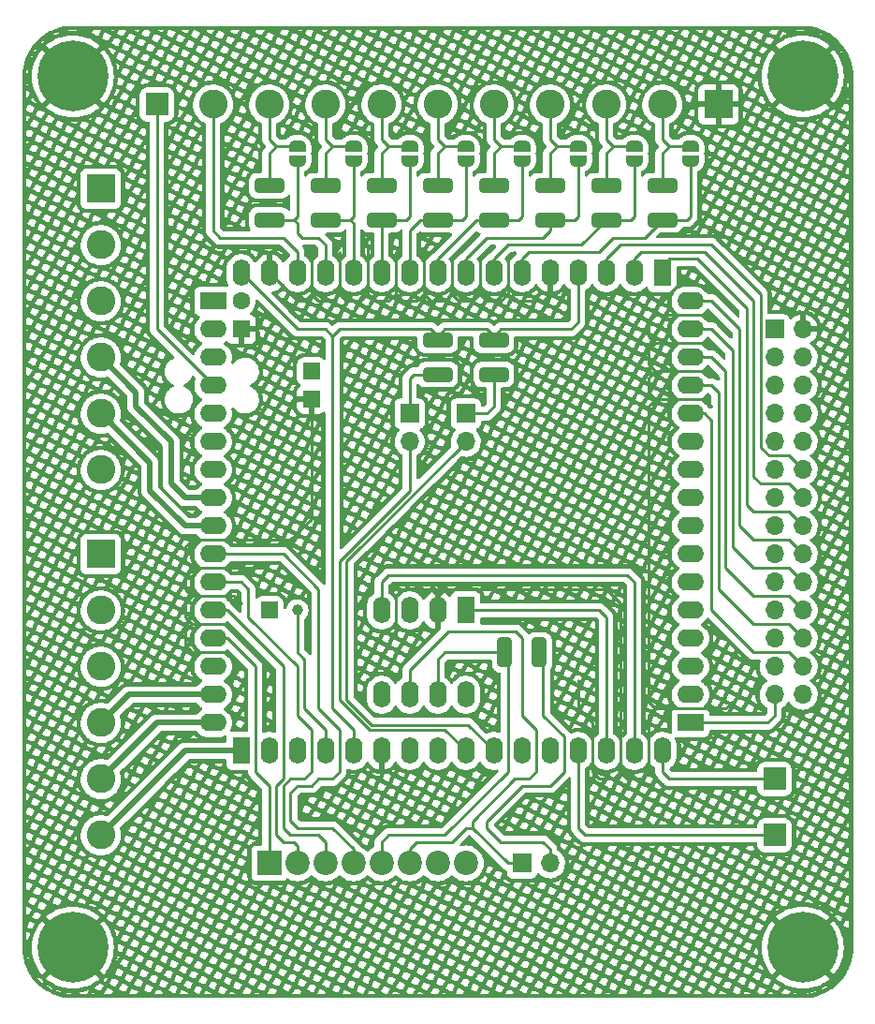
<source format=gbl>
G04 #@! TF.GenerationSoftware,KiCad,Pcbnew,(6.0.4-163-g7b7e4e1ae5)*
G04 #@! TF.CreationDate,2022-06-12T19:11:13+02:00*
G04 #@! TF.ProjectId,CANduino128,43414e64-7569-46e6-9f31-32382e6b6963,rev?*
G04 #@! TF.SameCoordinates,Original*
G04 #@! TF.FileFunction,Copper,L2,Bot*
G04 #@! TF.FilePolarity,Positive*
%FSLAX46Y46*%
G04 Gerber Fmt 4.6, Leading zero omitted, Abs format (unit mm)*
G04 Created by KiCad (PCBNEW (6.0.4-163-g7b7e4e1ae5)) date 2022-06-12 19:11:13*
%MOMM*%
%LPD*%
G01*
G04 APERTURE LIST*
G04 Aperture macros list*
%AMRoundRect*
0 Rectangle with rounded corners*
0 $1 Rounding radius*
0 $2 $3 $4 $5 $6 $7 $8 $9 X,Y pos of 4 corners*
0 Add a 4 corners polygon primitive as box body*
4,1,4,$2,$3,$4,$5,$6,$7,$8,$9,$2,$3,0*
0 Add four circle primitives for the rounded corners*
1,1,$1+$1,$2,$3*
1,1,$1+$1,$4,$5*
1,1,$1+$1,$6,$7*
1,1,$1+$1,$8,$9*
0 Add four rect primitives between the rounded corners*
20,1,$1+$1,$2,$3,$4,$5,0*
20,1,$1+$1,$4,$5,$6,$7,0*
20,1,$1+$1,$6,$7,$8,$9,0*
20,1,$1+$1,$8,$9,$2,$3,0*%
%AMFreePoly0*
4,1,22,0.500000,-0.750000,0.000000,-0.750000,0.000000,-0.745033,-0.079941,-0.743568,-0.215256,-0.701293,-0.333266,-0.622738,-0.424486,-0.514219,-0.481581,-0.384460,-0.499164,-0.250000,-0.500000,-0.250000,-0.500000,0.250000,-0.499164,0.250000,-0.499963,0.256109,-0.478152,0.396186,-0.417904,0.524511,-0.324060,0.630769,-0.204165,0.706417,-0.067858,0.745374,0.000000,0.744959,0.000000,0.750000,
0.500000,0.750000,0.500000,-0.750000,0.500000,-0.750000,$1*%
%AMFreePoly1*
4,1,20,0.000000,0.744959,0.073905,0.744508,0.209726,0.703889,0.328688,0.626782,0.421226,0.519385,0.479903,0.390333,0.500000,0.250000,0.500000,-0.250000,0.499851,-0.262216,0.476331,-0.402017,0.414519,-0.529596,0.319384,-0.634700,0.198574,-0.708877,0.061801,-0.746166,0.000000,-0.745033,0.000000,-0.750000,-0.500000,-0.750000,-0.500000,0.750000,0.000000,0.750000,0.000000,0.744959,
0.000000,0.744959,$1*%
G04 Aperture macros list end*
G04 #@! TA.AperFunction,ComponentPad*
%ADD10R,1.700000X1.700000*%
G04 #@! TD*
G04 #@! TA.AperFunction,ComponentPad*
%ADD11O,1.700000X1.700000*%
G04 #@! TD*
G04 #@! TA.AperFunction,ComponentPad*
%ADD12RoundRect,0.250001X-0.799999X-0.799999X0.799999X-0.799999X0.799999X0.799999X-0.799999X0.799999X0*%
G04 #@! TD*
G04 #@! TA.AperFunction,ComponentPad*
%ADD13C,0.800000*%
G04 #@! TD*
G04 #@! TA.AperFunction,ComponentPad*
%ADD14C,6.400000*%
G04 #@! TD*
G04 #@! TA.AperFunction,ComponentPad*
%ADD15R,2.400000X1.600000*%
G04 #@! TD*
G04 #@! TA.AperFunction,ComponentPad*
%ADD16O,2.400000X1.600000*%
G04 #@! TD*
G04 #@! TA.AperFunction,ComponentPad*
%ADD17R,1.600000X2.400000*%
G04 #@! TD*
G04 #@! TA.AperFunction,ComponentPad*
%ADD18O,1.600000X2.400000*%
G04 #@! TD*
G04 #@! TA.AperFunction,ComponentPad*
%ADD19C,1.600000*%
G04 #@! TD*
G04 #@! TA.AperFunction,ComponentPad*
%ADD20R,1.600000X1.600000*%
G04 #@! TD*
G04 #@! TA.AperFunction,ComponentPad*
%ADD21R,2.600000X2.600000*%
G04 #@! TD*
G04 #@! TA.AperFunction,ComponentPad*
%ADD22C,2.600000*%
G04 #@! TD*
G04 #@! TA.AperFunction,ComponentPad*
%ADD23RoundRect,0.250000X-0.550000X0.550000X-0.550000X-0.550000X0.550000X-0.550000X0.550000X0.550000X0*%
G04 #@! TD*
G04 #@! TA.AperFunction,ComponentPad*
%ADD24RoundRect,0.250000X-0.550000X-0.550000X0.550000X-0.550000X0.550000X0.550000X-0.550000X0.550000X0*%
G04 #@! TD*
G04 #@! TA.AperFunction,ComponentPad*
%ADD25R,2.200000X2.200000*%
G04 #@! TD*
G04 #@! TA.AperFunction,ComponentPad*
%ADD26C,2.200000*%
G04 #@! TD*
G04 #@! TA.AperFunction,SMDPad,CuDef*
%ADD27RoundRect,0.250000X-1.075000X0.400000X-1.075000X-0.400000X1.075000X-0.400000X1.075000X0.400000X0*%
G04 #@! TD*
G04 #@! TA.AperFunction,SMDPad,CuDef*
%ADD28FreePoly0,90.000000*%
G04 #@! TD*
G04 #@! TA.AperFunction,SMDPad,CuDef*
%ADD29FreePoly1,90.000000*%
G04 #@! TD*
G04 #@! TA.AperFunction,SMDPad,CuDef*
%ADD30C,1.000000*%
G04 #@! TD*
G04 #@! TA.AperFunction,SMDPad,CuDef*
%ADD31RoundRect,0.250000X1.075000X-0.400000X1.075000X0.400000X-1.075000X0.400000X-1.075000X-0.400000X0*%
G04 #@! TD*
G04 #@! TA.AperFunction,SMDPad,CuDef*
%ADD32RoundRect,0.250000X-0.400000X-1.075000X0.400000X-1.075000X0.400000X1.075000X-0.400000X1.075000X0*%
G04 #@! TD*
G04 #@! TA.AperFunction,Conductor*
%ADD33C,0.250000*%
G04 #@! TD*
G04 #@! TA.AperFunction,Conductor*
%ADD34C,0.500000*%
G04 #@! TD*
G04 APERTURE END LIST*
D10*
X162560000Y-81280000D03*
D11*
X162560000Y-83820000D03*
D12*
X190500000Y-114300000D03*
D13*
X125302944Y-52497056D03*
X127000000Y-53200000D03*
X124600000Y-50800000D03*
X129400000Y-50800000D03*
X128697056Y-49102944D03*
X127000000Y-48400000D03*
D14*
X127000000Y-50800000D03*
D13*
X125302944Y-49102944D03*
X128697056Y-52497056D03*
D12*
X134620000Y-53340000D03*
D15*
X139700000Y-71120000D03*
D16*
X139700000Y-73660000D03*
X139700000Y-76200000D03*
X139700000Y-78740000D03*
X139700000Y-81280000D03*
X139700000Y-83820000D03*
X139700000Y-86360000D03*
X139700000Y-88900000D03*
X139700000Y-91440000D03*
X139700000Y-93980000D03*
X139700000Y-96520000D03*
X139700000Y-99060000D03*
X139700000Y-101600000D03*
X139700000Y-104140000D03*
X139700000Y-106680000D03*
X139700000Y-109220000D03*
D17*
X142240000Y-111760000D03*
D18*
X144780000Y-111760000D03*
X147320000Y-111760000D03*
X149860000Y-111760000D03*
X152400000Y-111760000D03*
X154940000Y-111760000D03*
X157480000Y-111760000D03*
X160020000Y-111760000D03*
X162560000Y-111760000D03*
X165100000Y-111760000D03*
X167640000Y-111760000D03*
X170180000Y-111760000D03*
X172720000Y-111760000D03*
X175260000Y-111760000D03*
X177800000Y-111760000D03*
X180340000Y-111760000D03*
D15*
X182880000Y-109220000D03*
D16*
X182880000Y-106680000D03*
X182880000Y-104140000D03*
X182880000Y-101600000D03*
X182880000Y-99060000D03*
X182880000Y-96520000D03*
X182880000Y-93980000D03*
X182880000Y-91440000D03*
X182880000Y-88900000D03*
X182880000Y-86360000D03*
X182880000Y-83820000D03*
X182880000Y-81280000D03*
X182880000Y-78740000D03*
X182880000Y-76200000D03*
X182880000Y-73660000D03*
X182880000Y-71120000D03*
D17*
X180340000Y-68580000D03*
D18*
X177800000Y-68580000D03*
X175260000Y-68580000D03*
X172720000Y-68580000D03*
X170180000Y-68580000D03*
X167640000Y-68580000D03*
X165100000Y-68580000D03*
X162560000Y-68580000D03*
X160020000Y-68580000D03*
X157480000Y-68580000D03*
X154940000Y-68580000D03*
X152400000Y-68580000D03*
X149860000Y-68580000D03*
X147320000Y-68580000D03*
X144780000Y-68580000D03*
X142240000Y-68580000D03*
D19*
X142240000Y-71120000D03*
D20*
X142240000Y-73660000D03*
D13*
X194737056Y-127842944D03*
X193040000Y-131940000D03*
X191342944Y-131237056D03*
X190640000Y-129540000D03*
X194737056Y-131237056D03*
X193040000Y-127140000D03*
X191342944Y-127842944D03*
X195440000Y-129540000D03*
D14*
X193040000Y-129540000D03*
D17*
X162560000Y-99060000D03*
D18*
X160020000Y-99060000D03*
X157480000Y-99060000D03*
X154940000Y-99060000D03*
X154940000Y-106680000D03*
X157480000Y-106680000D03*
X160020000Y-106680000D03*
X162560000Y-106680000D03*
D21*
X185420000Y-53340000D03*
D22*
X180340000Y-53340000D03*
X175260000Y-53340000D03*
X170180000Y-53340000D03*
X165100000Y-53340000D03*
X160020000Y-53340000D03*
X154940000Y-53340000D03*
X149860000Y-53340000D03*
X144780000Y-53340000D03*
X139700000Y-53340000D03*
D12*
X190500000Y-119380000D03*
D10*
X157480000Y-81280000D03*
D11*
X157480000Y-83820000D03*
D10*
X190500000Y-73660000D03*
D11*
X193040000Y-73660000D03*
X190500000Y-76200000D03*
X193040000Y-76200000D03*
X190500000Y-78740000D03*
X193040000Y-78740000D03*
X190500000Y-81280000D03*
X193040000Y-81280000D03*
X190500000Y-83820000D03*
X193040000Y-83820000D03*
X190500000Y-86360000D03*
X193040000Y-86360000D03*
X190500000Y-88900000D03*
X193040000Y-88900000D03*
X190500000Y-91440000D03*
X193040000Y-91440000D03*
X190500000Y-93980000D03*
X193040000Y-93980000D03*
X190500000Y-96520000D03*
X193040000Y-96520000D03*
X190500000Y-99060000D03*
X193040000Y-99060000D03*
X190500000Y-101600000D03*
X193040000Y-101600000D03*
X190500000Y-104140000D03*
X193040000Y-104140000D03*
X190500000Y-106680000D03*
X193040000Y-106680000D03*
D23*
X148590000Y-80010000D03*
D13*
X193040000Y-48400000D03*
X194737056Y-52497056D03*
D14*
X193040000Y-50800000D03*
D13*
X191342944Y-52497056D03*
X190640000Y-50800000D03*
X191342944Y-49102944D03*
X194737056Y-49102944D03*
X195440000Y-50800000D03*
X193040000Y-53200000D03*
D24*
X144780000Y-99060000D03*
D21*
X129540000Y-93980000D03*
D22*
X129540000Y-99060000D03*
X129540000Y-104140000D03*
X129540000Y-109220000D03*
X129540000Y-114300000D03*
X129540000Y-119380000D03*
D23*
X148590000Y-77470000D03*
D25*
X144780000Y-121920000D03*
D26*
X147320000Y-121920000D03*
X149860000Y-121920000D03*
X152400000Y-121920000D03*
X154940000Y-121920000D03*
X157480000Y-121920000D03*
X160020000Y-121920000D03*
X162560000Y-121920000D03*
D10*
X167640000Y-121920000D03*
D11*
X170180000Y-121920000D03*
D21*
X129540000Y-60960000D03*
D22*
X129540000Y-66040000D03*
X129540000Y-71120000D03*
X129540000Y-76200000D03*
X129540000Y-81280000D03*
X129540000Y-86360000D03*
D13*
X129400000Y-129540000D03*
X125302944Y-127842944D03*
X125302944Y-131237056D03*
X128697056Y-127842944D03*
X128697056Y-131237056D03*
X124600000Y-129540000D03*
X127000000Y-131940000D03*
D14*
X127000000Y-129540000D03*
D13*
X127000000Y-127140000D03*
D27*
X165100000Y-60680000D03*
X165100000Y-63780000D03*
D28*
X177800000Y-58435000D03*
D29*
X177800000Y-57135000D03*
D30*
X147320000Y-99060000D03*
D31*
X165100000Y-77750000D03*
X165100000Y-74650000D03*
D27*
X175260000Y-60680000D03*
X175260000Y-63780000D03*
D28*
X152400000Y-58435000D03*
D29*
X152400000Y-57135000D03*
D28*
X167640000Y-58435000D03*
D29*
X167640000Y-57135000D03*
D27*
X149860000Y-60680000D03*
X149860000Y-63780000D03*
D32*
X166090000Y-102870000D03*
X169190000Y-102870000D03*
D28*
X172720000Y-58435000D03*
D29*
X172720000Y-57135000D03*
D27*
X144780000Y-60680000D03*
X144780000Y-63780000D03*
D28*
X182880000Y-58435000D03*
D29*
X182880000Y-57135000D03*
D28*
X162560000Y-58435000D03*
D29*
X162560000Y-57135000D03*
D31*
X160020000Y-77750000D03*
X160020000Y-74650000D03*
D28*
X147320000Y-58435000D03*
D29*
X147320000Y-57135000D03*
D28*
X157480000Y-58435000D03*
D29*
X157480000Y-57135000D03*
D27*
X180340000Y-60680000D03*
X180340000Y-63780000D03*
X154940000Y-60680000D03*
X154940000Y-63780000D03*
X160020000Y-60680000D03*
X160020000Y-63780000D03*
X170180000Y-60680000D03*
X170180000Y-63780000D03*
D33*
X139700000Y-78740000D02*
X134620000Y-73660000D01*
X134620000Y-73660000D02*
X134620000Y-53340000D01*
D34*
X135890000Y-87630000D02*
X135890000Y-83820000D01*
X132715000Y-79375000D02*
X129540000Y-76200000D01*
X137160000Y-88900000D02*
X135890000Y-87630000D01*
X132715000Y-80645000D02*
X132715000Y-79375000D01*
X135890000Y-83820000D02*
X132715000Y-80645000D01*
X139700000Y-88900000D02*
X137160000Y-88900000D01*
X133985000Y-85725000D02*
X129540000Y-81280000D01*
X133985000Y-88265000D02*
X133985000Y-85725000D01*
X137160000Y-91440000D02*
X133985000Y-88265000D01*
X139700000Y-91440000D02*
X137160000Y-91440000D01*
X139700000Y-106680000D02*
X132080000Y-106680000D01*
X132080000Y-106680000D02*
X129540000Y-109220000D01*
X134620000Y-109220000D02*
X129540000Y-114300000D01*
X139700000Y-109220000D02*
X134620000Y-109220000D01*
X137160000Y-111760000D02*
X142240000Y-111760000D01*
X137160000Y-111760000D02*
X129540000Y-119380000D01*
D33*
X172720000Y-118745000D02*
X173355000Y-119380000D01*
X173355000Y-119380000D02*
X190500000Y-119380000D01*
X172720000Y-111760000D02*
X172720000Y-118745000D01*
X163195000Y-71120000D02*
X163830000Y-70485000D01*
X160020000Y-97790000D02*
X160020000Y-99060000D01*
X161925000Y-71120000D02*
X163195000Y-71120000D01*
X150495000Y-71120000D02*
X151130000Y-70485000D01*
X141605000Y-97790000D02*
X142240000Y-98425000D01*
X179070000Y-79375000D02*
X179705000Y-80010000D01*
X151130000Y-70485000D02*
X151130000Y-66675000D01*
X153670000Y-70485000D02*
X154305000Y-71120000D01*
X174625000Y-114300000D02*
X175895000Y-114300000D01*
X184785000Y-72390000D02*
X185420000Y-73025000D01*
X153035000Y-71120000D02*
X153670000Y-70485000D01*
X179070000Y-75565000D02*
X179070000Y-76835000D01*
X179705000Y-77470000D02*
X184785000Y-77470000D01*
X148590000Y-70485000D02*
X149225000Y-71120000D01*
X137795000Y-100330000D02*
X137160000Y-100965000D01*
X184150000Y-80010000D02*
X184785000Y-80645000D01*
X179070000Y-73025000D02*
X179705000Y-72390000D01*
X165735000Y-71120000D02*
X166370000Y-70485000D01*
X179070000Y-74295000D02*
X179705000Y-74930000D01*
X182245000Y-69215000D02*
X182880000Y-69215000D01*
X177165000Y-114300000D02*
X176530000Y-113665000D01*
X137160000Y-94615000D02*
X137160000Y-93345000D01*
X179070000Y-76835000D02*
X179705000Y-77470000D01*
X156845000Y-97155000D02*
X156210000Y-97790000D01*
X179070000Y-107315000D02*
X179705000Y-107950000D01*
X161290000Y-70485000D02*
X161925000Y-71120000D01*
X173990000Y-109220000D02*
X173990000Y-113665000D01*
X166370000Y-70485000D02*
X167005000Y-71120000D01*
X144780000Y-68580000D02*
X147320000Y-71120000D01*
X158750000Y-70485000D02*
X158750000Y-66675000D01*
X169545000Y-71120000D02*
X170180000Y-70485000D01*
X179070000Y-113665000D02*
X178435000Y-114300000D01*
X176530000Y-98425000D02*
X175260000Y-97155000D01*
X178435000Y-114300000D02*
X177165000Y-114300000D01*
X148590000Y-90805000D02*
X148590000Y-80010000D01*
X153670000Y-70485000D02*
X153670000Y-66040000D01*
X184785000Y-77470000D02*
X185420000Y-78105000D01*
X151130000Y-70485000D02*
X151765000Y-71120000D01*
X148590000Y-70485000D02*
X148590000Y-66675000D01*
X137160000Y-95885000D02*
X137160000Y-97155000D01*
X175260000Y-97155000D02*
X160655000Y-97155000D01*
X179705000Y-107950000D02*
X186055000Y-107950000D01*
X179705000Y-77470000D02*
X179070000Y-78105000D01*
X179070000Y-80645000D02*
X179070000Y-107315000D01*
X166370000Y-70485000D02*
X166370000Y-67310000D01*
X167005000Y-71120000D02*
X169545000Y-71120000D01*
X158115000Y-71120000D02*
X158750000Y-70485000D01*
X170180000Y-70485000D02*
X170180000Y-68580000D01*
X186055000Y-107950000D02*
X186690000Y-107315000D01*
X179070000Y-78105000D02*
X179070000Y-79375000D01*
X179705000Y-74930000D02*
X184785000Y-74930000D01*
X179705000Y-72390000D02*
X184785000Y-72390000D01*
X163830000Y-67310000D02*
X164465000Y-66675000D01*
X160655000Y-97155000D02*
X160020000Y-97790000D01*
X179070000Y-73025000D02*
X179070000Y-74295000D01*
X137795000Y-95250000D02*
X144145000Y-95250000D01*
X179705000Y-72390000D02*
X179705000Y-71755000D01*
X154305000Y-71120000D02*
X155575000Y-71120000D01*
X147320000Y-71120000D02*
X147955000Y-71120000D01*
X161290000Y-70485000D02*
X161290000Y-67310000D01*
X137160000Y-102235000D02*
X137795000Y-102870000D01*
X158750000Y-70485000D02*
X159385000Y-71120000D01*
X156210000Y-70485000D02*
X156210000Y-66675000D01*
X163830000Y-70485000D02*
X163830000Y-67310000D01*
X166370000Y-67310000D02*
X167005000Y-66675000D01*
X156210000Y-97790000D02*
X156210000Y-101600000D01*
X161290000Y-67310000D02*
X161925000Y-66675000D01*
X155575000Y-71120000D02*
X156210000Y-70485000D01*
X179705000Y-80010000D02*
X179070000Y-80645000D01*
X137160000Y-100965000D02*
X137160000Y-102235000D01*
X137160000Y-97155000D02*
X137795000Y-97790000D01*
X137795000Y-95250000D02*
X137160000Y-94615000D01*
X164465000Y-71120000D02*
X165735000Y-71120000D01*
X151765000Y-71120000D02*
X153035000Y-71120000D01*
X140970000Y-102870000D02*
X142240000Y-104140000D01*
X137795000Y-102870000D02*
X140970000Y-102870000D01*
X147955000Y-71120000D02*
X148590000Y-70485000D01*
X179705000Y-80010000D02*
X184150000Y-80010000D01*
X176530000Y-113665000D02*
X176530000Y-98425000D01*
X159385000Y-97155000D02*
X160020000Y-97790000D01*
X184785000Y-74930000D02*
X185420000Y-75565000D01*
X159385000Y-97155000D02*
X156845000Y-97155000D01*
X163830000Y-70485000D02*
X164465000Y-71120000D01*
X140970000Y-100330000D02*
X141605000Y-100965000D01*
X137160000Y-99695000D02*
X137795000Y-100330000D01*
X137795000Y-95250000D02*
X137160000Y-95885000D01*
X137795000Y-100330000D02*
X140970000Y-100330000D01*
X182245000Y-69215000D02*
X179705000Y-71755000D01*
X137795000Y-92710000D02*
X146685000Y-92710000D01*
X173990000Y-113665000D02*
X174625000Y-114300000D01*
X137795000Y-97790000D02*
X137160000Y-98425000D01*
X175895000Y-114300000D02*
X176530000Y-113665000D01*
X179705000Y-107950000D02*
X179070000Y-108585000D01*
X160655000Y-71120000D02*
X161290000Y-70485000D01*
X173990000Y-109220000D02*
X172720000Y-107950000D01*
X156845000Y-71120000D02*
X158115000Y-71120000D01*
X179705000Y-74930000D02*
X179070000Y-75565000D01*
X146685000Y-92710000D02*
X148590000Y-90805000D01*
X149225000Y-71120000D02*
X150495000Y-71120000D01*
X179070000Y-108585000D02*
X179070000Y-113665000D01*
X172720000Y-107950000D02*
X172720000Y-105410000D01*
X137160000Y-98425000D02*
X137160000Y-99695000D01*
X159385000Y-71120000D02*
X160655000Y-71120000D01*
X137795000Y-97790000D02*
X141605000Y-97790000D01*
X156210000Y-70485000D02*
X156845000Y-71120000D01*
X137160000Y-93345000D02*
X137795000Y-92710000D01*
X144780000Y-53340000D02*
X144780000Y-56485000D01*
X144780000Y-56485000D02*
X145430000Y-57135000D01*
X144780000Y-60680000D02*
X144780000Y-57785000D01*
X144780000Y-57785000D02*
X145430000Y-57135000D01*
X145430000Y-57135000D02*
X147320000Y-57135000D01*
X149860000Y-60680000D02*
X149860000Y-57785000D01*
X149860000Y-57785000D02*
X150510000Y-57135000D01*
X150510000Y-57135000D02*
X152400000Y-57135000D01*
X149860000Y-56485000D02*
X150510000Y-57135000D01*
X149860000Y-53340000D02*
X149860000Y-56485000D01*
X155590000Y-57135000D02*
X157480000Y-57135000D01*
X154940000Y-56485000D02*
X155590000Y-57135000D01*
X154940000Y-53340000D02*
X154940000Y-56485000D01*
X154940000Y-57785000D02*
X155590000Y-57135000D01*
X154940000Y-60680000D02*
X154940000Y-57785000D01*
X160020000Y-56485000D02*
X160670000Y-57135000D01*
X160670000Y-57135000D02*
X162560000Y-57135000D01*
X160020000Y-60680000D02*
X160020000Y-57785000D01*
X160020000Y-57785000D02*
X160670000Y-57135000D01*
X160020000Y-53340000D02*
X160020000Y-56485000D01*
X165100000Y-57785000D02*
X165750000Y-57135000D01*
X165750000Y-57135000D02*
X167640000Y-57135000D01*
X165100000Y-60680000D02*
X165100000Y-57785000D01*
X165100000Y-56485000D02*
X165750000Y-57135000D01*
X165100000Y-53340000D02*
X165100000Y-56485000D01*
X170180000Y-60680000D02*
X170180000Y-57785000D01*
X170180000Y-56485000D02*
X170830000Y-57135000D01*
X170180000Y-57785000D02*
X170830000Y-57135000D01*
X170830000Y-57135000D02*
X172720000Y-57135000D01*
X170180000Y-53340000D02*
X170180000Y-56485000D01*
X175260000Y-57785000D02*
X175910000Y-57135000D01*
X175910000Y-57135000D02*
X177800000Y-57135000D01*
X175260000Y-53340000D02*
X175260000Y-56515000D01*
X175880000Y-57135000D02*
X175910000Y-57135000D01*
X175260000Y-60680000D02*
X175260000Y-57785000D01*
X175260000Y-56515000D02*
X175880000Y-57135000D01*
X180340000Y-56515000D02*
X180340000Y-53340000D01*
X180340000Y-60680000D02*
X180340000Y-57785000D01*
X180990000Y-57135000D02*
X181625000Y-57135000D01*
X180975000Y-57150000D02*
X180340000Y-56515000D01*
X182880000Y-57135000D02*
X181625000Y-57135000D01*
X181610000Y-57150000D02*
X180975000Y-57150000D01*
X181625000Y-57135000D02*
X181610000Y-57150000D01*
X180340000Y-57785000D02*
X180990000Y-57135000D01*
X139700000Y-64770000D02*
X140335000Y-65405000D01*
X140335000Y-65405000D02*
X146050000Y-65405000D01*
X146050000Y-65405000D02*
X147320000Y-66675000D01*
X139700000Y-53340000D02*
X139700000Y-64770000D01*
X147320000Y-66675000D02*
X147320000Y-68580000D01*
X160020000Y-74295000D02*
X160020000Y-74650000D01*
X172085000Y-73660000D02*
X165735000Y-73660000D01*
X147320000Y-73660000D02*
X149860000Y-73660000D01*
X172720000Y-68580000D02*
X172720000Y-73025000D01*
X172720000Y-73025000D02*
X172085000Y-73660000D01*
X142240000Y-68580000D02*
X147320000Y-73660000D01*
X164465000Y-73660000D02*
X160655000Y-73660000D01*
X160655000Y-73660000D02*
X160020000Y-74295000D01*
X159385000Y-73660000D02*
X151130000Y-73660000D01*
X151130000Y-73660000D02*
X150495000Y-74295000D01*
X165100000Y-74295000D02*
X165100000Y-74650000D01*
X152400000Y-111760000D02*
X152400000Y-109855000D01*
X150495000Y-107950000D02*
X150495000Y-74295000D01*
X160020000Y-74295000D02*
X159385000Y-73660000D01*
X165735000Y-73660000D02*
X165100000Y-74295000D01*
X165100000Y-74295000D02*
X164465000Y-73660000D01*
X152400000Y-109855000D02*
X150495000Y-107950000D01*
X150495000Y-74295000D02*
X149860000Y-73660000D01*
X180340000Y-113665000D02*
X180975000Y-114300000D01*
X180340000Y-111760000D02*
X180340000Y-113665000D01*
X180975000Y-114300000D02*
X190500000Y-114300000D01*
X189230000Y-70485000D02*
X184785000Y-66040000D01*
X191770000Y-85090000D02*
X189986995Y-85090000D01*
X176530000Y-66040000D02*
X175260000Y-67310000D01*
X189230000Y-84333005D02*
X189230000Y-70485000D01*
X175260000Y-67310000D02*
X175260000Y-68580000D01*
X189986995Y-85090000D02*
X189230000Y-84333005D01*
X184785000Y-66040000D02*
X176530000Y-66040000D01*
X193040000Y-86360000D02*
X191770000Y-85090000D01*
X188595000Y-86995000D02*
X188595000Y-71120000D01*
X184150000Y-66675000D02*
X178435000Y-66675000D01*
X193040000Y-88900000D02*
X191770000Y-87630000D01*
X177800000Y-67310000D02*
X177800000Y-68580000D01*
X178435000Y-66675000D02*
X177800000Y-67310000D01*
X188595000Y-71120000D02*
X184150000Y-66675000D01*
X189230000Y-87630000D02*
X188595000Y-86995000D01*
X191770000Y-87630000D02*
X189230000Y-87630000D01*
X187960000Y-89535000D02*
X187960000Y-71755000D01*
X180340000Y-67945000D02*
X180340000Y-68580000D01*
X188595000Y-90170000D02*
X187960000Y-89535000D01*
X187960000Y-71755000D02*
X183515000Y-67310000D01*
X183515000Y-67310000D02*
X180975000Y-67310000D01*
X193040000Y-91440000D02*
X191770000Y-90170000D01*
X180975000Y-67310000D02*
X180340000Y-67945000D01*
X191770000Y-90170000D02*
X188595000Y-90170000D01*
X191770000Y-92710000D02*
X188595000Y-92710000D01*
X188595000Y-92710000D02*
X187325000Y-91440000D01*
X187325000Y-73660000D02*
X184785000Y-71120000D01*
X187325000Y-91440000D02*
X187325000Y-73660000D01*
X184785000Y-71120000D02*
X182880000Y-71120000D01*
X193040000Y-93980000D02*
X191770000Y-92710000D01*
X182880000Y-73660000D02*
X184785000Y-73660000D01*
X186690000Y-93345000D02*
X188595000Y-95250000D01*
X186690000Y-75565000D02*
X186690000Y-93345000D01*
X188595000Y-95250000D02*
X191770000Y-95250000D01*
X184785000Y-73660000D02*
X186690000Y-75565000D01*
X191770000Y-95250000D02*
X193040000Y-96520000D01*
X188595000Y-97790000D02*
X186055000Y-95250000D01*
X191770000Y-97790000D02*
X188595000Y-97790000D01*
X193040000Y-99060000D02*
X191770000Y-97790000D01*
X184785000Y-76200000D02*
X182880000Y-76200000D01*
X186055000Y-95250000D02*
X186055000Y-77470000D01*
X186055000Y-77470000D02*
X184785000Y-76200000D01*
X188595000Y-100330000D02*
X185420000Y-97155000D01*
X191770000Y-100330000D02*
X188595000Y-100330000D01*
X193040000Y-101600000D02*
X191770000Y-100330000D01*
X184785000Y-78740000D02*
X182880000Y-78740000D01*
X185420000Y-97155000D02*
X185420000Y-79375000D01*
X185420000Y-79375000D02*
X184785000Y-78740000D01*
X184785000Y-99060000D02*
X184785000Y-81915000D01*
X184150000Y-81280000D02*
X182880000Y-81280000D01*
X191770000Y-102870000D02*
X188595000Y-102870000D01*
X193040000Y-104140000D02*
X191770000Y-102870000D01*
X184785000Y-81915000D02*
X184150000Y-81280000D01*
X188595000Y-102870000D02*
X184785000Y-99060000D01*
X189865000Y-109220000D02*
X182880000Y-109220000D01*
X190500000Y-106680000D02*
X190500000Y-108585000D01*
X190500000Y-108585000D02*
X189865000Y-109220000D01*
X147320000Y-64947500D02*
X147777500Y-65405000D01*
X149225000Y-65405000D02*
X149860000Y-66040000D01*
X147320000Y-64060000D02*
X147320000Y-64947500D01*
X149860000Y-66040000D02*
X149860000Y-68580000D01*
X147040000Y-63780000D02*
X147320000Y-63500000D01*
X147777500Y-65405000D02*
X149225000Y-65405000D01*
X144780000Y-63780000D02*
X147040000Y-63780000D01*
X147320000Y-63500000D02*
X147320000Y-58435000D01*
X147040000Y-63780000D02*
X147320000Y-64060000D01*
X152400000Y-64060000D02*
X152120000Y-63780000D01*
X149860000Y-63780000D02*
X152120000Y-63780000D01*
X152120000Y-63780000D02*
X152400000Y-63500000D01*
X152400000Y-68580000D02*
X152400000Y-64060000D01*
X152400000Y-63500000D02*
X152400000Y-58435000D01*
X157480000Y-63500000D02*
X157480000Y-58435000D01*
X157200000Y-63780000D02*
X157480000Y-63500000D01*
X154940000Y-63780000D02*
X154940000Y-68580000D01*
X154940000Y-63780000D02*
X157200000Y-63780000D01*
X157480000Y-64770000D02*
X158470000Y-63780000D01*
X162280000Y-63780000D02*
X162560000Y-63500000D01*
X160020000Y-63780000D02*
X162280000Y-63780000D01*
X157480000Y-68580000D02*
X157480000Y-64770000D01*
X162560000Y-63500000D02*
X162560000Y-58435000D01*
X158470000Y-63780000D02*
X160020000Y-63780000D01*
X163550000Y-63780000D02*
X160020000Y-67310000D01*
X167360000Y-63780000D02*
X167640000Y-63500000D01*
X165100000Y-63780000D02*
X167360000Y-63780000D01*
X167640000Y-63500000D02*
X167640000Y-58435000D01*
X160020000Y-67310000D02*
X160020000Y-68580000D01*
X165100000Y-63780000D02*
X163550000Y-63780000D01*
X170180000Y-63780000D02*
X172440000Y-63780000D01*
X169545000Y-65405000D02*
X170180000Y-64770000D01*
X170180000Y-64770000D02*
X170180000Y-63780000D01*
X162560000Y-67310000D02*
X164465000Y-65405000D01*
X164465000Y-65405000D02*
X169545000Y-65405000D01*
X162560000Y-68580000D02*
X162560000Y-67310000D01*
X172440000Y-63780000D02*
X172720000Y-63500000D01*
X172720000Y-63500000D02*
X172720000Y-58435000D01*
X165100000Y-67310000D02*
X166370000Y-66040000D01*
X177800000Y-63500000D02*
X177800000Y-58435000D01*
X166370000Y-66040000D02*
X173000000Y-66040000D01*
X165100000Y-68580000D02*
X165100000Y-67310000D01*
X175260000Y-63780000D02*
X177520000Y-63780000D01*
X177520000Y-63780000D02*
X177800000Y-63500000D01*
X173000000Y-66040000D02*
X175260000Y-63780000D01*
X168275000Y-66675000D02*
X174625000Y-66675000D01*
X182600000Y-63780000D02*
X182880000Y-63500000D01*
X167640000Y-68580000D02*
X167640000Y-67310000D01*
X180340000Y-63780000D02*
X182600000Y-63780000D01*
X178715000Y-65405000D02*
X180340000Y-63780000D01*
X182880000Y-63500000D02*
X182880000Y-58435000D01*
X167640000Y-67310000D02*
X168275000Y-66675000D01*
X174625000Y-66675000D02*
X175895000Y-65405000D01*
X175895000Y-65405000D02*
X178715000Y-65405000D01*
X177800000Y-96520000D02*
X177800000Y-111760000D01*
X177165000Y-95885000D02*
X177800000Y-96520000D01*
X154940000Y-99060000D02*
X154940000Y-96520000D01*
X155575000Y-95885000D02*
X177165000Y-95885000D01*
X154940000Y-96520000D02*
X155575000Y-95885000D01*
X162560000Y-99060000D02*
X174625000Y-99060000D01*
X174625000Y-99060000D02*
X175260000Y-99695000D01*
X175260000Y-99695000D02*
X175260000Y-111760000D01*
X150495000Y-114300000D02*
X149225000Y-114300000D01*
X151130000Y-109855000D02*
X151130000Y-113665000D01*
X146685000Y-118110000D02*
X147320000Y-118745000D01*
X149225000Y-97155000D02*
X149225000Y-107950000D01*
X151130000Y-113665000D02*
X150495000Y-114300000D01*
X147320000Y-114935000D02*
X146685000Y-115570000D01*
X149225000Y-107950000D02*
X151130000Y-109855000D01*
X150495000Y-118745000D02*
X152400000Y-120650000D01*
X139700000Y-93980000D02*
X146050000Y-93980000D01*
X149225000Y-114300000D02*
X148590000Y-114935000D01*
X146050000Y-93980000D02*
X149225000Y-97155000D01*
X146685000Y-115570000D02*
X146685000Y-118110000D01*
X152400000Y-120650000D02*
X152400000Y-121920000D01*
X148590000Y-114935000D02*
X147320000Y-114935000D01*
X147320000Y-118745000D02*
X150495000Y-118745000D01*
X142875000Y-97155000D02*
X142875000Y-99695000D01*
X142240000Y-96520000D02*
X142875000Y-97155000D01*
X147320000Y-108585000D02*
X148590000Y-109855000D01*
X146685718Y-114300000D02*
X146050000Y-114935718D01*
X146684641Y-119379641D02*
X149224641Y-119379641D01*
X149224641Y-119379641D02*
X149860000Y-120015000D01*
X142875000Y-99695000D02*
X147320000Y-104140000D01*
X148590000Y-113665000D02*
X147955000Y-114300000D01*
X147320000Y-104140000D02*
X147320000Y-108585000D01*
X149860000Y-120015000D02*
X149860000Y-121920000D01*
X148590000Y-109855000D02*
X148590000Y-113665000D01*
X146050000Y-114935718D02*
X146050000Y-118745000D01*
X139700000Y-96520000D02*
X142240000Y-96520000D01*
X147955000Y-114300000D02*
X146685718Y-114300000D01*
X146050000Y-118745000D02*
X146684641Y-119379641D01*
X146050000Y-114300000D02*
X145415000Y-114935000D01*
X140970000Y-99060000D02*
X146050000Y-104140000D01*
X146050000Y-104140000D02*
X146050000Y-114300000D01*
X146970634Y-120015000D02*
X147320000Y-120364366D01*
X145415000Y-114935000D02*
X145415000Y-119380000D01*
X146050000Y-120015000D02*
X146970634Y-120015000D01*
X139700000Y-99060000D02*
X140970000Y-99060000D01*
X147320000Y-120364366D02*
X147320000Y-121920000D01*
X145415000Y-119380000D02*
X146050000Y-120015000D01*
X143510000Y-113665000D02*
X143510000Y-104140000D01*
X144780000Y-121920000D02*
X144780000Y-114935000D01*
X143510000Y-104140000D02*
X140970000Y-101600000D01*
X144780000Y-114935000D02*
X143510000Y-113665000D01*
X140970000Y-101600000D02*
X139700000Y-101600000D01*
X157480000Y-88265000D02*
X151130000Y-94615000D01*
X153829109Y-109855000D02*
X160655000Y-109855000D01*
X157480000Y-83820000D02*
X157480000Y-88265000D01*
X151130000Y-107155891D02*
X153829109Y-109855000D01*
X160655000Y-109855000D02*
X162560000Y-111760000D01*
X151130000Y-94615000D02*
X151130000Y-107155891D01*
X162560000Y-83820000D02*
X162560000Y-83821436D01*
X154015307Y-109405480D02*
X162745480Y-109405480D01*
X151765000Y-94616436D02*
X151765000Y-107155173D01*
X162745480Y-109405480D02*
X165100000Y-111760000D01*
X162560000Y-83821436D02*
X151765000Y-94616436D01*
X151765000Y-107155173D02*
X154015307Y-109405480D01*
X160655000Y-119380000D02*
X166370000Y-113665000D01*
X154940000Y-120015000D02*
X155575000Y-119380000D01*
X160655000Y-102870000D02*
X166090000Y-102870000D01*
X166370000Y-103150000D02*
X166090000Y-102870000D01*
X166370000Y-113665000D02*
X166370000Y-103150000D01*
X160020000Y-106680000D02*
X160020000Y-103505000D01*
X155575000Y-119380000D02*
X160655000Y-119380000D01*
X160020000Y-103505000D02*
X160655000Y-102870000D01*
X154940000Y-121920000D02*
X154940000Y-120015000D01*
X157480000Y-104457500D02*
X160972500Y-100965000D01*
X167640000Y-121920000D02*
X166370000Y-121920000D01*
X166370000Y-121920000D02*
X163195000Y-118745000D01*
X167056247Y-100965000D02*
X167640000Y-101548753D01*
X167640000Y-101548753D02*
X167640000Y-108585000D01*
X168275000Y-114300000D02*
X167007153Y-114300000D01*
X161292154Y-120015000D02*
X158115000Y-120015000D01*
X168910000Y-109855000D02*
X168910000Y-113665000D01*
X157480000Y-120650000D02*
X157480000Y-121920000D01*
X167007153Y-114300000D02*
X163196077Y-118111077D01*
X157480000Y-106680000D02*
X157480000Y-104457500D01*
X168910000Y-113665000D02*
X168275000Y-114300000D01*
X162562154Y-118745000D02*
X161292154Y-120015000D01*
X160972500Y-100965000D02*
X167056247Y-100965000D01*
X163195000Y-118745000D02*
X162562154Y-118745000D01*
X163195000Y-118112154D02*
X163196077Y-118111077D01*
X163195000Y-118745000D02*
X163195000Y-118112154D01*
X158115000Y-120015000D02*
X157480000Y-120650000D01*
X167640000Y-108585000D02*
X168910000Y-109855000D01*
X170180000Y-120650000D02*
X170180000Y-121920000D01*
X169190000Y-102870000D02*
X169545000Y-103225000D01*
X169545000Y-108585000D02*
X171450000Y-110490000D01*
X171450000Y-113665000D02*
X170180000Y-114935000D01*
X164465000Y-118111436D02*
X164465000Y-118745000D01*
X164465000Y-118745000D02*
X165735000Y-120015000D01*
X165735000Y-120015000D02*
X169545000Y-120015000D01*
X170180000Y-114935000D02*
X167641436Y-114935000D01*
X169545000Y-120015000D02*
X170180000Y-120650000D01*
X167641436Y-114935000D02*
X164465000Y-118111436D01*
X169545000Y-103225000D02*
X169545000Y-108585000D01*
X171450000Y-110490000D02*
X171450000Y-113665000D01*
X147955000Y-103505000D02*
X147320000Y-102870000D01*
X147955000Y-107950000D02*
X147955000Y-103505000D01*
X147320000Y-102870000D02*
X147320000Y-99060000D01*
X149860000Y-109855000D02*
X147955000Y-107950000D01*
X149860000Y-111760000D02*
X149860000Y-109855000D01*
X165100000Y-77750000D02*
X165100000Y-80645000D01*
X164465000Y-81280000D02*
X162560000Y-81280000D01*
X165100000Y-80645000D02*
X164465000Y-81280000D01*
X157480000Y-78105000D02*
X157480000Y-81280000D01*
X160020000Y-77750000D02*
X157835000Y-77750000D01*
X157835000Y-77750000D02*
X157480000Y-78105000D01*
G04 #@! TA.AperFunction,Conductor*
G36*
X193010018Y-46230000D02*
G01*
X193024851Y-46232310D01*
X193024855Y-46232310D01*
X193033724Y-46233691D01*
X193054183Y-46231016D01*
X193076008Y-46230072D01*
X193432937Y-46245656D01*
X193443886Y-46246614D01*
X193828379Y-46297233D01*
X193839205Y-46299142D01*
X194217822Y-46383080D01*
X194228439Y-46385925D01*
X194398702Y-46439608D01*
X194598302Y-46502542D01*
X194608615Y-46506295D01*
X194966932Y-46654715D01*
X194976876Y-46659353D01*
X195272243Y-46813111D01*
X195320867Y-46838423D01*
X195330386Y-46843918D01*
X195420914Y-46901591D01*
X195657468Y-47052292D01*
X195666472Y-47058597D01*
X195974138Y-47294678D01*
X195982558Y-47301743D01*
X196068621Y-47380605D01*
X196262063Y-47557861D01*
X196268483Y-47563744D01*
X196276252Y-47571513D01*
X196400919Y-47707563D01*
X196538257Y-47857442D01*
X196545322Y-47865862D01*
X196781403Y-48173528D01*
X196787708Y-48182532D01*
X196855971Y-48289683D01*
X196984311Y-48491137D01*
X196996081Y-48509613D01*
X197001576Y-48519132D01*
X197180092Y-48862056D01*
X197180643Y-48863115D01*
X197185285Y-48873068D01*
X197333702Y-49231377D01*
X197337458Y-49241698D01*
X197371767Y-49350511D01*
X197454075Y-49611561D01*
X197456920Y-49622178D01*
X197540858Y-50000795D01*
X197542767Y-50011621D01*
X197593386Y-50396114D01*
X197594344Y-50407063D01*
X197609416Y-50752259D01*
X197609603Y-50756552D01*
X197608223Y-50781429D01*
X197606309Y-50793724D01*
X197607473Y-50802626D01*
X197607473Y-50802628D01*
X197610436Y-50825283D01*
X197611500Y-50841621D01*
X197611500Y-129490633D01*
X197610000Y-129510018D01*
X197607690Y-129524851D01*
X197607690Y-129524855D01*
X197606309Y-129533724D01*
X197608984Y-129554183D01*
X197609928Y-129576008D01*
X197595398Y-129908790D01*
X197594344Y-129932936D01*
X197593386Y-129943886D01*
X197542767Y-130328379D01*
X197540858Y-130339205D01*
X197456920Y-130717822D01*
X197454075Y-130728439D01*
X197411674Y-130862920D01*
X197339399Y-131092148D01*
X197337461Y-131098294D01*
X197333705Y-131108615D01*
X197191803Y-131451198D01*
X197185289Y-131466923D01*
X197180647Y-131476876D01*
X197049777Y-131728275D01*
X197001577Y-131820867D01*
X196996082Y-131830386D01*
X196936604Y-131923748D01*
X196787708Y-132157468D01*
X196781403Y-132166472D01*
X196545322Y-132474138D01*
X196538257Y-132482558D01*
X196469448Y-132557650D01*
X196281113Y-132763183D01*
X196276256Y-132768483D01*
X196268487Y-132776252D01*
X196113192Y-132918553D01*
X195982558Y-133038257D01*
X195974138Y-133045322D01*
X195666472Y-133281403D01*
X195657468Y-133287708D01*
X195579589Y-133337322D01*
X195360673Y-133476787D01*
X195330387Y-133496081D01*
X195320868Y-133501576D01*
X194976876Y-133680647D01*
X194966932Y-133685285D01*
X194608615Y-133833705D01*
X194598302Y-133837458D01*
X194398702Y-133900392D01*
X194228439Y-133954075D01*
X194217822Y-133956920D01*
X193839205Y-134040858D01*
X193828379Y-134042767D01*
X193443886Y-134093386D01*
X193432937Y-134094344D01*
X193083446Y-134109603D01*
X193058571Y-134108223D01*
X193046276Y-134106309D01*
X193037374Y-134107473D01*
X193037372Y-134107473D01*
X193022323Y-134109441D01*
X193014714Y-134110436D01*
X192998379Y-134111500D01*
X127049367Y-134111500D01*
X127029982Y-134110000D01*
X127015149Y-134107690D01*
X127015145Y-134107690D01*
X127006276Y-134106309D01*
X126985817Y-134108984D01*
X126963992Y-134109928D01*
X126607063Y-134094344D01*
X126596114Y-134093386D01*
X126211621Y-134042767D01*
X126200795Y-134040858D01*
X125822178Y-133956920D01*
X125811561Y-133954075D01*
X125641298Y-133900392D01*
X125441698Y-133837458D01*
X125431385Y-133833705D01*
X125085673Y-133690506D01*
X126447228Y-133690506D01*
X126634721Y-133715190D01*
X126958857Y-133729342D01*
X126965923Y-133728673D01*
X126984083Y-133727602D01*
X126985874Y-133727560D01*
X126808806Y-133632617D01*
X127612951Y-133632617D01*
X127797366Y-133731500D01*
X128263435Y-133731500D01*
X128694613Y-133731500D01*
X129109397Y-133731500D01*
X129043964Y-133696415D01*
X129848108Y-133696415D01*
X129913541Y-133731500D01*
X130532800Y-133731500D01*
X132098662Y-133731500D01*
X132802167Y-133731500D01*
X134368028Y-133731500D01*
X135071532Y-133731500D01*
X136637394Y-133731500D01*
X137340898Y-133731500D01*
X137392972Y-133634383D01*
X137103291Y-133479057D01*
X137907436Y-133479057D01*
X138378239Y-133731500D01*
X138475581Y-133731500D01*
X138906759Y-133731500D01*
X139610264Y-133731500D01*
X139628130Y-133698181D01*
X139338448Y-133542855D01*
X140142593Y-133542855D01*
X140494414Y-133731500D01*
X140744947Y-133731500D01*
X141176126Y-133731500D01*
X141806445Y-133731500D01*
X141573606Y-133606653D01*
X142377751Y-133606653D01*
X142610589Y-133731500D01*
X143014313Y-133731500D01*
X143445492Y-133731500D01*
X143922620Y-133731500D01*
X143808764Y-133670451D01*
X144612909Y-133670451D01*
X144726764Y-133731500D01*
X145283679Y-133731500D01*
X146849540Y-133731500D01*
X147553045Y-133731500D01*
X149118906Y-133731500D01*
X149822411Y-133731500D01*
X151388272Y-133731500D01*
X152091777Y-133731500D01*
X152157773Y-133608419D01*
X151868090Y-133453092D01*
X152672236Y-133453092D01*
X153191463Y-133731500D01*
X153226459Y-133731500D01*
X153657638Y-133731500D01*
X154361142Y-133731500D01*
X154392929Y-133672216D01*
X154103247Y-133516890D01*
X154907394Y-133516890D01*
X155307639Y-133731500D01*
X155495825Y-133731500D01*
X155927004Y-133731500D01*
X156619668Y-133731500D01*
X156338407Y-133580689D01*
X157142551Y-133580689D01*
X157423812Y-133731500D01*
X157765192Y-133731500D01*
X158196370Y-133731500D01*
X158735843Y-133731500D01*
X158573564Y-133644487D01*
X159377709Y-133644487D01*
X159539987Y-133731500D01*
X160034557Y-133731500D01*
X160465736Y-133731500D01*
X160852018Y-133731500D01*
X160808722Y-133708285D01*
X161612867Y-133708285D01*
X161656162Y-133731500D01*
X162303923Y-133731500D01*
X163869785Y-133731500D01*
X164573289Y-133731500D01*
X166139151Y-133731500D01*
X166842655Y-133731500D01*
X168408517Y-133731500D01*
X169112021Y-133731500D01*
X169157730Y-133646253D01*
X168868046Y-133490926D01*
X169672194Y-133490926D01*
X170120862Y-133731500D01*
X170246703Y-133731500D01*
X170677882Y-133731500D01*
X171381387Y-133731500D01*
X171392888Y-133710051D01*
X171103207Y-133554725D01*
X171907352Y-133554725D01*
X172237036Y-133731500D01*
X172516070Y-133731500D01*
X172947248Y-133731500D01*
X173549066Y-133731500D01*
X173338364Y-133618522D01*
X174142509Y-133618522D01*
X174353211Y-133731500D01*
X174785436Y-133731500D01*
X175216614Y-133731500D01*
X175665240Y-133731500D01*
X175573520Y-133682320D01*
X176377667Y-133682320D01*
X176469387Y-133731500D01*
X177054801Y-133731500D01*
X178620663Y-133731500D01*
X179324167Y-133731500D01*
X180890029Y-133731500D01*
X181593533Y-133731500D01*
X183159395Y-133731500D01*
X183862899Y-133731500D01*
X183922530Y-133620287D01*
X183632850Y-133464962D01*
X184436994Y-133464962D01*
X184934085Y-133731500D01*
X184997582Y-133731500D01*
X185428761Y-133731500D01*
X186132265Y-133731500D01*
X186157688Y-133684086D01*
X185868007Y-133528760D01*
X186672152Y-133528760D01*
X187050260Y-133731500D01*
X187266948Y-133731500D01*
X187698126Y-133731500D01*
X188362290Y-133731500D01*
X188103164Y-133592558D01*
X188907310Y-133592558D01*
X189166435Y-133731500D01*
X189536314Y-133731500D01*
X189967492Y-133731500D01*
X190478464Y-133731500D01*
X190338321Y-133656356D01*
X191142467Y-133656356D01*
X191282610Y-133731500D01*
X191805680Y-133731500D01*
X192236858Y-133731500D01*
X192594638Y-133731500D01*
X192566303Y-133716307D01*
X193379688Y-133716307D01*
X193405279Y-133715190D01*
X193767784Y-133667466D01*
X194124752Y-133588327D01*
X194157321Y-133578059D01*
X194217016Y-133466728D01*
X194204706Y-133460127D01*
X193910346Y-133539001D01*
X193907161Y-133539810D01*
X193900645Y-133541375D01*
X193897416Y-133542106D01*
X193884516Y-133544848D01*
X193881274Y-133545492D01*
X193874684Y-133546713D01*
X193871440Y-133547271D01*
X193487568Y-133608070D01*
X193484294Y-133608544D01*
X193477644Y-133609419D01*
X193474371Y-133609806D01*
X193461254Y-133611184D01*
X193457990Y-133611484D01*
X193451316Y-133612010D01*
X193448011Y-133612227D01*
X193435133Y-133612902D01*
X193379688Y-133716307D01*
X192566303Y-133716307D01*
X192316752Y-133582498D01*
X192236858Y-133731500D01*
X191805680Y-133731500D01*
X191941655Y-133477909D01*
X191794241Y-133438409D01*
X191791077Y-133437517D01*
X191784647Y-133435613D01*
X191781481Y-133434630D01*
X191768938Y-133430554D01*
X191765806Y-133429490D01*
X191759494Y-133427254D01*
X191756413Y-133426117D01*
X191457569Y-133311402D01*
X194731479Y-133311402D01*
X194794717Y-133345310D01*
X194811264Y-133338456D01*
X195135567Y-133169633D01*
X195429674Y-132982267D01*
X195328665Y-132928106D01*
X195103508Y-133074324D01*
X195100718Y-133076084D01*
X195095008Y-133079583D01*
X195092178Y-133081267D01*
X195080756Y-133087862D01*
X195077879Y-133089473D01*
X195071986Y-133092673D01*
X195069062Y-133094212D01*
X194764812Y-133249235D01*
X194731479Y-133311402D01*
X191457569Y-133311402D01*
X191393572Y-133286836D01*
X191390520Y-133285619D01*
X191384333Y-133283057D01*
X191381295Y-133281752D01*
X191369246Y-133276388D01*
X191366248Y-133275006D01*
X191360195Y-133272119D01*
X191357234Y-133270659D01*
X191350983Y-133267474D01*
X191142467Y-133656356D01*
X190338321Y-133656356D01*
X190081595Y-133518700D01*
X189967492Y-133731500D01*
X189536314Y-133731500D01*
X189746700Y-133339132D01*
X189457017Y-133183805D01*
X190261164Y-133183805D01*
X190807573Y-133476787D01*
X191012328Y-133094920D01*
X191010938Y-133094212D01*
X191008014Y-133092673D01*
X191002121Y-133089473D01*
X190999244Y-133087862D01*
X190987822Y-133081267D01*
X190984992Y-133079583D01*
X190979282Y-133076084D01*
X190976491Y-133074323D01*
X190650537Y-132862646D01*
X190647788Y-132860809D01*
X190642267Y-132857014D01*
X190639581Y-132855116D01*
X190628911Y-132847364D01*
X190626275Y-132845395D01*
X190620957Y-132841315D01*
X190618358Y-132839267D01*
X190498114Y-132741895D01*
X190261164Y-133183805D01*
X189457017Y-133183805D01*
X189200292Y-133046150D01*
X188907310Y-133592558D01*
X188103164Y-133592558D01*
X187846437Y-133454902D01*
X187698126Y-133731500D01*
X187266948Y-133731500D01*
X187511543Y-133275334D01*
X187221860Y-133120007D01*
X188026006Y-133120007D01*
X188572415Y-133412989D01*
X188865397Y-132866581D01*
X188575715Y-132711255D01*
X189379860Y-132711255D01*
X189926269Y-133004237D01*
X190219251Y-132457828D01*
X189994628Y-132337386D01*
X190607759Y-132337386D01*
X190615216Y-132347753D01*
X190854935Y-132541874D01*
X190860272Y-132545751D01*
X191180685Y-132753830D01*
X191186394Y-132757127D01*
X191526811Y-132930578D01*
X191532836Y-132933260D01*
X191889502Y-133070171D01*
X191895784Y-133072212D01*
X192264816Y-133171094D01*
X192271266Y-133172465D01*
X192648629Y-133232234D01*
X192655167Y-133232920D01*
X193036699Y-133252916D01*
X193043301Y-133252916D01*
X193424833Y-133232920D01*
X193431371Y-133232234D01*
X193808734Y-133172465D01*
X193815184Y-133171094D01*
X194184216Y-133072212D01*
X194190498Y-133070171D01*
X194547164Y-132933260D01*
X194553189Y-132930578D01*
X194893606Y-132757127D01*
X194899315Y-132753830D01*
X195018851Y-132676202D01*
X195663011Y-132676202D01*
X195750439Y-132723080D01*
X195958163Y-132335676D01*
X195923621Y-132345152D01*
X195899275Y-132349321D01*
X195852498Y-132352667D01*
X195851417Y-132385093D01*
X195850541Y-132396303D01*
X195847751Y-132418946D01*
X195838347Y-132453548D01*
X195818524Y-132499389D01*
X195806544Y-132520991D01*
X195766193Y-132579405D01*
X195754946Y-132593430D01*
X195730183Y-132620155D01*
X195717055Y-132632437D01*
X195663011Y-132676202D01*
X195018851Y-132676202D01*
X195219728Y-132545751D01*
X195225065Y-132541874D01*
X195463835Y-132348522D01*
X195472300Y-132336267D01*
X195465966Y-132325176D01*
X193052812Y-129912022D01*
X193038868Y-129904408D01*
X193037035Y-129904539D01*
X193030420Y-129908790D01*
X190614900Y-132324310D01*
X190607759Y-132337386D01*
X189994628Y-132337386D01*
X189672842Y-132164846D01*
X189379860Y-132711255D01*
X188575715Y-132711255D01*
X188318988Y-132573599D01*
X188026006Y-133120007D01*
X187221860Y-133120007D01*
X186965134Y-132982351D01*
X186672152Y-133528760D01*
X185868007Y-133528760D01*
X185611280Y-133391104D01*
X185428761Y-133731500D01*
X184997582Y-133731500D01*
X185276385Y-133211536D01*
X184986702Y-133056209D01*
X185790848Y-133056209D01*
X186337257Y-133349192D01*
X186630239Y-132802783D01*
X186340557Y-132647457D01*
X187144702Y-132647457D01*
X187691111Y-132940439D01*
X187984093Y-132394030D01*
X187694412Y-132238704D01*
X188498557Y-132238704D01*
X189044965Y-132531686D01*
X189337947Y-131985277D01*
X188791539Y-131692295D01*
X188498557Y-132238704D01*
X187694412Y-132238704D01*
X187437685Y-132101048D01*
X187144702Y-132647457D01*
X186340557Y-132647457D01*
X186083830Y-132509801D01*
X185790848Y-133056209D01*
X184986702Y-133056209D01*
X184729976Y-132918553D01*
X184436994Y-133464962D01*
X183632850Y-133464962D01*
X183376122Y-133327306D01*
X183159395Y-133731500D01*
X181593533Y-133731500D01*
X181687373Y-133556490D01*
X181397691Y-133401164D01*
X182201836Y-133401164D01*
X182748245Y-133694146D01*
X183041227Y-133147738D01*
X182751543Y-132992411D01*
X183555691Y-132992411D01*
X184102099Y-133285393D01*
X184395081Y-132738985D01*
X184105400Y-132583659D01*
X184909545Y-132583659D01*
X185455953Y-132876641D01*
X185748936Y-132330232D01*
X185459254Y-132174906D01*
X186263399Y-132174906D01*
X186809808Y-132467888D01*
X187102790Y-131921480D01*
X186813107Y-131766153D01*
X187617253Y-131766153D01*
X188163662Y-132059135D01*
X188456644Y-131512727D01*
X188166962Y-131357401D01*
X188971108Y-131357401D01*
X189517516Y-131650383D01*
X189525928Y-131634694D01*
X189505675Y-131603506D01*
X189503916Y-131600718D01*
X189500415Y-131595005D01*
X189498728Y-131592170D01*
X189492134Y-131580749D01*
X189490522Y-131577870D01*
X189487324Y-131571980D01*
X189485788Y-131569061D01*
X189309341Y-131222766D01*
X189307881Y-131219805D01*
X189304994Y-131213752D01*
X189303612Y-131210754D01*
X189298248Y-131198705D01*
X189296943Y-131195667D01*
X189294381Y-131189480D01*
X189293164Y-131186428D01*
X189197045Y-130936029D01*
X188971108Y-131357401D01*
X188166962Y-131357401D01*
X187910235Y-131219745D01*
X187617253Y-131766153D01*
X186813107Y-131766153D01*
X186556381Y-131628497D01*
X186263399Y-132174906D01*
X185459254Y-132174906D01*
X185202527Y-132037250D01*
X184909545Y-132583659D01*
X184105400Y-132583659D01*
X183848673Y-132446003D01*
X183555691Y-132992411D01*
X182751543Y-132992411D01*
X182494818Y-132854756D01*
X182201836Y-133401164D01*
X181397691Y-133401164D01*
X181140964Y-133263508D01*
X180890029Y-133731500D01*
X179324167Y-133731500D01*
X179452215Y-133492692D01*
X179162534Y-133337366D01*
X179966679Y-133337366D01*
X180513087Y-133630348D01*
X180806070Y-133083939D01*
X180516388Y-132928613D01*
X181320533Y-132928613D01*
X181866941Y-133221595D01*
X182159923Y-132675186D01*
X181870241Y-132519860D01*
X182674387Y-132519860D01*
X183220796Y-132812843D01*
X183513778Y-132266434D01*
X183224096Y-132111108D01*
X184028241Y-132111108D01*
X184574650Y-132404090D01*
X184867632Y-131857681D01*
X184577951Y-131702355D01*
X185382096Y-131702355D01*
X185928504Y-131995337D01*
X186221486Y-131448929D01*
X185931802Y-131293602D01*
X186735950Y-131293602D01*
X187282359Y-131586584D01*
X187575341Y-131040176D01*
X187285659Y-130884850D01*
X188089804Y-130884850D01*
X188636213Y-131177832D01*
X188929195Y-130631423D01*
X188382786Y-130338441D01*
X188089804Y-130884850D01*
X187285659Y-130884850D01*
X187028932Y-130747194D01*
X186735950Y-131293602D01*
X185931802Y-131293602D01*
X185675077Y-131155947D01*
X185382096Y-131702355D01*
X184577951Y-131702355D01*
X184321224Y-131564699D01*
X184028241Y-132111108D01*
X183224096Y-132111108D01*
X182967369Y-131973452D01*
X182674387Y-132519860D01*
X181870241Y-132519860D01*
X181613515Y-132382205D01*
X181320533Y-132928613D01*
X180516388Y-132928613D01*
X180259661Y-132790957D01*
X179966679Y-133337366D01*
X179162534Y-133337366D01*
X178905807Y-133199710D01*
X178620663Y-133731500D01*
X177054801Y-133731500D01*
X177217057Y-133428893D01*
X176927377Y-133273568D01*
X177731521Y-133273568D01*
X178277930Y-133566550D01*
X178570912Y-133020141D01*
X178281230Y-132864815D01*
X179085375Y-132864815D01*
X179631784Y-133157797D01*
X179924766Y-132611389D01*
X179635085Y-132456063D01*
X180439230Y-132456063D01*
X180985638Y-132749045D01*
X181278620Y-132202636D01*
X180988939Y-132047310D01*
X181793084Y-132047310D01*
X182339492Y-132340292D01*
X182632475Y-131793883D01*
X182342793Y-131638557D01*
X183146938Y-131638557D01*
X183693346Y-131931539D01*
X183986328Y-131385130D01*
X183696647Y-131229804D01*
X184500792Y-131229804D01*
X185047201Y-131522787D01*
X185340183Y-130976378D01*
X185050501Y-130821052D01*
X185854646Y-130821052D01*
X186401055Y-131114034D01*
X186694037Y-130567625D01*
X186404356Y-130412299D01*
X187208501Y-130412299D01*
X187754909Y-130705281D01*
X188047891Y-130158873D01*
X187758207Y-130003546D01*
X188562355Y-130003546D01*
X189012707Y-130245023D01*
X188971930Y-129987568D01*
X188971456Y-129984294D01*
X188970581Y-129977644D01*
X188970194Y-129974371D01*
X188968816Y-129961254D01*
X188968516Y-129957990D01*
X188967990Y-129951316D01*
X188967773Y-129948010D01*
X188947432Y-129559887D01*
X188947302Y-129556583D01*
X188947127Y-129549884D01*
X188947084Y-129546594D01*
X188947084Y-129543301D01*
X189327084Y-129543301D01*
X189347080Y-129924833D01*
X189347766Y-129931371D01*
X189407535Y-130308734D01*
X189408906Y-130315184D01*
X189507788Y-130684216D01*
X189509829Y-130690498D01*
X189646740Y-131047164D01*
X189649422Y-131053189D01*
X189822872Y-131393603D01*
X189826169Y-131399313D01*
X190034253Y-131719735D01*
X190038123Y-131725061D01*
X190231478Y-131963835D01*
X190243733Y-131972300D01*
X190254824Y-131965966D01*
X192667978Y-129552812D01*
X192674356Y-129541132D01*
X193404408Y-129541132D01*
X193404539Y-129542965D01*
X193408790Y-129549580D01*
X195824310Y-131965100D01*
X195837386Y-131972241D01*
X195847753Y-131964784D01*
X196041877Y-131725061D01*
X196045747Y-131719735D01*
X196253831Y-131399313D01*
X196257128Y-131393603D01*
X196430578Y-131053189D01*
X196433260Y-131047164D01*
X196570171Y-130690498D01*
X196572212Y-130684216D01*
X196671094Y-130315184D01*
X196672465Y-130308734D01*
X196714659Y-130042336D01*
X197099396Y-130042336D01*
X197168091Y-130079170D01*
X197200174Y-130019335D01*
X197215190Y-129905279D01*
X197229342Y-129581143D01*
X197228673Y-129574077D01*
X197227602Y-129555917D01*
X197227392Y-129546961D01*
X197227828Y-129511238D01*
X197228256Y-129502291D01*
X197229770Y-129484160D01*
X197230833Y-129475259D01*
X197231500Y-129470975D01*
X197231500Y-129409665D01*
X197123752Y-129351891D01*
X197132568Y-129520113D01*
X197132698Y-129523417D01*
X197132873Y-129530116D01*
X197132916Y-129533406D01*
X197132916Y-129546594D01*
X197132873Y-129549884D01*
X197132698Y-129556583D01*
X197132568Y-129559887D01*
X197112227Y-129948010D01*
X197112010Y-129951316D01*
X197111484Y-129957990D01*
X197111184Y-129961254D01*
X197109806Y-129974371D01*
X197109419Y-129977644D01*
X197108544Y-129984294D01*
X197108070Y-129987568D01*
X197099396Y-130042336D01*
X196714659Y-130042336D01*
X196732234Y-129931371D01*
X196732920Y-129924833D01*
X196752916Y-129543301D01*
X196752916Y-129536699D01*
X196732920Y-129155167D01*
X196732234Y-129148629D01*
X196672465Y-128771266D01*
X196671094Y-128764816D01*
X196572212Y-128395784D01*
X196570171Y-128389502D01*
X196433260Y-128032836D01*
X196430578Y-128026811D01*
X196257128Y-127686397D01*
X196253831Y-127680687D01*
X196169631Y-127551030D01*
X196685480Y-127551030D01*
X197231500Y-127843803D01*
X197231500Y-127140300D01*
X196978462Y-127004622D01*
X196685480Y-127551030D01*
X196169631Y-127551030D01*
X196045747Y-127360265D01*
X196041877Y-127354939D01*
X195848522Y-127116165D01*
X195836267Y-127107700D01*
X195825176Y-127114034D01*
X193412022Y-129527188D01*
X193404408Y-129541132D01*
X192674356Y-129541132D01*
X192675592Y-129538868D01*
X192675461Y-129537035D01*
X192671210Y-129530420D01*
X190255690Y-127114900D01*
X190242614Y-127107759D01*
X190232247Y-127115216D01*
X190038123Y-127354939D01*
X190034253Y-127360265D01*
X189826169Y-127680687D01*
X189822872Y-127686397D01*
X189649422Y-128026811D01*
X189646740Y-128032836D01*
X189509829Y-128389502D01*
X189507788Y-128395784D01*
X189408906Y-128764816D01*
X189407535Y-128771266D01*
X189347766Y-129148629D01*
X189347080Y-129155167D01*
X189327084Y-129536699D01*
X189327084Y-129543301D01*
X188947084Y-129543301D01*
X188947084Y-129533406D01*
X188947127Y-129530116D01*
X188947302Y-129523417D01*
X188947432Y-129520112D01*
X188948125Y-129506891D01*
X188855337Y-129457138D01*
X188562355Y-130003546D01*
X187758207Y-130003546D01*
X187501482Y-129865891D01*
X187208501Y-130412299D01*
X186404356Y-130412299D01*
X186147629Y-130274643D01*
X185854646Y-130821052D01*
X185050501Y-130821052D01*
X184793774Y-130683396D01*
X184500792Y-131229804D01*
X183696647Y-131229804D01*
X183439920Y-131092148D01*
X183146938Y-131638557D01*
X182342793Y-131638557D01*
X182086066Y-131500901D01*
X181793084Y-132047310D01*
X180988939Y-132047310D01*
X180732212Y-131909654D01*
X180439230Y-132456063D01*
X179635085Y-132456063D01*
X179378357Y-132318406D01*
X179085375Y-132864815D01*
X178281230Y-132864815D01*
X178024503Y-132727159D01*
X177731521Y-133273568D01*
X176927377Y-133273568D01*
X176670649Y-133135912D01*
X176377667Y-133682320D01*
X175573520Y-133682320D01*
X175316795Y-133544665D01*
X175216614Y-133731500D01*
X174785436Y-133731500D01*
X174981900Y-133365096D01*
X174692218Y-133209770D01*
X175496363Y-133209770D01*
X176042772Y-133502752D01*
X176335754Y-132956343D01*
X176046073Y-132801017D01*
X176850218Y-132801017D01*
X177396626Y-133093999D01*
X177689608Y-132547591D01*
X177399924Y-132392264D01*
X178204072Y-132392264D01*
X178750481Y-132685246D01*
X179043463Y-132138838D01*
X178753781Y-131983512D01*
X179557926Y-131983512D01*
X180104335Y-132276494D01*
X180397317Y-131730085D01*
X180107635Y-131574759D01*
X180911780Y-131574759D01*
X181458189Y-131867741D01*
X181751171Y-131321333D01*
X181461490Y-131166007D01*
X182265635Y-131166007D01*
X182812043Y-131458989D01*
X183105025Y-130912580D01*
X182815344Y-130757254D01*
X183619489Y-130757254D01*
X184165897Y-131050236D01*
X184458879Y-130503827D01*
X184169198Y-130348501D01*
X184973343Y-130348501D01*
X185519751Y-130641483D01*
X185812733Y-130095074D01*
X185523052Y-129939748D01*
X186327197Y-129939748D01*
X186873606Y-130232730D01*
X187166588Y-129686322D01*
X186876906Y-129530996D01*
X187681051Y-129530996D01*
X188227460Y-129823978D01*
X188520442Y-129277569D01*
X187974034Y-128984587D01*
X187681051Y-129530996D01*
X186876906Y-129530996D01*
X186620179Y-129393340D01*
X186327197Y-129939748D01*
X185523052Y-129939748D01*
X185266325Y-129802092D01*
X184973343Y-130348501D01*
X184169198Y-130348501D01*
X183912471Y-130210845D01*
X183619489Y-130757254D01*
X182815344Y-130757254D01*
X182558617Y-130619598D01*
X182265635Y-131166007D01*
X181461490Y-131166007D01*
X181204762Y-131028350D01*
X180911780Y-131574759D01*
X180107635Y-131574759D01*
X179850908Y-131437103D01*
X179557926Y-131983512D01*
X178753781Y-131983512D01*
X178497054Y-131845856D01*
X178204072Y-132392264D01*
X177399924Y-132392264D01*
X177143199Y-132254609D01*
X176850218Y-132801017D01*
X176046073Y-132801017D01*
X175789346Y-132663361D01*
X175496363Y-133209770D01*
X174692218Y-133209770D01*
X174435491Y-133072114D01*
X174142509Y-133618522D01*
X173338364Y-133618522D01*
X173081637Y-133480866D01*
X172947248Y-133731500D01*
X172516070Y-133731500D01*
X172746742Y-133301298D01*
X172457061Y-133145972D01*
X173261206Y-133145972D01*
X173807614Y-133438954D01*
X174100597Y-132892545D01*
X173810915Y-132737219D01*
X174615060Y-132737219D01*
X175161468Y-133030201D01*
X175454450Y-132483792D01*
X175164769Y-132328466D01*
X175968914Y-132328466D01*
X176515323Y-132621449D01*
X176808305Y-132075040D01*
X176518623Y-131919714D01*
X177322768Y-131919714D01*
X177869177Y-132212696D01*
X178162159Y-131666287D01*
X177872478Y-131510961D01*
X178676623Y-131510961D01*
X179223031Y-131803943D01*
X179516013Y-131257535D01*
X179226329Y-131102208D01*
X180030477Y-131102208D01*
X180576885Y-131395190D01*
X180869867Y-130848781D01*
X180580185Y-130693455D01*
X181384331Y-130693455D01*
X181930740Y-130986438D01*
X182223722Y-130440029D01*
X181934040Y-130284703D01*
X182738185Y-130284703D01*
X183284594Y-130577685D01*
X183577576Y-130031276D01*
X183287894Y-129875950D01*
X184092039Y-129875950D01*
X184638448Y-130168932D01*
X184931430Y-129622524D01*
X184641746Y-129467197D01*
X185445894Y-129467197D01*
X185992303Y-129760179D01*
X186285284Y-129213771D01*
X185995603Y-129058445D01*
X186799748Y-129058445D01*
X187346156Y-129351427D01*
X187639139Y-128805018D01*
X187349457Y-128649692D01*
X188153602Y-128649692D01*
X188700011Y-128942674D01*
X188992993Y-128396266D01*
X188446584Y-128103283D01*
X188153602Y-128649692D01*
X187349457Y-128649692D01*
X187092730Y-128512036D01*
X186799748Y-129058445D01*
X185995603Y-129058445D01*
X185738876Y-128920789D01*
X185445894Y-129467197D01*
X184641746Y-129467197D01*
X184385021Y-129329542D01*
X184092039Y-129875950D01*
X183287894Y-129875950D01*
X183031167Y-129738294D01*
X182738185Y-130284703D01*
X181934040Y-130284703D01*
X181677313Y-130147047D01*
X181384331Y-130693455D01*
X180580185Y-130693455D01*
X180323459Y-130555800D01*
X180030477Y-131102208D01*
X179226329Y-131102208D01*
X178969604Y-130964553D01*
X178676623Y-131510961D01*
X177872478Y-131510961D01*
X177615751Y-131373305D01*
X177322768Y-131919714D01*
X176518623Y-131919714D01*
X176261896Y-131782058D01*
X175968914Y-132328466D01*
X175164769Y-132328466D01*
X174908042Y-132190810D01*
X174615060Y-132737219D01*
X173810915Y-132737219D01*
X173554188Y-132599563D01*
X173261206Y-133145972D01*
X172457061Y-133145972D01*
X172200334Y-133008316D01*
X171907352Y-133554725D01*
X171103207Y-133554725D01*
X170846479Y-133417068D01*
X170677882Y-133731500D01*
X170246703Y-133731500D01*
X170511584Y-133237499D01*
X170221904Y-133082174D01*
X171026048Y-133082174D01*
X171572457Y-133375156D01*
X171865439Y-132828747D01*
X171575757Y-132673421D01*
X172379902Y-132673421D01*
X172926311Y-132966403D01*
X173219293Y-132419994D01*
X172929613Y-132264669D01*
X173733757Y-132264669D01*
X174280165Y-132557650D01*
X174573147Y-132011242D01*
X174283464Y-131855915D01*
X175087611Y-131855915D01*
X175634020Y-132148897D01*
X175927002Y-131602489D01*
X175637320Y-131447163D01*
X176441465Y-131447163D01*
X176987873Y-131740145D01*
X177280856Y-131193736D01*
X176991174Y-131038410D01*
X177795319Y-131038410D01*
X178341728Y-131331392D01*
X178634710Y-130784984D01*
X178345029Y-130629658D01*
X179149174Y-130629658D01*
X179695582Y-130922640D01*
X179988564Y-130376231D01*
X179698883Y-130220905D01*
X180503027Y-130220905D01*
X181049436Y-130513887D01*
X181342418Y-129967478D01*
X181052737Y-129812152D01*
X181856882Y-129812152D01*
X182403290Y-130105134D01*
X182696272Y-129558725D01*
X182406591Y-129403399D01*
X183210736Y-129403399D01*
X183757145Y-129696382D01*
X184050127Y-129149973D01*
X183760445Y-128994647D01*
X184564590Y-128994647D01*
X185110999Y-129287629D01*
X185403981Y-128741220D01*
X185114299Y-128585894D01*
X185918444Y-128585894D01*
X186464853Y-128878876D01*
X186757835Y-128332468D01*
X186468151Y-128177141D01*
X187272299Y-128177141D01*
X187818708Y-128470123D01*
X188111689Y-127923715D01*
X187822008Y-127768389D01*
X188626153Y-127768389D01*
X189172561Y-128061371D01*
X189465544Y-127514962D01*
X188919135Y-127221980D01*
X188626153Y-127768389D01*
X187822008Y-127768389D01*
X187565281Y-127630733D01*
X187272299Y-128177141D01*
X186468151Y-128177141D01*
X186211426Y-128039486D01*
X185918444Y-128585894D01*
X185114299Y-128585894D01*
X184857572Y-128448238D01*
X184564590Y-128994647D01*
X183760445Y-128994647D01*
X183503718Y-128856991D01*
X183210736Y-129403399D01*
X182406591Y-129403399D01*
X182149864Y-129265743D01*
X181856882Y-129812152D01*
X181052737Y-129812152D01*
X180796010Y-129674496D01*
X180503027Y-130220905D01*
X179698883Y-130220905D01*
X179442156Y-130083249D01*
X179149174Y-130629658D01*
X178345029Y-130629658D01*
X178088301Y-130492001D01*
X177795319Y-131038410D01*
X176991174Y-131038410D01*
X176734447Y-130900754D01*
X176441465Y-131447163D01*
X175637320Y-131447163D01*
X175380593Y-131309507D01*
X175087611Y-131855915D01*
X174283464Y-131855915D01*
X174026739Y-131718260D01*
X173733757Y-132264669D01*
X172929613Y-132264669D01*
X172672884Y-132127012D01*
X172379902Y-132673421D01*
X171575757Y-132673421D01*
X171319030Y-132535765D01*
X171026048Y-133082174D01*
X170221904Y-133082174D01*
X169965176Y-132944518D01*
X169672194Y-133490926D01*
X168868046Y-133490926D01*
X168611321Y-133353271D01*
X168408517Y-133731500D01*
X166842655Y-133731500D01*
X166922573Y-133582454D01*
X166632891Y-133427128D01*
X167437036Y-133427128D01*
X167983445Y-133720110D01*
X168276427Y-133173702D01*
X167986745Y-133018376D01*
X168790891Y-133018376D01*
X169337299Y-133311358D01*
X169630281Y-132764949D01*
X169340600Y-132609623D01*
X170144745Y-132609623D01*
X170691153Y-132902605D01*
X170984135Y-132356196D01*
X170694454Y-132200870D01*
X171498599Y-132200870D01*
X172045007Y-132493852D01*
X172337989Y-131947443D01*
X172048308Y-131792117D01*
X172852453Y-131792117D01*
X173398862Y-132085100D01*
X173691844Y-131538691D01*
X173402162Y-131383365D01*
X174206307Y-131383365D01*
X174752716Y-131676347D01*
X175045698Y-131129938D01*
X174756016Y-130974612D01*
X175560161Y-130974612D01*
X176106570Y-131267594D01*
X176399552Y-130721186D01*
X176109868Y-130565859D01*
X176914016Y-130565859D01*
X177460425Y-130858841D01*
X177753406Y-130312433D01*
X177463725Y-130157107D01*
X178267870Y-130157107D01*
X178814278Y-130450089D01*
X179107261Y-129903680D01*
X178817579Y-129748354D01*
X179621724Y-129748354D01*
X180168133Y-130041336D01*
X180461115Y-129494928D01*
X180171434Y-129339602D01*
X180975579Y-129339602D01*
X181521987Y-129632584D01*
X181814969Y-129086175D01*
X181525288Y-128930849D01*
X182329432Y-128930849D01*
X182875841Y-129223831D01*
X183168823Y-128677422D01*
X182879142Y-128522096D01*
X183683287Y-128522096D01*
X184229695Y-128815078D01*
X184522677Y-128268669D01*
X184232996Y-128113343D01*
X185037141Y-128113343D01*
X185583550Y-128406325D01*
X185876532Y-127859917D01*
X185586850Y-127704591D01*
X186390995Y-127704591D01*
X186937404Y-127997573D01*
X187230386Y-127451164D01*
X186940704Y-127295838D01*
X187744849Y-127295838D01*
X188291258Y-127588820D01*
X188584240Y-127042411D01*
X188294559Y-126887085D01*
X189098704Y-126887085D01*
X189645112Y-127180067D01*
X189879073Y-126743733D01*
X190607700Y-126743733D01*
X190614034Y-126754824D01*
X193027188Y-129167978D01*
X193041132Y-129175592D01*
X193042965Y-129175461D01*
X193049580Y-129171210D01*
X195465100Y-126755690D01*
X195466778Y-126752617D01*
X195978903Y-126752617D01*
X195999389Y-126761476D01*
X196020991Y-126773456D01*
X196079405Y-126813807D01*
X196093430Y-126825054D01*
X196120155Y-126849817D01*
X196132437Y-126862945D01*
X196339267Y-127118358D01*
X196341311Y-127120950D01*
X196345390Y-127126266D01*
X196347362Y-127128908D01*
X196355115Y-127139579D01*
X196357018Y-127142271D01*
X196360814Y-127147794D01*
X196362648Y-127150539D01*
X196420925Y-127240278D01*
X196643567Y-126825053D01*
X196097159Y-126532071D01*
X195978903Y-126752617D01*
X195466778Y-126752617D01*
X195472241Y-126742614D01*
X195464784Y-126732247D01*
X195225065Y-126538126D01*
X195219728Y-126534249D01*
X194899315Y-126326170D01*
X194893606Y-126322873D01*
X194553189Y-126149422D01*
X194547164Y-126146740D01*
X194356883Y-126073698D01*
X195208253Y-126073698D01*
X195429463Y-126217354D01*
X195432212Y-126219191D01*
X195437733Y-126222986D01*
X195440419Y-126224884D01*
X195451089Y-126232636D01*
X195453725Y-126234605D01*
X195459043Y-126238685D01*
X195461642Y-126240733D01*
X195713037Y-126444310D01*
X195762264Y-126352502D01*
X195472582Y-126197176D01*
X196276727Y-126197176D01*
X196823136Y-126490158D01*
X197116118Y-125943750D01*
X196569709Y-125650768D01*
X196276727Y-126197176D01*
X195472582Y-126197176D01*
X195215855Y-126059520D01*
X195208253Y-126073698D01*
X194356883Y-126073698D01*
X194190498Y-126009829D01*
X194184216Y-126007788D01*
X193815184Y-125908906D01*
X193808734Y-125907535D01*
X193431371Y-125847766D01*
X193424833Y-125847080D01*
X193043301Y-125827084D01*
X193036699Y-125827084D01*
X192655167Y-125847080D01*
X192648629Y-125847766D01*
X192271266Y-125907535D01*
X192264816Y-125908906D01*
X191895784Y-126007788D01*
X191889502Y-126009829D01*
X191532836Y-126146740D01*
X191526811Y-126149422D01*
X191186397Y-126322872D01*
X191180687Y-126326169D01*
X190860265Y-126534253D01*
X190854939Y-126538123D01*
X190616165Y-126731478D01*
X190607700Y-126743733D01*
X189879073Y-126743733D01*
X189938094Y-126633659D01*
X189391686Y-126340677D01*
X189098704Y-126887085D01*
X188294559Y-126887085D01*
X188037832Y-126749429D01*
X187744849Y-127295838D01*
X186940704Y-127295838D01*
X186683977Y-127158182D01*
X186390995Y-127704591D01*
X185586850Y-127704591D01*
X185330123Y-127566935D01*
X185037141Y-128113343D01*
X184232996Y-128113343D01*
X183976269Y-127975687D01*
X183683287Y-128522096D01*
X182879142Y-128522096D01*
X182622415Y-128384440D01*
X182329432Y-128930849D01*
X181525288Y-128930849D01*
X181268561Y-128793193D01*
X180975579Y-129339602D01*
X180171434Y-129339602D01*
X179914706Y-129201945D01*
X179621724Y-129748354D01*
X178817579Y-129748354D01*
X178560852Y-129610698D01*
X178267870Y-130157107D01*
X177463725Y-130157107D01*
X177206998Y-130019451D01*
X176914016Y-130565859D01*
X176109868Y-130565859D01*
X175853143Y-130428204D01*
X175560161Y-130974612D01*
X174756016Y-130974612D01*
X174499289Y-130836956D01*
X174206307Y-131383365D01*
X173402162Y-131383365D01*
X173145435Y-131245709D01*
X172852453Y-131792117D01*
X172048308Y-131792117D01*
X171791581Y-131654461D01*
X171498599Y-132200870D01*
X170694454Y-132200870D01*
X170437727Y-132063214D01*
X170144745Y-132609623D01*
X169340600Y-132609623D01*
X169083873Y-132471967D01*
X168790891Y-133018376D01*
X167986745Y-133018376D01*
X167730018Y-132880720D01*
X167437036Y-133427128D01*
X166632891Y-133427128D01*
X166376164Y-133289472D01*
X166139151Y-133731500D01*
X164573289Y-133731500D01*
X164687415Y-133518656D01*
X164397733Y-133363330D01*
X165201878Y-133363330D01*
X165748287Y-133656312D01*
X166041269Y-133109904D01*
X165751585Y-132954577D01*
X166555733Y-132954577D01*
X167102142Y-133247559D01*
X167395124Y-132701151D01*
X167105442Y-132545825D01*
X167909587Y-132545825D01*
X168455995Y-132838807D01*
X168748978Y-132292398D01*
X168459296Y-132137072D01*
X169263441Y-132137072D01*
X169809850Y-132430054D01*
X170102832Y-131883646D01*
X169813151Y-131728320D01*
X170617296Y-131728320D01*
X171163704Y-132021302D01*
X171456686Y-131474893D01*
X171167005Y-131319567D01*
X171971150Y-131319567D01*
X172517558Y-131612549D01*
X172810540Y-131066140D01*
X172520859Y-130910814D01*
X173325004Y-130910814D01*
X173871412Y-131203796D01*
X174164394Y-130657387D01*
X173874713Y-130502061D01*
X174678858Y-130502061D01*
X175225267Y-130795044D01*
X175518249Y-130248635D01*
X175228567Y-130093309D01*
X176032712Y-130093309D01*
X176579121Y-130386291D01*
X176872103Y-129839882D01*
X176582421Y-129684556D01*
X177386566Y-129684556D01*
X177932975Y-129977538D01*
X178225957Y-129431130D01*
X177936273Y-129275803D01*
X178740421Y-129275803D01*
X179286829Y-129568785D01*
X179579811Y-129022377D01*
X179290130Y-128867051D01*
X180094275Y-128867051D01*
X180640683Y-129160033D01*
X180933666Y-128613624D01*
X180643984Y-128458298D01*
X181448129Y-128458298D01*
X181994538Y-128751280D01*
X182287520Y-128204871D01*
X181997840Y-128049546D01*
X182801984Y-128049546D01*
X183348392Y-128342527D01*
X183641374Y-127796119D01*
X183351693Y-127640793D01*
X184155838Y-127640793D01*
X184702246Y-127933775D01*
X184995228Y-127387366D01*
X184705547Y-127232040D01*
X185509692Y-127232040D01*
X186056100Y-127525022D01*
X186349083Y-126978613D01*
X186059401Y-126823287D01*
X186863546Y-126823287D01*
X187409955Y-127116269D01*
X187702937Y-126569861D01*
X187413254Y-126414534D01*
X188217400Y-126414534D01*
X188763809Y-126707517D01*
X189056791Y-126161108D01*
X188767109Y-126005782D01*
X189571254Y-126005782D01*
X190117663Y-126298764D01*
X190119310Y-126295693D01*
X190550489Y-126295693D01*
X190618358Y-126240733D01*
X190620950Y-126238689D01*
X190626266Y-126234610D01*
X190628908Y-126232638D01*
X190639579Y-126224885D01*
X190642271Y-126222982D01*
X190647794Y-126219186D01*
X190650539Y-126217352D01*
X190934249Y-126033109D01*
X190745540Y-125931924D01*
X190550489Y-126295693D01*
X190119310Y-126295693D01*
X190410645Y-125752355D01*
X190120964Y-125597029D01*
X190925109Y-125597029D01*
X191338690Y-125818789D01*
X191357234Y-125809341D01*
X191360195Y-125807881D01*
X191366248Y-125804994D01*
X191369246Y-125803612D01*
X191381295Y-125798248D01*
X191384333Y-125796943D01*
X191390520Y-125794381D01*
X191393572Y-125793164D01*
X191557105Y-125730390D01*
X191601992Y-125646676D01*
X194302537Y-125646676D01*
X194311062Y-125649446D01*
X194314194Y-125650510D01*
X194320506Y-125652746D01*
X194323587Y-125653883D01*
X194686428Y-125793164D01*
X194689480Y-125794381D01*
X194695667Y-125796943D01*
X194698705Y-125798248D01*
X194710754Y-125803612D01*
X194713752Y-125804994D01*
X194719805Y-125807881D01*
X194722766Y-125809341D01*
X194876751Y-125887801D01*
X194880960Y-125879951D01*
X194591279Y-125724625D01*
X195395424Y-125724625D01*
X195941832Y-126017607D01*
X196234814Y-125471198D01*
X195945132Y-125315872D01*
X196749278Y-125315872D01*
X197231500Y-125574438D01*
X197231500Y-124870934D01*
X197042260Y-124769464D01*
X196749278Y-125315872D01*
X195945132Y-125315872D01*
X195688406Y-125178217D01*
X195395424Y-125724625D01*
X194591279Y-125724625D01*
X194334552Y-125586969D01*
X194302537Y-125646676D01*
X191601992Y-125646676D01*
X191764499Y-125343603D01*
X191474815Y-125188276D01*
X192278963Y-125188276D01*
X192785241Y-125459741D01*
X192811173Y-125458382D01*
X193268817Y-125458382D01*
X193448010Y-125467773D01*
X193451316Y-125467990D01*
X193457990Y-125468516D01*
X193461254Y-125468816D01*
X193474371Y-125470194D01*
X193477644Y-125470581D01*
X193484294Y-125471456D01*
X193487568Y-125471930D01*
X193871440Y-125532729D01*
X193874684Y-125533287D01*
X193881274Y-125534508D01*
X193884516Y-125535152D01*
X193897416Y-125537894D01*
X193900645Y-125538625D01*
X193907161Y-125540190D01*
X193910347Y-125541000D01*
X193925801Y-125545141D01*
X193999657Y-125407401D01*
X193709976Y-125252075D01*
X194514121Y-125252075D01*
X195060529Y-125545057D01*
X195353511Y-124998648D01*
X195063830Y-124843322D01*
X195867975Y-124843322D01*
X196414383Y-125136304D01*
X196707366Y-124589895D01*
X196160957Y-124296913D01*
X195867975Y-124843322D01*
X195063830Y-124843322D01*
X194807103Y-124705666D01*
X194514121Y-125252075D01*
X193709976Y-125252075D01*
X193453248Y-125114418D01*
X193268817Y-125458382D01*
X192811173Y-125458382D01*
X192838403Y-125456955D01*
X193118354Y-124934850D01*
X192828672Y-124779524D01*
X193632817Y-124779524D01*
X194179226Y-125072506D01*
X194472208Y-124526097D01*
X194182526Y-124370771D01*
X194986671Y-124370771D01*
X195533080Y-124663753D01*
X195826062Y-124117345D01*
X195536381Y-123962019D01*
X196340526Y-123962019D01*
X196886934Y-124255001D01*
X197179916Y-123708592D01*
X196633508Y-123415610D01*
X196340526Y-123962019D01*
X195536381Y-123962019D01*
X195279653Y-123824362D01*
X194986671Y-124370771D01*
X194182526Y-124370771D01*
X193925799Y-124233115D01*
X193632817Y-124779524D01*
X192828672Y-124779524D01*
X192571945Y-124641868D01*
X192278963Y-125188276D01*
X191474815Y-125188276D01*
X191218090Y-125050621D01*
X190925109Y-125597029D01*
X190120964Y-125597029D01*
X189864237Y-125459373D01*
X189571254Y-126005782D01*
X188767109Y-126005782D01*
X188510382Y-125868126D01*
X188217400Y-126414534D01*
X187413254Y-126414534D01*
X187156528Y-126276878D01*
X186863546Y-126823287D01*
X186059401Y-126823287D01*
X185802674Y-126685631D01*
X185509692Y-127232040D01*
X184705547Y-127232040D01*
X184448820Y-127094384D01*
X184155838Y-127640793D01*
X183351693Y-127640793D01*
X183094966Y-127503137D01*
X182801984Y-128049546D01*
X181997840Y-128049546D01*
X181741111Y-127911889D01*
X181448129Y-128458298D01*
X180643984Y-128458298D01*
X180387257Y-128320642D01*
X180094275Y-128867051D01*
X179290130Y-128867051D01*
X179033403Y-128729395D01*
X178740421Y-129275803D01*
X177936273Y-129275803D01*
X177679548Y-129138148D01*
X177386566Y-129684556D01*
X176582421Y-129684556D01*
X176325694Y-129546900D01*
X176032712Y-130093309D01*
X175228567Y-130093309D01*
X174971840Y-129955653D01*
X174678858Y-130502061D01*
X173874713Y-130502061D01*
X173617986Y-130364405D01*
X173325004Y-130910814D01*
X172520859Y-130910814D01*
X172264132Y-130773158D01*
X171971150Y-131319567D01*
X171167005Y-131319567D01*
X170910278Y-131181911D01*
X170617296Y-131728320D01*
X169813151Y-131728320D01*
X169556423Y-131590663D01*
X169263441Y-132137072D01*
X168459296Y-132137072D01*
X168202569Y-131999416D01*
X167909587Y-132545825D01*
X167105442Y-132545825D01*
X166848715Y-132408169D01*
X166555733Y-132954577D01*
X165751585Y-132954577D01*
X165494860Y-132816922D01*
X165201878Y-133363330D01*
X164397733Y-133363330D01*
X164141006Y-133225674D01*
X163869785Y-133731500D01*
X162303923Y-133731500D01*
X162452257Y-133454858D01*
X162162576Y-133299532D01*
X162966721Y-133299532D01*
X163513129Y-133592514D01*
X163806111Y-133046105D01*
X163516430Y-132890779D01*
X164320575Y-132890779D01*
X164866984Y-133183762D01*
X165159966Y-132637353D01*
X164870284Y-132482027D01*
X165674429Y-132482027D01*
X166220838Y-132775009D01*
X166513820Y-132228600D01*
X166224138Y-132073274D01*
X167028283Y-132073274D01*
X167574692Y-132366256D01*
X167867674Y-131819848D01*
X167577990Y-131664521D01*
X168382138Y-131664521D01*
X168928547Y-131957503D01*
X169221528Y-131411095D01*
X168931847Y-131255769D01*
X169735992Y-131255769D01*
X170282400Y-131548751D01*
X170575383Y-131002342D01*
X170285701Y-130847016D01*
X171089846Y-130847016D01*
X171636255Y-131139998D01*
X171929237Y-130593590D01*
X171639556Y-130438264D01*
X172443701Y-130438264D01*
X172990109Y-130731245D01*
X173283091Y-130184837D01*
X172993410Y-130029511D01*
X173797555Y-130029511D01*
X174343963Y-130322493D01*
X174636945Y-129776084D01*
X174347264Y-129620758D01*
X175151409Y-129620758D01*
X175697817Y-129913740D01*
X175990800Y-129367331D01*
X175701118Y-129212005D01*
X176505263Y-129212005D01*
X177051672Y-129504987D01*
X177344654Y-128958579D01*
X177054970Y-128803252D01*
X177859117Y-128803252D01*
X178405526Y-129096235D01*
X178698508Y-128549826D01*
X178408826Y-128394500D01*
X179212971Y-128394500D01*
X179759380Y-128687482D01*
X180052362Y-128141073D01*
X179762681Y-127985747D01*
X180566826Y-127985747D01*
X181113234Y-128278729D01*
X181406216Y-127732321D01*
X181116532Y-127576994D01*
X181920680Y-127576994D01*
X182467089Y-127869976D01*
X182760071Y-127323568D01*
X182470389Y-127168242D01*
X183274534Y-127168242D01*
X183820943Y-127461224D01*
X184113925Y-126914815D01*
X183824243Y-126759489D01*
X184628388Y-126759489D01*
X185174797Y-127052471D01*
X185467779Y-126506063D01*
X185178098Y-126350737D01*
X185982243Y-126350737D01*
X186528651Y-126643719D01*
X186821633Y-126097310D01*
X186531952Y-125941984D01*
X187336097Y-125941984D01*
X187882505Y-126234966D01*
X188175488Y-125688557D01*
X187885806Y-125533231D01*
X188689951Y-125533231D01*
X189236359Y-125826213D01*
X189529341Y-125279804D01*
X189239660Y-125124478D01*
X190043805Y-125124478D01*
X190590214Y-125417461D01*
X190883196Y-124871052D01*
X190593514Y-124715726D01*
X191397659Y-124715726D01*
X191944068Y-125008708D01*
X192237050Y-124462299D01*
X191947369Y-124306973D01*
X192751514Y-124306973D01*
X193297922Y-124599955D01*
X193590904Y-124053547D01*
X193301220Y-123898220D01*
X194105368Y-123898220D01*
X194651776Y-124191202D01*
X194944758Y-123644793D01*
X194655076Y-123489467D01*
X195459222Y-123489467D01*
X196005631Y-123782450D01*
X196298613Y-123236041D01*
X196008931Y-123080715D01*
X196813076Y-123080715D01*
X197231500Y-123305072D01*
X197231500Y-122601567D01*
X197106058Y-122534306D01*
X196813076Y-123080715D01*
X196008931Y-123080715D01*
X195752204Y-122943059D01*
X195459222Y-123489467D01*
X194655076Y-123489467D01*
X194398350Y-123351812D01*
X194105368Y-123898220D01*
X193301220Y-123898220D01*
X193044495Y-123760565D01*
X192751514Y-124306973D01*
X191947369Y-124306973D01*
X191690642Y-124169317D01*
X191397659Y-124715726D01*
X190593514Y-124715726D01*
X190336787Y-124578070D01*
X190043805Y-125124478D01*
X189239660Y-125124478D01*
X188982933Y-124986822D01*
X188689951Y-125533231D01*
X187885806Y-125533231D01*
X187629079Y-125395575D01*
X187336097Y-125941984D01*
X186531952Y-125941984D01*
X186275225Y-125804328D01*
X185982243Y-126350737D01*
X185178098Y-126350737D01*
X184921370Y-126213080D01*
X184628388Y-126759489D01*
X183824243Y-126759489D01*
X183567516Y-126621833D01*
X183274534Y-127168242D01*
X182470389Y-127168242D01*
X182213662Y-127030586D01*
X181920680Y-127576994D01*
X181116532Y-127576994D01*
X180859807Y-127439339D01*
X180566826Y-127985747D01*
X179762681Y-127985747D01*
X179505954Y-127848091D01*
X179212971Y-128394500D01*
X178408826Y-128394500D01*
X178152099Y-128256844D01*
X177859117Y-128803252D01*
X177054970Y-128803252D01*
X176798245Y-128665597D01*
X176505263Y-129212005D01*
X175701118Y-129212005D01*
X175444391Y-129074349D01*
X175151409Y-129620758D01*
X174347264Y-129620758D01*
X174090537Y-129483102D01*
X173797555Y-130029511D01*
X172993410Y-130029511D01*
X172736683Y-129891855D01*
X172443701Y-130438264D01*
X171639556Y-130438264D01*
X171382828Y-130300607D01*
X171089846Y-130847016D01*
X170285701Y-130847016D01*
X170028974Y-130709360D01*
X169735992Y-131255769D01*
X168931847Y-131255769D01*
X168675120Y-131118113D01*
X168382138Y-131664521D01*
X167577990Y-131664521D01*
X167321265Y-131526866D01*
X167028283Y-132073274D01*
X166224138Y-132073274D01*
X165967411Y-131935618D01*
X165674429Y-132482027D01*
X164870284Y-132482027D01*
X164613557Y-132344371D01*
X164320575Y-132890779D01*
X163516430Y-132890779D01*
X163259703Y-132753123D01*
X162966721Y-133299532D01*
X162162576Y-133299532D01*
X161905849Y-133161876D01*
X161612867Y-133708285D01*
X160808722Y-133708285D01*
X160551995Y-133570629D01*
X160465736Y-133731500D01*
X160034557Y-133731500D01*
X160217100Y-133391060D01*
X159927418Y-133235734D01*
X160731563Y-133235734D01*
X161277972Y-133528716D01*
X161570954Y-132982308D01*
X161281273Y-132826982D01*
X162085418Y-132826982D01*
X162631826Y-133119963D01*
X162924808Y-132573555D01*
X162635127Y-132418229D01*
X163439272Y-132418229D01*
X163985680Y-132711211D01*
X164278662Y-132164802D01*
X163988981Y-132009476D01*
X164793126Y-132009476D01*
X165339534Y-132302458D01*
X165632516Y-131756049D01*
X165342835Y-131600723D01*
X166146980Y-131600723D01*
X166693389Y-131893705D01*
X166986371Y-131347297D01*
X166696687Y-131191970D01*
X167500834Y-131191970D01*
X168047243Y-131484953D01*
X168340225Y-130938544D01*
X168050543Y-130783218D01*
X168854688Y-130783218D01*
X169401097Y-131076200D01*
X169694079Y-130529791D01*
X169404398Y-130374465D01*
X170208543Y-130374465D01*
X170754951Y-130667447D01*
X171047933Y-130121039D01*
X170758249Y-129965712D01*
X171562397Y-129965712D01*
X172108806Y-130258694D01*
X172401788Y-129712286D01*
X172112106Y-129556960D01*
X172916251Y-129556960D01*
X173462660Y-129849942D01*
X173755642Y-129303533D01*
X173465960Y-129148207D01*
X174270105Y-129148207D01*
X174816514Y-129441189D01*
X175109496Y-128894781D01*
X174819814Y-128739455D01*
X175623960Y-128739455D01*
X176170368Y-129032437D01*
X176463350Y-128486028D01*
X176173669Y-128330702D01*
X176977814Y-128330702D01*
X177524222Y-128623684D01*
X177817205Y-128077275D01*
X177527523Y-127921949D01*
X178331668Y-127921949D01*
X178878077Y-128214931D01*
X179171059Y-127668523D01*
X178881376Y-127513196D01*
X179685522Y-127513196D01*
X180231931Y-127806179D01*
X180524913Y-127259770D01*
X180235231Y-127104444D01*
X181039376Y-127104444D01*
X181585785Y-127397426D01*
X181878767Y-126851017D01*
X181589086Y-126695691D01*
X182393231Y-126695691D01*
X182939639Y-126988673D01*
X183232621Y-126442265D01*
X182942937Y-126286938D01*
X183747085Y-126286938D01*
X184293493Y-126579920D01*
X184586475Y-126033511D01*
X184296795Y-125878186D01*
X185100939Y-125878186D01*
X185647348Y-126171168D01*
X185940330Y-125624759D01*
X185650648Y-125469433D01*
X186454793Y-125469433D01*
X187001202Y-125762415D01*
X187294184Y-125216007D01*
X187004503Y-125060681D01*
X187808648Y-125060681D01*
X188355056Y-125353662D01*
X188648038Y-124807254D01*
X188358355Y-124651927D01*
X189162502Y-124651927D01*
X189708911Y-124944909D01*
X190001893Y-124398501D01*
X189712211Y-124243175D01*
X190516356Y-124243175D01*
X191062764Y-124536157D01*
X191355747Y-123989748D01*
X191066065Y-123834422D01*
X191870210Y-123834422D01*
X192416619Y-124127404D01*
X192709601Y-123580996D01*
X192419920Y-123425670D01*
X193224065Y-123425670D01*
X193770473Y-123718652D01*
X194063455Y-123172243D01*
X193773774Y-123016917D01*
X194577919Y-123016917D01*
X195124327Y-123309899D01*
X195417309Y-122763490D01*
X195127628Y-122608164D01*
X195931773Y-122608164D01*
X196478181Y-122901146D01*
X196771163Y-122354737D01*
X196224755Y-122061755D01*
X195931773Y-122608164D01*
X195127628Y-122608164D01*
X194870901Y-122470508D01*
X194577919Y-123016917D01*
X193773774Y-123016917D01*
X193517047Y-122879261D01*
X193224065Y-123425670D01*
X192419920Y-123425670D01*
X192163192Y-123288013D01*
X191870210Y-123834422D01*
X191066065Y-123834422D01*
X190809338Y-123696766D01*
X190516356Y-124243175D01*
X189712211Y-124243175D01*
X189455484Y-124105519D01*
X189162502Y-124651927D01*
X188358355Y-124651927D01*
X188101630Y-124514272D01*
X187808648Y-125060681D01*
X187004503Y-125060681D01*
X186747775Y-124923024D01*
X186454793Y-125469433D01*
X185650648Y-125469433D01*
X185393921Y-125331777D01*
X185100939Y-125878186D01*
X184296795Y-125878186D01*
X184040067Y-125740530D01*
X183747085Y-126286938D01*
X182942937Y-126286938D01*
X182686212Y-126149283D01*
X182393231Y-126695691D01*
X181589086Y-126695691D01*
X181332359Y-126558035D01*
X181039376Y-127104444D01*
X180235231Y-127104444D01*
X179978504Y-126966788D01*
X179685522Y-127513196D01*
X178881376Y-127513196D01*
X178624650Y-127375540D01*
X178331668Y-127921949D01*
X177527523Y-127921949D01*
X177270796Y-127784293D01*
X176977814Y-128330702D01*
X176173669Y-128330702D01*
X175916942Y-128193046D01*
X175623960Y-128739455D01*
X174819814Y-128739455D01*
X174563087Y-128601799D01*
X174270105Y-129148207D01*
X173465960Y-129148207D01*
X173209233Y-129010551D01*
X172916251Y-129556960D01*
X172112106Y-129556960D01*
X171855379Y-129419304D01*
X171562397Y-129965712D01*
X170758249Y-129965712D01*
X170501524Y-129828057D01*
X170208543Y-130374465D01*
X169404398Y-130374465D01*
X169147671Y-130236809D01*
X168854688Y-130783218D01*
X168050543Y-130783218D01*
X167793816Y-130645562D01*
X167500834Y-131191970D01*
X166696687Y-131191970D01*
X166439962Y-131054315D01*
X166146980Y-131600723D01*
X165342835Y-131600723D01*
X165086108Y-131463067D01*
X164793126Y-132009476D01*
X163988981Y-132009476D01*
X163732254Y-131871820D01*
X163439272Y-132418229D01*
X162635127Y-132418229D01*
X162378400Y-132280573D01*
X162085418Y-132826982D01*
X161281273Y-132826982D01*
X161024545Y-132689325D01*
X160731563Y-133235734D01*
X159927418Y-133235734D01*
X159670691Y-133098078D01*
X159377709Y-133644487D01*
X158573564Y-133644487D01*
X158316837Y-133506831D01*
X158196370Y-133731500D01*
X157765192Y-133731500D01*
X157981942Y-133327262D01*
X157692260Y-133171936D01*
X158496405Y-133171936D01*
X159042814Y-133464918D01*
X159335796Y-132918509D01*
X159046115Y-132763183D01*
X159850260Y-132763183D01*
X160396668Y-133056165D01*
X160689650Y-132509756D01*
X160399968Y-132354430D01*
X161204114Y-132354430D01*
X161750523Y-132647412D01*
X162043505Y-132101004D01*
X161753823Y-131945678D01*
X162557968Y-131945678D01*
X163104377Y-132238660D01*
X163397359Y-131692251D01*
X163107677Y-131536925D01*
X163911822Y-131536925D01*
X164458231Y-131829907D01*
X164751213Y-131283499D01*
X164461531Y-131128173D01*
X165265677Y-131128173D01*
X165812085Y-131421155D01*
X166105067Y-130874746D01*
X165815386Y-130719420D01*
X166619531Y-130719420D01*
X167165939Y-131012402D01*
X167458922Y-130465993D01*
X167169240Y-130310667D01*
X167973385Y-130310667D01*
X168519794Y-130603649D01*
X168812776Y-130057241D01*
X168523093Y-129901914D01*
X169327239Y-129901914D01*
X169873648Y-130194897D01*
X170166630Y-129648488D01*
X169876948Y-129493162D01*
X170681093Y-129493162D01*
X171227502Y-129786144D01*
X171520484Y-129239735D01*
X171230803Y-129084409D01*
X172034948Y-129084409D01*
X172581356Y-129377391D01*
X172874338Y-128830983D01*
X172584654Y-128675656D01*
X173388802Y-128675656D01*
X173935211Y-128968638D01*
X174228193Y-128422230D01*
X173938511Y-128266904D01*
X174742656Y-128266904D01*
X175289065Y-128559886D01*
X175582047Y-128013477D01*
X175292365Y-127858151D01*
X176096510Y-127858151D01*
X176642919Y-128151133D01*
X176935901Y-127604725D01*
X176646219Y-127449399D01*
X177450365Y-127449399D01*
X177996773Y-127742380D01*
X178289755Y-127195972D01*
X178000074Y-127040646D01*
X178804219Y-127040646D01*
X179350627Y-127333628D01*
X179643610Y-126787219D01*
X179353928Y-126631893D01*
X180158073Y-126631893D01*
X180704481Y-126924875D01*
X180997464Y-126378466D01*
X180707782Y-126223140D01*
X181511927Y-126223140D01*
X182058336Y-126516122D01*
X182351318Y-125969714D01*
X182061636Y-125814388D01*
X182865782Y-125814388D01*
X183412190Y-126107370D01*
X183705172Y-125560961D01*
X183415491Y-125405635D01*
X184219636Y-125405635D01*
X184766044Y-125698617D01*
X185059026Y-125152208D01*
X184769345Y-124996882D01*
X185573490Y-124996882D01*
X186119898Y-125289864D01*
X186412880Y-124743455D01*
X186123199Y-124588129D01*
X186927344Y-124588129D01*
X187473753Y-124881112D01*
X187766735Y-124334703D01*
X187477053Y-124179377D01*
X188281198Y-124179377D01*
X188827607Y-124472359D01*
X189120589Y-123925950D01*
X188830907Y-123770624D01*
X189635052Y-123770624D01*
X190181461Y-124063606D01*
X190474443Y-123517198D01*
X190184759Y-123361871D01*
X190988907Y-123361871D01*
X191535316Y-123654853D01*
X191828297Y-123108445D01*
X191538616Y-122953119D01*
X192342761Y-122953119D01*
X192889169Y-123246101D01*
X193182152Y-122699692D01*
X192892470Y-122544366D01*
X193696615Y-122544366D01*
X194243024Y-122837348D01*
X194536006Y-122290940D01*
X194246325Y-122135614D01*
X195050470Y-122135614D01*
X195596878Y-122428596D01*
X195889860Y-121882187D01*
X195600179Y-121726861D01*
X196404323Y-121726861D01*
X196950732Y-122019843D01*
X197231500Y-121496213D01*
X197231500Y-121466885D01*
X196697306Y-121180452D01*
X196404323Y-121726861D01*
X195600179Y-121726861D01*
X195343452Y-121589205D01*
X195050470Y-122135614D01*
X194246325Y-122135614D01*
X193989597Y-121997957D01*
X193696615Y-122544366D01*
X192892470Y-122544366D01*
X192635743Y-122406710D01*
X192342761Y-122953119D01*
X191538616Y-122953119D01*
X191281889Y-122815463D01*
X190988907Y-123361871D01*
X190184759Y-123361871D01*
X189928034Y-123224216D01*
X189635052Y-123770624D01*
X188830907Y-123770624D01*
X188574180Y-123632968D01*
X188281198Y-124179377D01*
X187477053Y-124179377D01*
X187220326Y-124041721D01*
X186927344Y-124588129D01*
X186123199Y-124588129D01*
X185866472Y-124450473D01*
X185573490Y-124996882D01*
X184769345Y-124996882D01*
X184512618Y-124859226D01*
X184219636Y-125405635D01*
X183415491Y-125405635D01*
X183158764Y-125267979D01*
X182865782Y-125814388D01*
X182061636Y-125814388D01*
X181804909Y-125676732D01*
X181511927Y-126223140D01*
X180707782Y-126223140D01*
X180451055Y-126085484D01*
X180158073Y-126631893D01*
X179353928Y-126631893D01*
X179097201Y-126494237D01*
X178804219Y-127040646D01*
X178000074Y-127040646D01*
X177743347Y-126902990D01*
X177450365Y-127449399D01*
X176646219Y-127449399D01*
X176389492Y-127311743D01*
X176096510Y-127858151D01*
X175292365Y-127858151D01*
X175035638Y-127720495D01*
X174742656Y-128266904D01*
X173938511Y-128266904D01*
X173681784Y-128129248D01*
X173388802Y-128675656D01*
X172584654Y-128675656D01*
X172327929Y-128538001D01*
X172034948Y-129084409D01*
X171230803Y-129084409D01*
X170974076Y-128946753D01*
X170681093Y-129493162D01*
X169876948Y-129493162D01*
X169620221Y-129355506D01*
X169327239Y-129901914D01*
X168523093Y-129901914D01*
X168266367Y-129764258D01*
X167973385Y-130310667D01*
X167169240Y-130310667D01*
X166912513Y-130173011D01*
X166619531Y-130719420D01*
X165815386Y-130719420D01*
X165558659Y-130581764D01*
X165265677Y-131128173D01*
X164461531Y-131128173D01*
X164204804Y-130990517D01*
X163911822Y-131536925D01*
X163107677Y-131536925D01*
X162850950Y-131399269D01*
X162557968Y-131945678D01*
X161753823Y-131945678D01*
X161497096Y-131808022D01*
X161204114Y-132354430D01*
X160399968Y-132354430D01*
X160143242Y-132216775D01*
X159850260Y-132763183D01*
X159046115Y-132763183D01*
X158789388Y-132625527D01*
X158496405Y-133171936D01*
X157692260Y-133171936D01*
X157435533Y-133034280D01*
X157142551Y-133580689D01*
X156338407Y-133580689D01*
X156081679Y-133443033D01*
X155927004Y-133731500D01*
X155495825Y-133731500D01*
X155746784Y-133263464D01*
X155457103Y-133108138D01*
X156261248Y-133108138D01*
X156807656Y-133401120D01*
X157100639Y-132854711D01*
X156810957Y-132699385D01*
X157615102Y-132699385D01*
X158161511Y-132992367D01*
X158454493Y-132445959D01*
X158164810Y-132290632D01*
X158968956Y-132290632D01*
X159515365Y-132583615D01*
X159808347Y-132037206D01*
X159518665Y-131881880D01*
X160322810Y-131881880D01*
X160869219Y-132174862D01*
X161162201Y-131628453D01*
X160872520Y-131473127D01*
X161676665Y-131473127D01*
X162223073Y-131766109D01*
X162516055Y-131219701D01*
X162226371Y-131064374D01*
X163030519Y-131064374D01*
X163576928Y-131357356D01*
X163869910Y-130810948D01*
X163580228Y-130655622D01*
X164384373Y-130655622D01*
X164930782Y-130948604D01*
X165223764Y-130402195D01*
X164934082Y-130246869D01*
X165738227Y-130246869D01*
X166284636Y-130539851D01*
X166577618Y-129993443D01*
X166287936Y-129838117D01*
X167092082Y-129838117D01*
X167638490Y-130131099D01*
X167931472Y-129584690D01*
X167641791Y-129429364D01*
X168445936Y-129429364D01*
X168992344Y-129722346D01*
X169285327Y-129175937D01*
X168995645Y-129020611D01*
X169799790Y-129020611D01*
X170346199Y-129313593D01*
X170639181Y-128767185D01*
X170349498Y-128611858D01*
X171153644Y-128611858D01*
X171700053Y-128904840D01*
X171993035Y-128358432D01*
X171703353Y-128203106D01*
X172507498Y-128203106D01*
X173053907Y-128496088D01*
X173346889Y-127949679D01*
X173057208Y-127794353D01*
X173861353Y-127794353D01*
X174407761Y-128087335D01*
X174700743Y-127540926D01*
X174411062Y-127385600D01*
X175215207Y-127385600D01*
X175761615Y-127678582D01*
X176054597Y-127132173D01*
X175764915Y-126976847D01*
X176569061Y-126976847D01*
X177115470Y-127269830D01*
X177408452Y-126723421D01*
X177118770Y-126568095D01*
X177922915Y-126568095D01*
X178469324Y-126861077D01*
X178762306Y-126314668D01*
X178472624Y-126159342D01*
X179276769Y-126159342D01*
X179823178Y-126452324D01*
X180116160Y-125905916D01*
X179826476Y-125750589D01*
X180630624Y-125750589D01*
X181177033Y-126043571D01*
X181470015Y-125497163D01*
X181180333Y-125341837D01*
X181984478Y-125341837D01*
X182530886Y-125634819D01*
X182823869Y-125088410D01*
X182534187Y-124933084D01*
X183338332Y-124933084D01*
X183884741Y-125226066D01*
X184177723Y-124679658D01*
X183888042Y-124524332D01*
X184692187Y-124524332D01*
X185238595Y-124817314D01*
X185531577Y-124270905D01*
X185241896Y-124115579D01*
X186046041Y-124115579D01*
X186592449Y-124408561D01*
X186885431Y-123862152D01*
X186595750Y-123706826D01*
X187399895Y-123706826D01*
X187946303Y-123999808D01*
X188239285Y-123453399D01*
X187949604Y-123298073D01*
X188753749Y-123298073D01*
X189300158Y-123591056D01*
X189593140Y-123044647D01*
X189303458Y-122889321D01*
X190107603Y-122889321D01*
X190654012Y-123182303D01*
X190946994Y-122635894D01*
X190657312Y-122480568D01*
X191461457Y-122480568D01*
X192007866Y-122773550D01*
X192300848Y-122227142D01*
X192011164Y-122071815D01*
X192815312Y-122071815D01*
X193361720Y-122364797D01*
X193654702Y-121818389D01*
X193365021Y-121663063D01*
X194169166Y-121663063D01*
X194715574Y-121956045D01*
X195008557Y-121409636D01*
X194718875Y-121254310D01*
X195523020Y-121254310D01*
X196069429Y-121547292D01*
X196362411Y-121000883D01*
X196072731Y-120845558D01*
X196876875Y-120845558D01*
X197231500Y-121035706D01*
X197231500Y-120332202D01*
X197169857Y-120299149D01*
X196876875Y-120845558D01*
X196072731Y-120845558D01*
X195816002Y-120707901D01*
X195523020Y-121254310D01*
X194718875Y-121254310D01*
X194462148Y-121116654D01*
X194169166Y-121663063D01*
X193365021Y-121663063D01*
X193108294Y-121525407D01*
X192815312Y-122071815D01*
X192011164Y-122071815D01*
X191754439Y-121934160D01*
X191461457Y-122480568D01*
X190657312Y-122480568D01*
X190400585Y-122342912D01*
X190107603Y-122889321D01*
X189303458Y-122889321D01*
X189046731Y-122751665D01*
X188753749Y-123298073D01*
X187949604Y-123298073D01*
X187692877Y-123160417D01*
X187399895Y-123706826D01*
X186595750Y-123706826D01*
X186339023Y-123569170D01*
X186046041Y-124115579D01*
X185241896Y-124115579D01*
X184985169Y-123977923D01*
X184692187Y-124524332D01*
X183888042Y-124524332D01*
X183631314Y-124386675D01*
X183338332Y-124933084D01*
X182534187Y-124933084D01*
X182277460Y-124795428D01*
X181984478Y-125341837D01*
X181180333Y-125341837D01*
X180923606Y-125204181D01*
X180630624Y-125750589D01*
X179826476Y-125750589D01*
X179569751Y-125612934D01*
X179276769Y-126159342D01*
X178472624Y-126159342D01*
X178215897Y-126021686D01*
X177922915Y-126568095D01*
X177118770Y-126568095D01*
X176862043Y-126430439D01*
X176569061Y-126976847D01*
X175764915Y-126976847D01*
X175508189Y-126839192D01*
X175215207Y-127385600D01*
X174411062Y-127385600D01*
X174154335Y-127247944D01*
X173861353Y-127794353D01*
X173057208Y-127794353D01*
X172800481Y-127656697D01*
X172507498Y-128203106D01*
X171703353Y-128203106D01*
X171446626Y-128065450D01*
X171153644Y-128611858D01*
X170349498Y-128611858D01*
X170092772Y-128474202D01*
X169799790Y-129020611D01*
X168995645Y-129020611D01*
X168738918Y-128882955D01*
X168445936Y-129429364D01*
X167641791Y-129429364D01*
X167385064Y-129291708D01*
X167092082Y-129838117D01*
X166287936Y-129838117D01*
X166031209Y-129700461D01*
X165738227Y-130246869D01*
X164934082Y-130246869D01*
X164677355Y-130109213D01*
X164384373Y-130655622D01*
X163580228Y-130655622D01*
X163323501Y-130517966D01*
X163030519Y-131064374D01*
X162226371Y-131064374D01*
X161969646Y-130926719D01*
X161676665Y-131473127D01*
X160872520Y-131473127D01*
X160615793Y-131335471D01*
X160322810Y-131881880D01*
X159518665Y-131881880D01*
X159261938Y-131744224D01*
X158968956Y-132290632D01*
X158164810Y-132290632D01*
X157908084Y-132152976D01*
X157615102Y-132699385D01*
X156810957Y-132699385D01*
X156554230Y-132561729D01*
X156261248Y-133108138D01*
X155457103Y-133108138D01*
X155200376Y-132970482D01*
X154907394Y-133516890D01*
X154103247Y-133516890D01*
X153846522Y-133379235D01*
X153657638Y-133731500D01*
X153226459Y-133731500D01*
X153511627Y-133199666D01*
X153221945Y-133044340D01*
X154026090Y-133044340D01*
X154572499Y-133337322D01*
X154865481Y-132790913D01*
X154575799Y-132635587D01*
X155379944Y-132635587D01*
X155926353Y-132928569D01*
X156219335Y-132382161D01*
X155929651Y-132226834D01*
X156733799Y-132226834D01*
X157280208Y-132519816D01*
X157573189Y-131973408D01*
X157283508Y-131818082D01*
X158087653Y-131818082D01*
X158634061Y-132111064D01*
X158927044Y-131564655D01*
X158637362Y-131409329D01*
X159441507Y-131409329D01*
X159987916Y-131702311D01*
X160280898Y-131155903D01*
X159991215Y-131000576D01*
X160795361Y-131000576D01*
X161341770Y-131293559D01*
X161634752Y-130747150D01*
X161345070Y-130591824D01*
X162149215Y-130591824D01*
X162695624Y-130884806D01*
X162988606Y-130338397D01*
X162698925Y-130183071D01*
X163503070Y-130183071D01*
X164049478Y-130476053D01*
X164342460Y-129929645D01*
X164052776Y-129774318D01*
X164856924Y-129774318D01*
X165403332Y-130067300D01*
X165696314Y-129520891D01*
X165406632Y-129365565D01*
X166210778Y-129365565D01*
X166757187Y-129658548D01*
X167050169Y-129112139D01*
X166760487Y-128956813D01*
X167564632Y-128956813D01*
X168111041Y-129249795D01*
X168404023Y-128703386D01*
X168114344Y-128548061D01*
X168918487Y-128548061D01*
X169464895Y-128841042D01*
X169757877Y-128294634D01*
X169468194Y-128139307D01*
X170272341Y-128139307D01*
X170818750Y-128432289D01*
X171111732Y-127885881D01*
X170822050Y-127730555D01*
X171626195Y-127730555D01*
X172172604Y-128023537D01*
X172465586Y-127477128D01*
X172175904Y-127321802D01*
X172980049Y-127321802D01*
X173526458Y-127614784D01*
X173819440Y-127068376D01*
X173529759Y-126913050D01*
X174333904Y-126913050D01*
X174880312Y-127206032D01*
X175173294Y-126659623D01*
X174883613Y-126504297D01*
X175687758Y-126504297D01*
X176234166Y-126797279D01*
X176527148Y-126250870D01*
X176237467Y-126095544D01*
X177041612Y-126095544D01*
X177588020Y-126388526D01*
X177881002Y-125842117D01*
X177591321Y-125686791D01*
X178395466Y-125686791D01*
X178941875Y-125979774D01*
X179234857Y-125433365D01*
X178945175Y-125278039D01*
X179749320Y-125278039D01*
X180295729Y-125571021D01*
X180588711Y-125024612D01*
X180299029Y-124869286D01*
X181103174Y-124869286D01*
X181649583Y-125162268D01*
X181942565Y-124615860D01*
X181652881Y-124460533D01*
X182457029Y-124460533D01*
X183003438Y-124753515D01*
X183296420Y-124207107D01*
X183006738Y-124051781D01*
X183810883Y-124051781D01*
X184357291Y-124344763D01*
X184650274Y-123798354D01*
X184360592Y-123643028D01*
X185164737Y-123643028D01*
X185711146Y-123936010D01*
X186004128Y-123389602D01*
X185714447Y-123234276D01*
X186518592Y-123234276D01*
X187065000Y-123527257D01*
X187357982Y-122980849D01*
X187068299Y-122825522D01*
X187872446Y-122825522D01*
X188418855Y-123118504D01*
X188711836Y-122572096D01*
X188422155Y-122416770D01*
X189226300Y-122416770D01*
X189772708Y-122709752D01*
X190065691Y-122163343D01*
X189776009Y-122008017D01*
X190580154Y-122008017D01*
X191126563Y-122300999D01*
X191419545Y-121754591D01*
X191129861Y-121599264D01*
X191934008Y-121599264D01*
X192480417Y-121892247D01*
X192773399Y-121345838D01*
X192483717Y-121190512D01*
X193287862Y-121190512D01*
X193834271Y-121483494D01*
X194127253Y-120937085D01*
X193837572Y-120781759D01*
X194641717Y-120781759D01*
X195188125Y-121074741D01*
X195481107Y-120528333D01*
X195191423Y-120373006D01*
X195995571Y-120373006D01*
X196541980Y-120665988D01*
X196834962Y-120119580D01*
X196288553Y-119826598D01*
X195995571Y-120373006D01*
X195191423Y-120373006D01*
X194934698Y-120235351D01*
X194641717Y-120781759D01*
X193837572Y-120781759D01*
X193580845Y-120644103D01*
X193287862Y-121190512D01*
X192483717Y-121190512D01*
X192226990Y-121052856D01*
X191934008Y-121599264D01*
X191129861Y-121599264D01*
X190873136Y-121461609D01*
X190580154Y-122008017D01*
X189776009Y-122008017D01*
X189519282Y-121870361D01*
X189226300Y-122416770D01*
X188422155Y-122416770D01*
X188165428Y-122279114D01*
X187872446Y-122825522D01*
X187068299Y-122825522D01*
X186811574Y-122687867D01*
X186518592Y-123234276D01*
X185714447Y-123234276D01*
X185457719Y-123096619D01*
X185164737Y-123643028D01*
X184360592Y-123643028D01*
X184103865Y-123505372D01*
X183810883Y-124051781D01*
X183006738Y-124051781D01*
X182750011Y-123914125D01*
X182457029Y-124460533D01*
X181652881Y-124460533D01*
X181396156Y-124322878D01*
X181103174Y-124869286D01*
X180299029Y-124869286D01*
X180042302Y-124731630D01*
X179749320Y-125278039D01*
X178945175Y-125278039D01*
X178688448Y-125140383D01*
X178395466Y-125686791D01*
X177591321Y-125686791D01*
X177334594Y-125549135D01*
X177041612Y-126095544D01*
X176237467Y-126095544D01*
X175980740Y-125957888D01*
X175687758Y-126504297D01*
X174883613Y-126504297D01*
X174626886Y-126366641D01*
X174333904Y-126913050D01*
X173529759Y-126913050D01*
X173273031Y-126775393D01*
X172980049Y-127321802D01*
X172175904Y-127321802D01*
X171919177Y-127184146D01*
X171626195Y-127730555D01*
X170822050Y-127730555D01*
X170565323Y-127592899D01*
X170272341Y-128139307D01*
X169468194Y-128139307D01*
X169211469Y-128001652D01*
X168918487Y-128548061D01*
X168114344Y-128548061D01*
X167857615Y-128410404D01*
X167564632Y-128956813D01*
X166760487Y-128956813D01*
X166503760Y-128819157D01*
X166210778Y-129365565D01*
X165406632Y-129365565D01*
X165149906Y-129227910D01*
X164856924Y-129774318D01*
X164052776Y-129774318D01*
X163796051Y-129636663D01*
X163503070Y-130183071D01*
X162698925Y-130183071D01*
X162442198Y-130045415D01*
X162149215Y-130591824D01*
X161345070Y-130591824D01*
X161088343Y-130454168D01*
X160795361Y-131000576D01*
X159991215Y-131000576D01*
X159734489Y-130862920D01*
X159441507Y-131409329D01*
X158637362Y-131409329D01*
X158380635Y-131271673D01*
X158087653Y-131818082D01*
X157283508Y-131818082D01*
X157026781Y-131680426D01*
X156733799Y-132226834D01*
X155929651Y-132226834D01*
X155672926Y-132089179D01*
X155379944Y-132635587D01*
X154575799Y-132635587D01*
X154319072Y-132497931D01*
X154026090Y-133044340D01*
X153221945Y-133044340D01*
X152965218Y-132906684D01*
X152672236Y-133453092D01*
X151868090Y-133453092D01*
X151611364Y-133315436D01*
X151388272Y-133731500D01*
X149822411Y-133731500D01*
X149922615Y-133544621D01*
X149632932Y-133389294D01*
X150437078Y-133389294D01*
X150983487Y-133682277D01*
X151276469Y-133135868D01*
X150986787Y-132980542D01*
X151790932Y-132980542D01*
X152337341Y-133273524D01*
X152630323Y-132727115D01*
X152340642Y-132571789D01*
X153144787Y-132571789D01*
X153691195Y-132864771D01*
X153984177Y-132318362D01*
X153694496Y-132163036D01*
X154498641Y-132163036D01*
X155045049Y-132456018D01*
X155338031Y-131909609D01*
X155048351Y-131754284D01*
X155852495Y-131754284D01*
X156398904Y-132047266D01*
X156691886Y-131500857D01*
X156402204Y-131345531D01*
X157206349Y-131345531D01*
X157752758Y-131638513D01*
X158045740Y-131092105D01*
X157756058Y-130936779D01*
X158560204Y-130936779D01*
X159106612Y-131229760D01*
X159399594Y-130683352D01*
X159109911Y-130528025D01*
X159914058Y-130528025D01*
X160460467Y-130821007D01*
X160753449Y-130274599D01*
X160463767Y-130119273D01*
X161267912Y-130119273D01*
X161814321Y-130412255D01*
X162107303Y-129865846D01*
X161817621Y-129710520D01*
X162621766Y-129710520D01*
X163168175Y-130003502D01*
X163461157Y-129457094D01*
X163171476Y-129301768D01*
X163975621Y-129301768D01*
X164522029Y-129594750D01*
X164815011Y-129048341D01*
X164525330Y-128893015D01*
X165329475Y-128893015D01*
X165875883Y-129185997D01*
X166168865Y-128639588D01*
X165879184Y-128484262D01*
X166683329Y-128484262D01*
X167229737Y-128777244D01*
X167522719Y-128230835D01*
X167233038Y-128075509D01*
X168037183Y-128075509D01*
X168583592Y-128368492D01*
X168876574Y-127822083D01*
X168586892Y-127666757D01*
X169391037Y-127666757D01*
X169937446Y-127959739D01*
X170230428Y-127413330D01*
X169940746Y-127258004D01*
X170744891Y-127258004D01*
X171291300Y-127550986D01*
X171584282Y-127004578D01*
X171294598Y-126849251D01*
X172098746Y-126849251D01*
X172645155Y-127142233D01*
X172938137Y-126595825D01*
X172648455Y-126440499D01*
X173452600Y-126440499D01*
X173999008Y-126733481D01*
X174291991Y-126187072D01*
X174002309Y-126031746D01*
X174806454Y-126031746D01*
X175352863Y-126324728D01*
X175645845Y-125778320D01*
X175356164Y-125622994D01*
X176160309Y-125622994D01*
X176706717Y-125915975D01*
X176999699Y-125369567D01*
X176710018Y-125214241D01*
X177514163Y-125214241D01*
X178060571Y-125507223D01*
X178353553Y-124960814D01*
X178063872Y-124805488D01*
X178868017Y-124805488D01*
X179414425Y-125098470D01*
X179707407Y-124552061D01*
X179417726Y-124396735D01*
X180221871Y-124396735D01*
X180768280Y-124689717D01*
X181061262Y-124143309D01*
X180771578Y-123987982D01*
X181575725Y-123987982D01*
X182122134Y-124280965D01*
X182415116Y-123734556D01*
X182125434Y-123579230D01*
X182929579Y-123579230D01*
X183475988Y-123872212D01*
X183768970Y-123325803D01*
X183479289Y-123170477D01*
X184283434Y-123170477D01*
X184829842Y-123463459D01*
X185122824Y-122917051D01*
X184833140Y-122761724D01*
X185637288Y-122761724D01*
X186183697Y-123054706D01*
X186476679Y-122508298D01*
X186186997Y-122352972D01*
X186991142Y-122352972D01*
X187537551Y-122645954D01*
X187830533Y-122099545D01*
X187540851Y-121944219D01*
X188344996Y-121944219D01*
X188891405Y-122237201D01*
X189184387Y-121690793D01*
X188894705Y-121535467D01*
X189698851Y-121535467D01*
X190245259Y-121828449D01*
X190518691Y-121318500D01*
X189815187Y-121318500D01*
X189698851Y-121535467D01*
X188894705Y-121535467D01*
X188637978Y-121397811D01*
X188344996Y-121944219D01*
X187540851Y-121944219D01*
X187284124Y-121806563D01*
X186991142Y-122352972D01*
X186186997Y-122352972D01*
X185930270Y-122215316D01*
X185637288Y-122761724D01*
X184833140Y-122761724D01*
X184576415Y-122624069D01*
X184283434Y-123170477D01*
X183479289Y-123170477D01*
X183222562Y-123032821D01*
X182929579Y-123579230D01*
X182125434Y-123579230D01*
X181868707Y-123441574D01*
X181575725Y-123987982D01*
X180771578Y-123987982D01*
X180514853Y-123850327D01*
X180221871Y-124396735D01*
X179417726Y-124396735D01*
X179160999Y-124259079D01*
X178868017Y-124805488D01*
X178063872Y-124805488D01*
X177807145Y-124667832D01*
X177514163Y-125214241D01*
X176710018Y-125214241D01*
X176453291Y-125076585D01*
X176160309Y-125622994D01*
X175356164Y-125622994D01*
X175099436Y-125485337D01*
X174806454Y-126031746D01*
X174002309Y-126031746D01*
X173745582Y-125894090D01*
X173452600Y-126440499D01*
X172648455Y-126440499D01*
X172391728Y-126302843D01*
X172098746Y-126849251D01*
X171294598Y-126849251D01*
X171037873Y-126711596D01*
X170744891Y-127258004D01*
X169940746Y-127258004D01*
X169684019Y-127120348D01*
X169391037Y-127666757D01*
X168586892Y-127666757D01*
X168330165Y-127529101D01*
X168037183Y-128075509D01*
X167233038Y-128075509D01*
X166976311Y-127937853D01*
X166683329Y-128484262D01*
X165879184Y-128484262D01*
X165622457Y-128346606D01*
X165329475Y-128893015D01*
X164525330Y-128893015D01*
X164268603Y-128755359D01*
X163975621Y-129301768D01*
X163171476Y-129301768D01*
X162914748Y-129164111D01*
X162621766Y-129710520D01*
X161817621Y-129710520D01*
X161560894Y-129572864D01*
X161267912Y-130119273D01*
X160463767Y-130119273D01*
X160207040Y-129981617D01*
X159914058Y-130528025D01*
X159109911Y-130528025D01*
X158853186Y-130390370D01*
X158560204Y-130936779D01*
X157756058Y-130936779D01*
X157499331Y-130799123D01*
X157206349Y-131345531D01*
X156402204Y-131345531D01*
X156145477Y-131207875D01*
X155852495Y-131754284D01*
X155048351Y-131754284D01*
X154791623Y-131616628D01*
X154498641Y-132163036D01*
X153694496Y-132163036D01*
X153437769Y-132025380D01*
X153144787Y-132571789D01*
X152340642Y-132571789D01*
X152083915Y-132434133D01*
X151790932Y-132980542D01*
X150986787Y-132980542D01*
X150730060Y-132842886D01*
X150437078Y-133389294D01*
X149632932Y-133389294D01*
X149376206Y-133251638D01*
X149118906Y-133731500D01*
X147553045Y-133731500D01*
X147687457Y-133480823D01*
X147397773Y-133325496D01*
X148201921Y-133325496D01*
X148748329Y-133618478D01*
X149041311Y-133072070D01*
X148751630Y-132916744D01*
X149555775Y-132916744D01*
X150102183Y-133209726D01*
X150395166Y-132663317D01*
X150105484Y-132507991D01*
X150909629Y-132507991D01*
X151456038Y-132800973D01*
X151749020Y-132254564D01*
X151459338Y-132099238D01*
X152263483Y-132099238D01*
X152809892Y-132392220D01*
X153102874Y-131845812D01*
X152813192Y-131690486D01*
X153617338Y-131690486D01*
X154163746Y-131983468D01*
X154456728Y-131437059D01*
X154167047Y-131281733D01*
X154971192Y-131281733D01*
X155517600Y-131574715D01*
X155810582Y-131028306D01*
X155520901Y-130872980D01*
X156325046Y-130872980D01*
X156871454Y-131165962D01*
X157164436Y-130619553D01*
X156874755Y-130464227D01*
X157678900Y-130464227D01*
X158225309Y-130757210D01*
X158518291Y-130210801D01*
X158228609Y-130055475D01*
X159032754Y-130055475D01*
X159579163Y-130348457D01*
X159872145Y-129802048D01*
X159582464Y-129646722D01*
X160386608Y-129646722D01*
X160933017Y-129939704D01*
X161225999Y-129393296D01*
X160936315Y-129237969D01*
X161740463Y-129237969D01*
X162286872Y-129530951D01*
X162579854Y-128984543D01*
X162290172Y-128829217D01*
X163094317Y-128829217D01*
X163640726Y-129122199D01*
X163933708Y-128575790D01*
X163644026Y-128420464D01*
X164448171Y-128420464D01*
X164994580Y-128713446D01*
X165287562Y-128167038D01*
X164997881Y-128011712D01*
X165802026Y-128011712D01*
X166348434Y-128304694D01*
X166641416Y-127758285D01*
X166351735Y-127602959D01*
X167155880Y-127602959D01*
X167702288Y-127895941D01*
X167995270Y-127349532D01*
X167705589Y-127194206D01*
X168509734Y-127194206D01*
X169056142Y-127487188D01*
X169349124Y-126940779D01*
X169059443Y-126785453D01*
X169863588Y-126785453D01*
X170409997Y-127078435D01*
X170702979Y-126532027D01*
X170413297Y-126376701D01*
X171217442Y-126376701D01*
X171763851Y-126669683D01*
X172056833Y-126123274D01*
X171767151Y-125967948D01*
X172571296Y-125967948D01*
X173117705Y-126260930D01*
X173410687Y-125714521D01*
X173121006Y-125559195D01*
X173925151Y-125559195D01*
X174471559Y-125852177D01*
X174764541Y-125305768D01*
X174474859Y-125150442D01*
X175279005Y-125150442D01*
X175825414Y-125443424D01*
X176118396Y-124897016D01*
X175828714Y-124741690D01*
X176632859Y-124741690D01*
X177179268Y-125034672D01*
X177472250Y-124488263D01*
X177182568Y-124332937D01*
X177986713Y-124332937D01*
X178533122Y-124625919D01*
X178826104Y-124079511D01*
X178536420Y-123924184D01*
X179340568Y-123924184D01*
X179886977Y-124217166D01*
X180179958Y-123670758D01*
X179890277Y-123515432D01*
X180694422Y-123515432D01*
X181240830Y-123808414D01*
X181533813Y-123262005D01*
X181244131Y-123106679D01*
X182048276Y-123106679D01*
X182594685Y-123399661D01*
X182887667Y-122853253D01*
X182597984Y-122697926D01*
X183402130Y-122697926D01*
X183948539Y-122990909D01*
X184241521Y-122444500D01*
X183951839Y-122289174D01*
X184755984Y-122289174D01*
X185302393Y-122582156D01*
X185595375Y-122035747D01*
X185305694Y-121880421D01*
X186109839Y-121880421D01*
X186656247Y-122173403D01*
X186949229Y-121626995D01*
X186659545Y-121471668D01*
X187463693Y-121471668D01*
X188010102Y-121764650D01*
X188303084Y-121218242D01*
X188013402Y-121062916D01*
X188817547Y-121062916D01*
X189363956Y-121355898D01*
X189385888Y-121314995D01*
X191403847Y-121314995D01*
X191599113Y-121419696D01*
X191690058Y-121250084D01*
X191576426Y-121287995D01*
X191569836Y-121289995D01*
X191556346Y-121293690D01*
X191549657Y-121295327D01*
X191522785Y-121301130D01*
X191516021Y-121302398D01*
X191502212Y-121304599D01*
X191495383Y-121305497D01*
X191403847Y-121314995D01*
X189385888Y-121314995D01*
X189403944Y-121281321D01*
X189257631Y-121232792D01*
X189250765Y-121230292D01*
X189236968Y-121224809D01*
X189230252Y-121221911D01*
X189203803Y-121209578D01*
X189197268Y-121206297D01*
X189184196Y-121199251D01*
X189177864Y-121195597D01*
X189027299Y-121102787D01*
X189021188Y-121098771D01*
X189009022Y-121090260D01*
X189003157Y-121085898D01*
X188980255Y-121067811D01*
X188974655Y-121063118D01*
X188963556Y-121053256D01*
X188958230Y-121048240D01*
X188871721Y-120961882D01*
X188817547Y-121062916D01*
X188013402Y-121062916D01*
X187756675Y-120925260D01*
X187463693Y-121471668D01*
X186659545Y-121471668D01*
X186402820Y-121334013D01*
X186109839Y-121880421D01*
X185305694Y-121880421D01*
X185048967Y-121742765D01*
X184755984Y-122289174D01*
X183951839Y-122289174D01*
X183695112Y-122151518D01*
X183402130Y-122697926D01*
X182597984Y-122697926D01*
X182341258Y-122560270D01*
X182048276Y-123106679D01*
X181244131Y-123106679D01*
X180987404Y-122969023D01*
X180694422Y-123515432D01*
X179890277Y-123515432D01*
X179633550Y-123377776D01*
X179340568Y-123924184D01*
X178536420Y-123924184D01*
X178279695Y-123786529D01*
X177986713Y-124332937D01*
X177182568Y-124332937D01*
X176925841Y-124195281D01*
X176632859Y-124741690D01*
X175828714Y-124741690D01*
X175571987Y-124604034D01*
X175279005Y-125150442D01*
X174474859Y-125150442D01*
X174218133Y-125012787D01*
X173925151Y-125559195D01*
X173121006Y-125559195D01*
X172864279Y-125421539D01*
X172571296Y-125967948D01*
X171767151Y-125967948D01*
X171510424Y-125830292D01*
X171217442Y-126376701D01*
X170413297Y-126376701D01*
X170156570Y-126239045D01*
X169863588Y-126785453D01*
X169059443Y-126785453D01*
X168802716Y-126647797D01*
X168509734Y-127194206D01*
X167705589Y-127194206D01*
X167448862Y-127056550D01*
X167155880Y-127602959D01*
X166351735Y-127602959D01*
X166095008Y-127465303D01*
X165802026Y-128011712D01*
X164997881Y-128011712D01*
X164741153Y-127874055D01*
X164448171Y-128420464D01*
X163644026Y-128420464D01*
X163387299Y-128282808D01*
X163094317Y-128829217D01*
X162290172Y-128829217D01*
X162033445Y-128691561D01*
X161740463Y-129237969D01*
X160936315Y-129237969D01*
X160679590Y-129100314D01*
X160386608Y-129646722D01*
X159582464Y-129646722D01*
X159325737Y-129509066D01*
X159032754Y-130055475D01*
X158228609Y-130055475D01*
X157971882Y-129917819D01*
X157678900Y-130464227D01*
X156874755Y-130464227D01*
X156618028Y-130326571D01*
X156325046Y-130872980D01*
X155520901Y-130872980D01*
X155264174Y-130735324D01*
X154971192Y-131281733D01*
X154167047Y-131281733D01*
X153910320Y-131144077D01*
X153617338Y-131690486D01*
X152813192Y-131690486D01*
X152556465Y-131552830D01*
X152263483Y-132099238D01*
X151459338Y-132099238D01*
X151202611Y-131961582D01*
X150909629Y-132507991D01*
X150105484Y-132507991D01*
X149848757Y-132370335D01*
X149555775Y-132916744D01*
X148751630Y-132916744D01*
X148494903Y-132779088D01*
X148201921Y-133325496D01*
X147397773Y-133325496D01*
X147141048Y-133187841D01*
X146849540Y-133731500D01*
X145283679Y-133731500D01*
X145452300Y-133417024D01*
X145162618Y-133261698D01*
X145966763Y-133261698D01*
X146513171Y-133554680D01*
X146806153Y-133008271D01*
X146516471Y-132852945D01*
X147320617Y-132852945D01*
X147867026Y-133145928D01*
X148160008Y-132599519D01*
X147870326Y-132444193D01*
X148674471Y-132444193D01*
X149220880Y-132737175D01*
X149513862Y-132190766D01*
X149224181Y-132035440D01*
X150028326Y-132035440D01*
X150574734Y-132328422D01*
X150867716Y-131782014D01*
X150578032Y-131626687D01*
X151382180Y-131626687D01*
X151928589Y-131919669D01*
X152221571Y-131373261D01*
X151931889Y-131217935D01*
X152736034Y-131217935D01*
X153282443Y-131510917D01*
X153575425Y-130964508D01*
X153285743Y-130809182D01*
X154089888Y-130809182D01*
X154636297Y-131102164D01*
X154929279Y-130555756D01*
X154639598Y-130400430D01*
X155443743Y-130400430D01*
X155990151Y-130693412D01*
X156283133Y-130147003D01*
X155993452Y-129991677D01*
X156797597Y-129991677D01*
X157344005Y-130284659D01*
X157636987Y-129738250D01*
X157347306Y-129582924D01*
X158151451Y-129582924D01*
X158697859Y-129875906D01*
X158990841Y-129329497D01*
X158701160Y-129174171D01*
X159505305Y-129174171D01*
X160051714Y-129467154D01*
X160344696Y-128920745D01*
X160055014Y-128765419D01*
X160859159Y-128765419D01*
X161405568Y-129058401D01*
X161698550Y-128511992D01*
X161408869Y-128356666D01*
X162213013Y-128356666D01*
X162759422Y-128649648D01*
X163052404Y-128103240D01*
X162762720Y-127947913D01*
X163566868Y-127947913D01*
X164113276Y-128240895D01*
X164406258Y-127694486D01*
X164116578Y-127539161D01*
X164920722Y-127539161D01*
X165467131Y-127832143D01*
X165760113Y-127285734D01*
X165470431Y-127130408D01*
X166274576Y-127130408D01*
X166820985Y-127423390D01*
X167113967Y-126876981D01*
X166824287Y-126721656D01*
X167628431Y-126721656D01*
X168174839Y-127014637D01*
X168467821Y-126468229D01*
X168178138Y-126312902D01*
X168982285Y-126312902D01*
X169528694Y-126605884D01*
X169821675Y-126059476D01*
X169531994Y-125904150D01*
X170336139Y-125904150D01*
X170882547Y-126197132D01*
X171175530Y-125650723D01*
X170885848Y-125495397D01*
X171689993Y-125495397D01*
X172236402Y-125788379D01*
X172529384Y-125241971D01*
X172239701Y-125086644D01*
X173043847Y-125086644D01*
X173590256Y-125379627D01*
X173883238Y-124833218D01*
X173593556Y-124677892D01*
X174397701Y-124677892D01*
X174944110Y-124970874D01*
X175237092Y-124424465D01*
X174947411Y-124269139D01*
X175751556Y-124269139D01*
X176297964Y-124562121D01*
X176590946Y-124015712D01*
X176301265Y-123860386D01*
X177105410Y-123860386D01*
X177651819Y-124153368D01*
X177944801Y-123606960D01*
X177655119Y-123451634D01*
X178459264Y-123451634D01*
X179005673Y-123744616D01*
X179298655Y-123198207D01*
X179008973Y-123042881D01*
X179813118Y-123042881D01*
X180359527Y-123335863D01*
X180652509Y-122789455D01*
X180362827Y-122634129D01*
X181166973Y-122634129D01*
X181713381Y-122927111D01*
X182006363Y-122380702D01*
X181716682Y-122225376D01*
X182520827Y-122225376D01*
X183067235Y-122518358D01*
X183360218Y-121971949D01*
X183070536Y-121816623D01*
X183874681Y-121816623D01*
X184421090Y-122109605D01*
X184714072Y-121563197D01*
X184424389Y-121407870D01*
X185228535Y-121407870D01*
X185774944Y-121700852D01*
X186067926Y-121154444D01*
X185778244Y-120999118D01*
X186582389Y-120999118D01*
X187128798Y-121292100D01*
X187421780Y-120745691D01*
X187132099Y-120590365D01*
X187936244Y-120590365D01*
X188482652Y-120883347D01*
X188637863Y-120593879D01*
X188592005Y-120456426D01*
X188590005Y-120449836D01*
X188586310Y-120436346D01*
X188584673Y-120429657D01*
X188578870Y-120402785D01*
X188577602Y-120396021D01*
X188577200Y-120393500D01*
X188041802Y-120393500D01*
X187936244Y-120590365D01*
X187132099Y-120590365D01*
X186875372Y-120452709D01*
X186582389Y-120999118D01*
X185778244Y-120999118D01*
X185521517Y-120861462D01*
X185228535Y-121407870D01*
X184424389Y-121407870D01*
X184167663Y-121270214D01*
X183874681Y-121816623D01*
X183070536Y-121816623D01*
X182813809Y-121678967D01*
X182520827Y-122225376D01*
X181716682Y-122225376D01*
X181459955Y-122087720D01*
X181166973Y-122634129D01*
X180362827Y-122634129D01*
X180106100Y-122496473D01*
X179813118Y-123042881D01*
X179008973Y-123042881D01*
X178752246Y-122905225D01*
X178459264Y-123451634D01*
X177655119Y-123451634D01*
X177398392Y-123313978D01*
X177105410Y-123860386D01*
X176301265Y-123860386D01*
X176044538Y-123722730D01*
X175751556Y-124269139D01*
X174947411Y-124269139D01*
X174690684Y-124131483D01*
X174397701Y-124677892D01*
X173593556Y-124677892D01*
X173336829Y-124540236D01*
X173043847Y-125086644D01*
X172239701Y-125086644D01*
X171982975Y-124948988D01*
X171689993Y-125495397D01*
X170885848Y-125495397D01*
X170629121Y-125357741D01*
X170336139Y-125904150D01*
X169531994Y-125904150D01*
X169275267Y-125766494D01*
X168982285Y-126312902D01*
X168178138Y-126312902D01*
X167921413Y-126175247D01*
X167628431Y-126721656D01*
X166824287Y-126721656D01*
X166567558Y-126583999D01*
X166274576Y-127130408D01*
X165470431Y-127130408D01*
X165213704Y-126992752D01*
X164920722Y-127539161D01*
X164116578Y-127539161D01*
X163859850Y-127401505D01*
X163566868Y-127947913D01*
X162762720Y-127947913D01*
X162505995Y-127810258D01*
X162213013Y-128356666D01*
X161408869Y-128356666D01*
X161152142Y-128219010D01*
X160859159Y-128765419D01*
X160055014Y-128765419D01*
X159798287Y-128627763D01*
X159505305Y-129174171D01*
X158701160Y-129174171D01*
X158444433Y-129036515D01*
X158151451Y-129582924D01*
X157347306Y-129582924D01*
X157090579Y-129445268D01*
X156797597Y-129991677D01*
X155993452Y-129991677D01*
X155736725Y-129854021D01*
X155443743Y-130400430D01*
X154639598Y-130400430D01*
X154382870Y-130262773D01*
X154089888Y-130809182D01*
X153285743Y-130809182D01*
X153029016Y-130671526D01*
X152736034Y-131217935D01*
X151931889Y-131217935D01*
X151675162Y-131080279D01*
X151382180Y-131626687D01*
X150578032Y-131626687D01*
X150321307Y-131489032D01*
X150028326Y-132035440D01*
X149224181Y-132035440D01*
X148967454Y-131897784D01*
X148674471Y-132444193D01*
X147870326Y-132444193D01*
X147613599Y-132306537D01*
X147320617Y-132852945D01*
X146516471Y-132852945D01*
X146259745Y-132715290D01*
X145966763Y-133261698D01*
X145162618Y-133261698D01*
X144905891Y-133124042D01*
X144612909Y-133670451D01*
X143808764Y-133670451D01*
X143552037Y-133532795D01*
X143445492Y-133731500D01*
X143014313Y-133731500D01*
X143217142Y-133353226D01*
X142927460Y-133197900D01*
X143731605Y-133197900D01*
X144278014Y-133490882D01*
X144570996Y-132944474D01*
X144281315Y-132789148D01*
X145085460Y-132789148D01*
X145631868Y-133082130D01*
X145924850Y-132535721D01*
X145635169Y-132380395D01*
X146439314Y-132380395D01*
X146985722Y-132673377D01*
X147278704Y-132126968D01*
X146989023Y-131971642D01*
X147793168Y-131971642D01*
X148339576Y-132264624D01*
X148632558Y-131718215D01*
X148342877Y-131562889D01*
X149147022Y-131562889D01*
X149693431Y-131855872D01*
X149986413Y-131309463D01*
X149696731Y-131154137D01*
X150500876Y-131154137D01*
X151047285Y-131447119D01*
X151340267Y-130900710D01*
X151050586Y-130745384D01*
X151854730Y-130745384D01*
X152401139Y-131038366D01*
X152694121Y-130491958D01*
X152404437Y-130336631D01*
X153208585Y-130336631D01*
X153754994Y-130629613D01*
X154047976Y-130083205D01*
X153758294Y-129927879D01*
X154562439Y-129927879D01*
X155108848Y-130220861D01*
X155401830Y-129674452D01*
X155112148Y-129519126D01*
X155916293Y-129519126D01*
X156462702Y-129812108D01*
X156755684Y-129265700D01*
X156466003Y-129110374D01*
X157270148Y-129110374D01*
X157816556Y-129403355D01*
X158109538Y-128856947D01*
X157819855Y-128701620D01*
X158624002Y-128701620D01*
X159170411Y-128994602D01*
X159463392Y-128448194D01*
X159173711Y-128292868D01*
X159977856Y-128292868D01*
X160524264Y-128585850D01*
X160817247Y-128039441D01*
X160527565Y-127884115D01*
X161331710Y-127884115D01*
X161878119Y-128177097D01*
X162171101Y-127630689D01*
X161881417Y-127475362D01*
X162685564Y-127475362D01*
X163231973Y-127768345D01*
X163524955Y-127221936D01*
X163235273Y-127066610D01*
X164039418Y-127066610D01*
X164585827Y-127359592D01*
X164878809Y-126813183D01*
X164589128Y-126657857D01*
X165393273Y-126657857D01*
X165939681Y-126950839D01*
X166232663Y-126404430D01*
X165942982Y-126249104D01*
X166747127Y-126249104D01*
X167293536Y-126542086D01*
X167586518Y-125995678D01*
X167296836Y-125840352D01*
X168100981Y-125840352D01*
X168647390Y-126133334D01*
X168940372Y-125586925D01*
X168650690Y-125431599D01*
X169454835Y-125431599D01*
X170001244Y-125724581D01*
X170294226Y-125178173D01*
X170004542Y-125022846D01*
X170808690Y-125022846D01*
X171355099Y-125315828D01*
X171648080Y-124769420D01*
X171358399Y-124614094D01*
X172162544Y-124614094D01*
X172708952Y-124907076D01*
X173001935Y-124360667D01*
X172712253Y-124205341D01*
X173516398Y-124205341D01*
X174062807Y-124498323D01*
X174355789Y-123951915D01*
X174066106Y-123796588D01*
X174870252Y-123796588D01*
X175416661Y-124089571D01*
X175709643Y-123543162D01*
X175419961Y-123387836D01*
X176224106Y-123387836D01*
X176770515Y-123680818D01*
X177063497Y-123134409D01*
X176773816Y-122979083D01*
X177577961Y-122979083D01*
X178124369Y-123272065D01*
X178417351Y-122725657D01*
X178127667Y-122570330D01*
X178931815Y-122570330D01*
X179478223Y-122863312D01*
X179771205Y-122316903D01*
X179481523Y-122161577D01*
X180285669Y-122161577D01*
X180832078Y-122454560D01*
X181125060Y-121908151D01*
X180835378Y-121752825D01*
X181639523Y-121752825D01*
X182185932Y-122045807D01*
X182478914Y-121499398D01*
X182189235Y-121344073D01*
X182993378Y-121344073D01*
X183539786Y-121637054D01*
X183832768Y-121090646D01*
X183543085Y-120935319D01*
X184347232Y-120935319D01*
X184893641Y-121228301D01*
X185186623Y-120681893D01*
X184896941Y-120526567D01*
X185701086Y-120526567D01*
X186247495Y-120819549D01*
X186475941Y-120393500D01*
X185772436Y-120393500D01*
X185701086Y-120526567D01*
X184896941Y-120526567D01*
X184648772Y-120393500D01*
X184637753Y-120393500D01*
X184347232Y-120935319D01*
X183543085Y-120935319D01*
X183286360Y-120797664D01*
X182993378Y-121344073D01*
X182189235Y-121344073D01*
X181932506Y-121206416D01*
X181639523Y-121752825D01*
X180835378Y-121752825D01*
X180578651Y-121615169D01*
X180285669Y-122161577D01*
X179481523Y-122161577D01*
X179224797Y-122023922D01*
X178931815Y-122570330D01*
X178127667Y-122570330D01*
X177870942Y-122432675D01*
X177577961Y-122979083D01*
X176773816Y-122979083D01*
X176517089Y-122841427D01*
X176224106Y-123387836D01*
X175419961Y-123387836D01*
X175163234Y-123250180D01*
X174870252Y-123796588D01*
X174066106Y-123796588D01*
X173809380Y-123658932D01*
X173516398Y-124205341D01*
X172712253Y-124205341D01*
X172455526Y-124067685D01*
X172162544Y-124614094D01*
X171358399Y-124614094D01*
X171101672Y-124476438D01*
X170808690Y-125022846D01*
X170004542Y-125022846D01*
X169747817Y-124885191D01*
X169454835Y-125431599D01*
X168650690Y-125431599D01*
X168393963Y-125293943D01*
X168100981Y-125840352D01*
X167296836Y-125840352D01*
X167040109Y-125702696D01*
X166747127Y-126249104D01*
X165942982Y-126249104D01*
X165686255Y-126111448D01*
X165393273Y-126657857D01*
X164589128Y-126657857D01*
X164332401Y-126520201D01*
X164039418Y-127066610D01*
X163235273Y-127066610D01*
X162978546Y-126928954D01*
X162685564Y-127475362D01*
X161881417Y-127475362D01*
X161624692Y-127337707D01*
X161331710Y-127884115D01*
X160527565Y-127884115D01*
X160270838Y-127746459D01*
X159977856Y-128292868D01*
X159173711Y-128292868D01*
X158916984Y-128155212D01*
X158624002Y-128701620D01*
X157819855Y-128701620D01*
X157563130Y-128563965D01*
X157270148Y-129110374D01*
X156466003Y-129110374D01*
X156209275Y-128972717D01*
X155916293Y-129519126D01*
X155112148Y-129519126D01*
X154855421Y-129381470D01*
X154562439Y-129927879D01*
X153758294Y-129927879D01*
X153501567Y-129790223D01*
X153208585Y-130336631D01*
X152404437Y-130336631D01*
X152147712Y-130198976D01*
X151854730Y-130745384D01*
X151050586Y-130745384D01*
X150793859Y-130607728D01*
X150500876Y-131154137D01*
X149696731Y-131154137D01*
X149440004Y-131016481D01*
X149147022Y-131562889D01*
X148342877Y-131562889D01*
X148086150Y-131425233D01*
X147793168Y-131971642D01*
X146989023Y-131971642D01*
X146732296Y-131833986D01*
X146439314Y-132380395D01*
X145635169Y-132380395D01*
X145378442Y-132242739D01*
X145085460Y-132789148D01*
X144281315Y-132789148D01*
X144024587Y-132651491D01*
X143731605Y-133197900D01*
X142927460Y-133197900D01*
X142670733Y-133060244D01*
X142377751Y-133606653D01*
X141573606Y-133606653D01*
X141316879Y-133468997D01*
X141176126Y-133731500D01*
X140744947Y-133731500D01*
X140981984Y-133289428D01*
X140692303Y-133134102D01*
X141496448Y-133134102D01*
X142042856Y-133427084D01*
X142335838Y-132880676D01*
X142046154Y-132725349D01*
X142850302Y-132725349D01*
X143396711Y-133018331D01*
X143689693Y-132471923D01*
X143400011Y-132316597D01*
X144204156Y-132316597D01*
X144750565Y-132609579D01*
X145043547Y-132063170D01*
X144753865Y-131907844D01*
X145558010Y-131907844D01*
X146104419Y-132200826D01*
X146397401Y-131654418D01*
X146107720Y-131499092D01*
X146911865Y-131499092D01*
X147458273Y-131792073D01*
X147751255Y-131245665D01*
X147461574Y-131090339D01*
X148265719Y-131090339D01*
X148812127Y-131383321D01*
X149105109Y-130836912D01*
X148815428Y-130681586D01*
X149619573Y-130681586D01*
X150165981Y-130974568D01*
X150458963Y-130428159D01*
X150169282Y-130272833D01*
X150973427Y-130272833D01*
X151519836Y-130565815D01*
X151812818Y-130019407D01*
X151523136Y-129864081D01*
X152327282Y-129864081D01*
X152873690Y-130157063D01*
X153166672Y-129610654D01*
X152876991Y-129455328D01*
X153681135Y-129455328D01*
X154227544Y-129748310D01*
X154520526Y-129201901D01*
X154230845Y-129046575D01*
X155034990Y-129046575D01*
X155581398Y-129339557D01*
X155874380Y-128793148D01*
X155584699Y-128637822D01*
X156388844Y-128637822D01*
X156935253Y-128930805D01*
X157228235Y-128384396D01*
X156938553Y-128229070D01*
X157742698Y-128229070D01*
X158289107Y-128522052D01*
X158582089Y-127975643D01*
X158292407Y-127820317D01*
X159096552Y-127820317D01*
X159642961Y-128113299D01*
X159935943Y-127566891D01*
X159646259Y-127411564D01*
X160450407Y-127411564D01*
X160996816Y-127704546D01*
X161289797Y-127158138D01*
X161000116Y-127002812D01*
X161804261Y-127002812D01*
X162350669Y-127295794D01*
X162643652Y-126749385D01*
X162353970Y-126594059D01*
X163158115Y-126594059D01*
X163704524Y-126887041D01*
X163997506Y-126340633D01*
X163707823Y-126185306D01*
X164511969Y-126185306D01*
X165058378Y-126478289D01*
X165351360Y-125931880D01*
X165061678Y-125776554D01*
X165865823Y-125776554D01*
X166412232Y-126069536D01*
X166705214Y-125523127D01*
X166415533Y-125367801D01*
X167219678Y-125367801D01*
X167766086Y-125660783D01*
X168059068Y-125114374D01*
X167769387Y-124959048D01*
X168573532Y-124959048D01*
X169119940Y-125252030D01*
X169412922Y-124705621D01*
X169123242Y-124550296D01*
X169927386Y-124550296D01*
X170473795Y-124843278D01*
X170766777Y-124296869D01*
X170477095Y-124141543D01*
X171281240Y-124141543D01*
X171827649Y-124434525D01*
X172120631Y-123888117D01*
X171830947Y-123732790D01*
X172635095Y-123732790D01*
X173181503Y-124025772D01*
X173474485Y-123479364D01*
X173184802Y-123324037D01*
X173988949Y-123324037D01*
X174535358Y-123617019D01*
X174828340Y-123070611D01*
X174538658Y-122915285D01*
X175342803Y-122915285D01*
X175889212Y-123208267D01*
X176182194Y-122661858D01*
X175892512Y-122506532D01*
X176696657Y-122506532D01*
X177243066Y-122799514D01*
X177536048Y-122253106D01*
X177246367Y-122097780D01*
X178050512Y-122097780D01*
X178596920Y-122390762D01*
X178889902Y-121844353D01*
X178600221Y-121689027D01*
X179404366Y-121689027D01*
X179950774Y-121982009D01*
X180243756Y-121435600D01*
X179954075Y-121280274D01*
X180758220Y-121280274D01*
X181304628Y-121573256D01*
X181597610Y-121026847D01*
X181307929Y-120871521D01*
X182112074Y-120871521D01*
X182658483Y-121164504D01*
X182951465Y-120618095D01*
X182661783Y-120462769D01*
X183465928Y-120462769D01*
X184012337Y-120755751D01*
X184206574Y-120393500D01*
X183503070Y-120393500D01*
X183465928Y-120462769D01*
X182661783Y-120462769D01*
X182532597Y-120393500D01*
X182368387Y-120393500D01*
X182112074Y-120871521D01*
X181307929Y-120871521D01*
X181051202Y-120733865D01*
X180758220Y-121280274D01*
X179954075Y-121280274D01*
X179697348Y-121142618D01*
X179404366Y-121689027D01*
X178600221Y-121689027D01*
X178343494Y-121551371D01*
X178050512Y-122097780D01*
X177246367Y-122097780D01*
X176989639Y-121960123D01*
X176696657Y-122506532D01*
X175892512Y-122506532D01*
X175635785Y-122368876D01*
X175342803Y-122915285D01*
X174538658Y-122915285D01*
X174281931Y-122777629D01*
X173988949Y-123324037D01*
X173184802Y-123324037D01*
X172928077Y-123186382D01*
X172635095Y-123732790D01*
X171830947Y-123732790D01*
X171574222Y-123595135D01*
X171281240Y-124141543D01*
X170477095Y-124141543D01*
X170220368Y-124003887D01*
X169927386Y-124550296D01*
X169123242Y-124550296D01*
X168866514Y-124412640D01*
X168573532Y-124959048D01*
X167769387Y-124959048D01*
X167512660Y-124821392D01*
X167219678Y-125367801D01*
X166415533Y-125367801D01*
X166158806Y-125230145D01*
X165865823Y-125776554D01*
X165061678Y-125776554D01*
X164804951Y-125638898D01*
X164511969Y-126185306D01*
X163707823Y-126185306D01*
X163451097Y-126047650D01*
X163158115Y-126594059D01*
X162353970Y-126594059D01*
X162097243Y-126456403D01*
X161804261Y-127002812D01*
X161000116Y-127002812D01*
X160743389Y-126865156D01*
X160450407Y-127411564D01*
X159646259Y-127411564D01*
X159389534Y-127273909D01*
X159096552Y-127820317D01*
X158292407Y-127820317D01*
X158035680Y-127682661D01*
X157742698Y-128229070D01*
X156938553Y-128229070D01*
X156681826Y-128091414D01*
X156388844Y-128637822D01*
X155584699Y-128637822D01*
X155327972Y-128500166D01*
X155034990Y-129046575D01*
X154230845Y-129046575D01*
X153974118Y-128908919D01*
X153681135Y-129455328D01*
X152876991Y-129455328D01*
X152620264Y-129317672D01*
X152327282Y-129864081D01*
X151523136Y-129864081D01*
X151266409Y-129726425D01*
X150973427Y-130272833D01*
X150169282Y-130272833D01*
X149912555Y-130135177D01*
X149619573Y-130681586D01*
X148815428Y-130681586D01*
X148558701Y-130543930D01*
X148265719Y-131090339D01*
X147461574Y-131090339D01*
X147204847Y-130952683D01*
X146911865Y-131499092D01*
X146107720Y-131499092D01*
X145850992Y-131361435D01*
X145558010Y-131907844D01*
X144753865Y-131907844D01*
X144497138Y-131770188D01*
X144204156Y-132316597D01*
X143400011Y-132316597D01*
X143143284Y-132178941D01*
X142850302Y-132725349D01*
X142046154Y-132725349D01*
X141789429Y-132587694D01*
X141496448Y-133134102D01*
X140692303Y-133134102D01*
X140435576Y-132996446D01*
X140142593Y-133542855D01*
X139338448Y-133542855D01*
X139081721Y-133405199D01*
X138906759Y-133731500D01*
X138475581Y-133731500D01*
X138746827Y-133225630D01*
X138457145Y-133070304D01*
X139261290Y-133070304D01*
X139807698Y-133363286D01*
X140100680Y-132816877D01*
X139810999Y-132661551D01*
X140615144Y-132661551D01*
X141161553Y-132954533D01*
X141454535Y-132408125D01*
X141164853Y-132252799D01*
X141968998Y-132252799D01*
X142515407Y-132545781D01*
X142808389Y-131999372D01*
X142518708Y-131844046D01*
X143322852Y-131844046D01*
X143869261Y-132137028D01*
X144162243Y-131590619D01*
X143872562Y-131435293D01*
X144676707Y-131435293D01*
X145223115Y-131728275D01*
X145516097Y-131181866D01*
X145226415Y-131026540D01*
X146030561Y-131026540D01*
X146576970Y-131319523D01*
X146869952Y-130773114D01*
X146580270Y-130617788D01*
X147384415Y-130617788D01*
X147930824Y-130910770D01*
X148223806Y-130364361D01*
X147934124Y-130209035D01*
X148738269Y-130209035D01*
X149284678Y-130502017D01*
X149577660Y-129955609D01*
X149287976Y-129800282D01*
X150092124Y-129800282D01*
X150638533Y-130093264D01*
X150931514Y-129546856D01*
X150641833Y-129391530D01*
X151445978Y-129391530D01*
X151992386Y-129684512D01*
X152285369Y-129138103D01*
X151995687Y-128982777D01*
X152799832Y-128982777D01*
X153346241Y-129275759D01*
X153639223Y-128729351D01*
X153349540Y-128574024D01*
X154153686Y-128574024D01*
X154700095Y-128867007D01*
X154993077Y-128320598D01*
X154703395Y-128165272D01*
X155507540Y-128165272D01*
X156053949Y-128458254D01*
X156346931Y-127911845D01*
X156057250Y-127756519D01*
X156861395Y-127756519D01*
X157407803Y-128049501D01*
X157700785Y-127503092D01*
X157411104Y-127347766D01*
X158215249Y-127347766D01*
X158761658Y-127640748D01*
X159054640Y-127094340D01*
X158764958Y-126939014D01*
X159569103Y-126939014D01*
X160115512Y-127231996D01*
X160408494Y-126685587D01*
X160118812Y-126530261D01*
X160922957Y-126530261D01*
X161469366Y-126823243D01*
X161762348Y-126276835D01*
X161472664Y-126121508D01*
X162276812Y-126121508D01*
X162823220Y-126414490D01*
X163116202Y-125868082D01*
X162826521Y-125712756D01*
X163630666Y-125712756D01*
X164177074Y-126005738D01*
X164470057Y-125459329D01*
X164180375Y-125304003D01*
X164984520Y-125304003D01*
X165530929Y-125596985D01*
X165823911Y-125050576D01*
X165534229Y-124895250D01*
X166338374Y-124895250D01*
X166884783Y-125188232D01*
X167177765Y-124641824D01*
X166888083Y-124486498D01*
X167692229Y-124486498D01*
X168238637Y-124779480D01*
X168531619Y-124233071D01*
X168241938Y-124077745D01*
X169046083Y-124077745D01*
X169592491Y-124370727D01*
X169885473Y-123824318D01*
X169595792Y-123668992D01*
X170399937Y-123668992D01*
X170946345Y-123961974D01*
X171239327Y-123415565D01*
X171146776Y-123365940D01*
X171098660Y-123400261D01*
X171094390Y-123403177D01*
X171085598Y-123408919D01*
X171081214Y-123411655D01*
X171063478Y-123422227D01*
X171058981Y-123424784D01*
X171049755Y-123429782D01*
X171045170Y-123432145D01*
X170844560Y-123530423D01*
X170839889Y-123532595D01*
X170830288Y-123536821D01*
X170825508Y-123538809D01*
X170806284Y-123546344D01*
X170801423Y-123548134D01*
X170791494Y-123551562D01*
X170786582Y-123553147D01*
X170572614Y-123617341D01*
X170567634Y-123618724D01*
X170557463Y-123621326D01*
X170552431Y-123622504D01*
X170532233Y-123626797D01*
X170527154Y-123627768D01*
X170516807Y-123629527D01*
X170511700Y-123630288D01*
X170413978Y-123642806D01*
X170399937Y-123668992D01*
X169595792Y-123668992D01*
X169339065Y-123531336D01*
X169046083Y-124077745D01*
X168241938Y-124077745D01*
X167985211Y-123940089D01*
X167692229Y-124486498D01*
X166888083Y-124486498D01*
X166631356Y-124348842D01*
X166338374Y-124895250D01*
X165534229Y-124895250D01*
X165277502Y-124757594D01*
X164984520Y-125304003D01*
X164180375Y-125304003D01*
X163923648Y-125166347D01*
X163630666Y-125712756D01*
X162826521Y-125712756D01*
X162569794Y-125575100D01*
X162276812Y-126121508D01*
X161472664Y-126121508D01*
X161215939Y-125983853D01*
X160922957Y-126530261D01*
X160118812Y-126530261D01*
X159862085Y-126392605D01*
X159569103Y-126939014D01*
X158764958Y-126939014D01*
X158508231Y-126801358D01*
X158215249Y-127347766D01*
X157411104Y-127347766D01*
X157154377Y-127210110D01*
X156861395Y-127756519D01*
X156057250Y-127756519D01*
X155800523Y-127618863D01*
X155507540Y-128165272D01*
X154703395Y-128165272D01*
X154446668Y-128027616D01*
X154153686Y-128574024D01*
X153349540Y-128574024D01*
X153092814Y-128436368D01*
X152799832Y-128982777D01*
X151995687Y-128982777D01*
X151738960Y-128845121D01*
X151445978Y-129391530D01*
X150641833Y-129391530D01*
X150385106Y-129253874D01*
X150092124Y-129800282D01*
X149287976Y-129800282D01*
X149031251Y-129662627D01*
X148738269Y-130209035D01*
X147934124Y-130209035D01*
X147677397Y-130071379D01*
X147384415Y-130617788D01*
X146580270Y-130617788D01*
X146323543Y-130480132D01*
X146030561Y-131026540D01*
X145226415Y-131026540D01*
X144969689Y-130888885D01*
X144676707Y-131435293D01*
X143872562Y-131435293D01*
X143615835Y-131297637D01*
X143322852Y-131844046D01*
X142518708Y-131844046D01*
X142261981Y-131706390D01*
X141968998Y-132252799D01*
X141164853Y-132252799D01*
X140908126Y-132115143D01*
X140615144Y-132661551D01*
X139810999Y-132661551D01*
X139554272Y-132523895D01*
X139261290Y-133070304D01*
X138457145Y-133070304D01*
X138200418Y-132932648D01*
X137907436Y-133479057D01*
X137103291Y-133479057D01*
X136846564Y-133341401D01*
X136637394Y-133731500D01*
X135071532Y-133731500D01*
X135157814Y-133570584D01*
X134868134Y-133415259D01*
X135672278Y-133415259D01*
X136218687Y-133708241D01*
X136511669Y-133161832D01*
X136221987Y-133006506D01*
X137026132Y-133006506D01*
X137572541Y-133299488D01*
X137865523Y-132753079D01*
X137575843Y-132597754D01*
X138379987Y-132597754D01*
X138926395Y-132890735D01*
X139219377Y-132344327D01*
X138929694Y-132189000D01*
X139733841Y-132189000D01*
X140280250Y-132481982D01*
X140573231Y-131935574D01*
X140283550Y-131780248D01*
X141087695Y-131780248D01*
X141634103Y-132073230D01*
X141927086Y-131526821D01*
X141637404Y-131371495D01*
X142441549Y-131371495D01*
X142987958Y-131664477D01*
X143280940Y-131118069D01*
X142991259Y-130962743D01*
X143795404Y-130962743D01*
X144341812Y-131255725D01*
X144634794Y-130709316D01*
X144345113Y-130553990D01*
X145149257Y-130553990D01*
X145695666Y-130846972D01*
X145988648Y-130300563D01*
X145698967Y-130145237D01*
X146503112Y-130145237D01*
X147049520Y-130438219D01*
X147342502Y-129891810D01*
X147052821Y-129736484D01*
X147856966Y-129736484D01*
X148403375Y-130029467D01*
X148696357Y-129483058D01*
X148406675Y-129327732D01*
X149210820Y-129327732D01*
X149757229Y-129620714D01*
X150050211Y-129074305D01*
X149760529Y-128918979D01*
X150564674Y-128918979D01*
X151111083Y-129211961D01*
X151404065Y-128665553D01*
X151114381Y-128510226D01*
X151918529Y-128510226D01*
X152464938Y-128803208D01*
X152757919Y-128256800D01*
X152468238Y-128101474D01*
X153272383Y-128101474D01*
X153818791Y-128394456D01*
X154111774Y-127848047D01*
X153822092Y-127692721D01*
X154626237Y-127692721D01*
X155172646Y-127985703D01*
X155465628Y-127439295D01*
X155175945Y-127283968D01*
X155980091Y-127283968D01*
X156526500Y-127576950D01*
X156819482Y-127030542D01*
X156529800Y-126875216D01*
X157333945Y-126875216D01*
X157880354Y-127168198D01*
X158173336Y-126621789D01*
X157883655Y-126466463D01*
X158687800Y-126466463D01*
X159234208Y-126759445D01*
X159527191Y-126213036D01*
X159237509Y-126057710D01*
X160041654Y-126057710D01*
X160588062Y-126350692D01*
X160881044Y-125804283D01*
X160591362Y-125648957D01*
X161395508Y-125648957D01*
X161941917Y-125941940D01*
X162234899Y-125395531D01*
X161945217Y-125240205D01*
X162749362Y-125240205D01*
X163295771Y-125533187D01*
X163588753Y-124986778D01*
X163299072Y-124831452D01*
X164103217Y-124831452D01*
X164649625Y-125124434D01*
X164942607Y-124578026D01*
X164652923Y-124422699D01*
X165457071Y-124422699D01*
X166003480Y-124715681D01*
X166296462Y-124169273D01*
X166006780Y-124013947D01*
X166810925Y-124013947D01*
X167357334Y-124306929D01*
X167650316Y-123760520D01*
X167460050Y-123658500D01*
X168264194Y-123658500D01*
X168711188Y-123898176D01*
X168887891Y-123568628D01*
X168878372Y-123572991D01*
X168870097Y-123576434D01*
X168733708Y-123627564D01*
X168726233Y-123630102D01*
X168710910Y-123634775D01*
X168703301Y-123636838D01*
X168672679Y-123644119D01*
X168664952Y-123645702D01*
X168649167Y-123648425D01*
X168641356Y-123649522D01*
X168579174Y-123656277D01*
X168575792Y-123656598D01*
X168568890Y-123657160D01*
X168565478Y-123657392D01*
X168551870Y-123658129D01*
X168548459Y-123658267D01*
X168541537Y-123658454D01*
X168538134Y-123658500D01*
X168264194Y-123658500D01*
X167460050Y-123658500D01*
X167001514Y-123658500D01*
X166810925Y-124013947D01*
X166006780Y-124013947D01*
X165750053Y-123876291D01*
X165457071Y-124422699D01*
X164652923Y-124422699D01*
X164396198Y-124285044D01*
X164103217Y-124831452D01*
X163299072Y-124831452D01*
X163042345Y-124693796D01*
X162749362Y-125240205D01*
X161945217Y-125240205D01*
X161688490Y-125102549D01*
X161395508Y-125648957D01*
X160591362Y-125648957D01*
X160334636Y-125511302D01*
X160041654Y-126057710D01*
X159237509Y-126057710D01*
X158980782Y-125920054D01*
X158687800Y-126466463D01*
X157883655Y-126466463D01*
X157626928Y-126328807D01*
X157333945Y-126875216D01*
X156529800Y-126875216D01*
X156273073Y-126737560D01*
X155980091Y-127283968D01*
X155175945Y-127283968D01*
X154919219Y-127146312D01*
X154626237Y-127692721D01*
X153822092Y-127692721D01*
X153565365Y-127555065D01*
X153272383Y-128101474D01*
X152468238Y-128101474D01*
X152211511Y-127963818D01*
X151918529Y-128510226D01*
X151114381Y-128510226D01*
X150857656Y-128372571D01*
X150564674Y-128918979D01*
X149760529Y-128918979D01*
X149503802Y-128781323D01*
X149210820Y-129327732D01*
X148406675Y-129327732D01*
X148149948Y-129190076D01*
X147856966Y-129736484D01*
X147052821Y-129736484D01*
X146796094Y-129598828D01*
X146503112Y-130145237D01*
X145698967Y-130145237D01*
X145442240Y-130007581D01*
X145149257Y-130553990D01*
X144345113Y-130553990D01*
X144088386Y-130416334D01*
X143795404Y-130962743D01*
X142991259Y-130962743D01*
X142734531Y-130825086D01*
X142441549Y-131371495D01*
X141637404Y-131371495D01*
X141380677Y-131233839D01*
X141087695Y-131780248D01*
X140283550Y-131780248D01*
X140026823Y-131642592D01*
X139733841Y-132189000D01*
X138929694Y-132189000D01*
X138672969Y-132051345D01*
X138379987Y-132597754D01*
X137575843Y-132597754D01*
X137319114Y-132460097D01*
X137026132Y-133006506D01*
X136221987Y-133006506D01*
X135965260Y-132868850D01*
X135672278Y-133415259D01*
X134868134Y-133415259D01*
X134611406Y-133277603D01*
X134368028Y-133731500D01*
X132802167Y-133731500D01*
X132922657Y-133506787D01*
X132632975Y-133351461D01*
X133437121Y-133351461D01*
X133983529Y-133644443D01*
X134276511Y-133098034D01*
X133986830Y-132942708D01*
X134790975Y-132942708D01*
X135337383Y-133235690D01*
X135630365Y-132689281D01*
X135340684Y-132533955D01*
X136144829Y-132533955D01*
X136691237Y-132826937D01*
X136984219Y-132280528D01*
X136694538Y-132125202D01*
X137498683Y-132125202D01*
X138045092Y-132418185D01*
X138338074Y-131871776D01*
X138048392Y-131716450D01*
X138852537Y-131716450D01*
X139398946Y-132009432D01*
X139691928Y-131463023D01*
X139402246Y-131307697D01*
X140206391Y-131307697D01*
X140752800Y-131600679D01*
X141045782Y-131054271D01*
X140756098Y-130898944D01*
X141560246Y-130898944D01*
X142106655Y-131191926D01*
X142399636Y-130645518D01*
X142109955Y-130490192D01*
X142914100Y-130490192D01*
X143460508Y-130783174D01*
X143753491Y-130236765D01*
X143463809Y-130081439D01*
X144267954Y-130081439D01*
X144814363Y-130374421D01*
X145107345Y-129828013D01*
X144817664Y-129672687D01*
X145621809Y-129672687D01*
X146168217Y-129965669D01*
X146461199Y-129419260D01*
X146171518Y-129263934D01*
X146975662Y-129263934D01*
X147522071Y-129556916D01*
X147815053Y-129010507D01*
X147525372Y-128855181D01*
X148329517Y-128855181D01*
X148875925Y-129148163D01*
X149168907Y-128601754D01*
X148879226Y-128446428D01*
X149683371Y-128446428D01*
X150229780Y-128739410D01*
X150522762Y-128193002D01*
X150233078Y-128037675D01*
X151037225Y-128037675D01*
X151583634Y-128330658D01*
X151876616Y-127784249D01*
X151586934Y-127628923D01*
X152391079Y-127628923D01*
X152937488Y-127921905D01*
X153230470Y-127375496D01*
X152940789Y-127220170D01*
X153744934Y-127220170D01*
X154291342Y-127513152D01*
X154584324Y-126966744D01*
X154294641Y-126811417D01*
X155098788Y-126811417D01*
X155645197Y-127104399D01*
X155938179Y-126557991D01*
X155648497Y-126402665D01*
X156452642Y-126402665D01*
X156999051Y-126695647D01*
X157292033Y-126149238D01*
X157002351Y-125993912D01*
X157806496Y-125993912D01*
X158352905Y-126286894D01*
X158645887Y-125740486D01*
X158356206Y-125585160D01*
X159160351Y-125585160D01*
X159706759Y-125878142D01*
X159999741Y-125331733D01*
X159710060Y-125176407D01*
X160514205Y-125176407D01*
X161060613Y-125469389D01*
X161353596Y-124922980D01*
X161063914Y-124767654D01*
X161868059Y-124767654D01*
X162414467Y-125060636D01*
X162707449Y-124514227D01*
X162417768Y-124358901D01*
X163221913Y-124358901D01*
X163768322Y-124651884D01*
X164061304Y-124105475D01*
X163771622Y-123950149D01*
X164575767Y-123950149D01*
X165122176Y-124243131D01*
X165415158Y-123696722D01*
X165125477Y-123541396D01*
X165929621Y-123541396D01*
X166476030Y-123834378D01*
X166581356Y-123637945D01*
X166576699Y-123636838D01*
X166569090Y-123634775D01*
X166553767Y-123630102D01*
X166546292Y-123627564D01*
X166409903Y-123576434D01*
X166401628Y-123572991D01*
X166385090Y-123565410D01*
X166377085Y-123561391D01*
X166345750Y-123544235D01*
X166338053Y-123539658D01*
X166322758Y-123529811D01*
X166315400Y-123524694D01*
X166198844Y-123437340D01*
X166191869Y-123431715D01*
X166178124Y-123419798D01*
X166171569Y-123413692D01*
X166146308Y-123388431D01*
X166140202Y-123381876D01*
X166128285Y-123368131D01*
X166122660Y-123361156D01*
X166066468Y-123286179D01*
X165929621Y-123541396D01*
X165125477Y-123541396D01*
X164868750Y-123403740D01*
X164575767Y-123950149D01*
X163771622Y-123950149D01*
X163514895Y-123812493D01*
X163221913Y-124358901D01*
X162417768Y-124358901D01*
X162161041Y-124221245D01*
X161868059Y-124767654D01*
X161063914Y-124767654D01*
X160807187Y-124629998D01*
X160514205Y-125176407D01*
X159710060Y-125176407D01*
X159453333Y-125038751D01*
X159160351Y-125585160D01*
X158356206Y-125585160D01*
X158099478Y-125447503D01*
X157806496Y-125993912D01*
X157002351Y-125993912D01*
X156745624Y-125856256D01*
X156452642Y-126402665D01*
X155648497Y-126402665D01*
X155391770Y-126265009D01*
X155098788Y-126811417D01*
X154294641Y-126811417D01*
X154037916Y-126673762D01*
X153744934Y-127220170D01*
X152940789Y-127220170D01*
X152684062Y-127082514D01*
X152391079Y-127628923D01*
X151586934Y-127628923D01*
X151330207Y-127491267D01*
X151037225Y-128037675D01*
X150233078Y-128037675D01*
X149976353Y-127900020D01*
X149683371Y-128446428D01*
X148879226Y-128446428D01*
X148622499Y-128308772D01*
X148329517Y-128855181D01*
X147525372Y-128855181D01*
X147268645Y-128717525D01*
X146975662Y-129263934D01*
X146171518Y-129263934D01*
X145914791Y-129126278D01*
X145621809Y-129672687D01*
X144817664Y-129672687D01*
X144560936Y-129535030D01*
X144267954Y-130081439D01*
X143463809Y-130081439D01*
X143207082Y-129943783D01*
X142914100Y-130490192D01*
X142109955Y-130490192D01*
X141853228Y-130352536D01*
X141560246Y-130898944D01*
X140756098Y-130898944D01*
X140499373Y-130761289D01*
X140206391Y-131307697D01*
X139402246Y-131307697D01*
X139145519Y-131170041D01*
X138852537Y-131716450D01*
X138048392Y-131716450D01*
X137791665Y-131578794D01*
X137498683Y-132125202D01*
X136694538Y-132125202D01*
X136437811Y-131987546D01*
X136144829Y-132533955D01*
X135340684Y-132533955D01*
X135083957Y-132396299D01*
X134790975Y-132942708D01*
X133986830Y-132942708D01*
X133730103Y-132805052D01*
X133437121Y-133351461D01*
X132632975Y-133351461D01*
X132376248Y-133213805D01*
X132098662Y-133731500D01*
X130532800Y-133731500D01*
X130687499Y-133442989D01*
X130397815Y-133287662D01*
X131201963Y-133287662D01*
X131748372Y-133580644D01*
X132041353Y-133034236D01*
X131751672Y-132878910D01*
X132555817Y-132878910D01*
X133102225Y-133171892D01*
X133395208Y-132625483D01*
X133105526Y-132470157D01*
X133909671Y-132470157D01*
X134456080Y-132763139D01*
X134749062Y-132216731D01*
X134459381Y-132061405D01*
X135263526Y-132061405D01*
X135809934Y-132354387D01*
X136102916Y-131807978D01*
X135813235Y-131652652D01*
X136617379Y-131652652D01*
X137163788Y-131945634D01*
X137456770Y-131399225D01*
X137167089Y-131243899D01*
X137971234Y-131243899D01*
X138517642Y-131536881D01*
X138810624Y-130990472D01*
X138520943Y-130835146D01*
X139325088Y-130835146D01*
X139871497Y-131128128D01*
X140164479Y-130581720D01*
X139874797Y-130426394D01*
X140678942Y-130426394D01*
X141225351Y-130719376D01*
X141518333Y-130172967D01*
X141228651Y-130017641D01*
X142032796Y-130017641D01*
X142579205Y-130310623D01*
X142872187Y-129764215D01*
X142582503Y-129608888D01*
X143386651Y-129608888D01*
X143933059Y-129901870D01*
X144226041Y-129355462D01*
X143936358Y-129200135D01*
X144740505Y-129200135D01*
X145286914Y-129493117D01*
X145579896Y-128946709D01*
X145290214Y-128791383D01*
X146094359Y-128791383D01*
X146640768Y-129084365D01*
X146933750Y-128537956D01*
X146644068Y-128382630D01*
X147448213Y-128382630D01*
X147994622Y-128675612D01*
X148287604Y-128129204D01*
X147997923Y-127973878D01*
X148802068Y-127973878D01*
X149348476Y-128266860D01*
X149641458Y-127720451D01*
X149351777Y-127565125D01*
X150155922Y-127565125D01*
X150702330Y-127858107D01*
X150995313Y-127311698D01*
X150705631Y-127156372D01*
X151509776Y-127156372D01*
X152056184Y-127449354D01*
X152349166Y-126902945D01*
X152059485Y-126747619D01*
X152863630Y-126747619D01*
X153410039Y-127040602D01*
X153703021Y-126494193D01*
X153413339Y-126338867D01*
X154217484Y-126338867D01*
X154763893Y-126631849D01*
X155056875Y-126085440D01*
X154767194Y-125930114D01*
X155571339Y-125930114D01*
X156117747Y-126223096D01*
X156410729Y-125676688D01*
X156121045Y-125521361D01*
X156925193Y-125521361D01*
X157471602Y-125814343D01*
X157764584Y-125267935D01*
X157474902Y-125112609D01*
X158279047Y-125112609D01*
X158825456Y-125405591D01*
X159118438Y-124859182D01*
X158828756Y-124703856D01*
X159632901Y-124703856D01*
X160179310Y-124996838D01*
X160472292Y-124450430D01*
X160182611Y-124295104D01*
X160986756Y-124295104D01*
X161533164Y-124588085D01*
X161826146Y-124041677D01*
X161560579Y-123899281D01*
X162364723Y-123899281D01*
X162887018Y-124179333D01*
X163067236Y-123843227D01*
X162901112Y-123883110D01*
X162896283Y-123884169D01*
X162886426Y-123886130D01*
X162881552Y-123887001D01*
X162862024Y-123890094D01*
X162857119Y-123890772D01*
X162847138Y-123891953D01*
X162842218Y-123892438D01*
X162589815Y-123912303D01*
X162584881Y-123912594D01*
X162574838Y-123912989D01*
X162569886Y-123913086D01*
X162550114Y-123913086D01*
X162545162Y-123912989D01*
X162535119Y-123912594D01*
X162530185Y-123912303D01*
X162364723Y-123899281D01*
X161560579Y-123899281D01*
X161279738Y-123748695D01*
X160986756Y-124295104D01*
X160182611Y-124295104D01*
X159925883Y-124157447D01*
X159632901Y-124703856D01*
X158828756Y-124703856D01*
X158572029Y-124566200D01*
X158279047Y-125112609D01*
X157474902Y-125112609D01*
X157218175Y-124974953D01*
X156925193Y-125521361D01*
X156121045Y-125521361D01*
X155864320Y-125383706D01*
X155571339Y-125930114D01*
X154767194Y-125930114D01*
X154510467Y-125792458D01*
X154217484Y-126338867D01*
X153413339Y-126338867D01*
X153156612Y-126201211D01*
X152863630Y-126747619D01*
X152059485Y-126747619D01*
X151802758Y-126609963D01*
X151509776Y-127156372D01*
X150705631Y-127156372D01*
X150448904Y-127018716D01*
X150155922Y-127565125D01*
X149351777Y-127565125D01*
X149095050Y-127427469D01*
X148802068Y-127973878D01*
X147997923Y-127973878D01*
X147741195Y-127836221D01*
X147448213Y-128382630D01*
X146644068Y-128382630D01*
X146387341Y-128244974D01*
X146094359Y-128791383D01*
X145290214Y-128791383D01*
X145033487Y-128653727D01*
X144740505Y-129200135D01*
X143936358Y-129200135D01*
X143679633Y-129062480D01*
X143386651Y-129608888D01*
X142582503Y-129608888D01*
X142325778Y-129471233D01*
X142032796Y-130017641D01*
X141228651Y-130017641D01*
X140971924Y-129879985D01*
X140678942Y-130426394D01*
X139874797Y-130426394D01*
X139618070Y-130288738D01*
X139325088Y-130835146D01*
X138520943Y-130835146D01*
X138264216Y-130697490D01*
X137971234Y-131243899D01*
X137167089Y-131243899D01*
X136910362Y-131106243D01*
X136617379Y-131652652D01*
X135813235Y-131652652D01*
X135556508Y-131514996D01*
X135263526Y-132061405D01*
X134459381Y-132061405D01*
X134202653Y-131923748D01*
X133909671Y-132470157D01*
X133105526Y-132470157D01*
X132848799Y-132332501D01*
X132555817Y-132878910D01*
X131751672Y-132878910D01*
X131494945Y-132741254D01*
X131201963Y-133287662D01*
X130397815Y-133287662D01*
X130141090Y-133150007D01*
X129848108Y-133696415D01*
X129043964Y-133696415D01*
X128787236Y-133558759D01*
X128694613Y-133731500D01*
X128263435Y-133731500D01*
X128452342Y-133379191D01*
X128432939Y-133368787D01*
X128283587Y-133426117D01*
X128280506Y-133427254D01*
X128274194Y-133429490D01*
X128271062Y-133430554D01*
X128258519Y-133434630D01*
X128255353Y-133435613D01*
X128248923Y-133437517D01*
X128245759Y-133438409D01*
X127870346Y-133539001D01*
X127867161Y-133539810D01*
X127860645Y-133541375D01*
X127857416Y-133542106D01*
X127844516Y-133544848D01*
X127841274Y-133545492D01*
X127834684Y-133546713D01*
X127831439Y-133547271D01*
X127642683Y-133577167D01*
X127612951Y-133632617D01*
X126808806Y-133632617D01*
X126790147Y-133622612D01*
X126591990Y-133612227D01*
X126588684Y-133612010D01*
X126582010Y-133611484D01*
X126578746Y-133611184D01*
X126565629Y-133609806D01*
X126562356Y-133609419D01*
X126555706Y-133608544D01*
X126552432Y-133608070D01*
X126496205Y-133599165D01*
X126447228Y-133690506D01*
X125085673Y-133690506D01*
X125073068Y-133685285D01*
X125063124Y-133680647D01*
X124719132Y-133501576D01*
X124709613Y-133496081D01*
X124679328Y-133476787D01*
X124607207Y-133430841D01*
X125451776Y-133430841D01*
X125566560Y-133478387D01*
X125915252Y-133588328D01*
X126054306Y-133619156D01*
X126101352Y-133531417D01*
X125754241Y-133438409D01*
X125751077Y-133437517D01*
X125744647Y-133435613D01*
X125741481Y-133434630D01*
X125728938Y-133430554D01*
X125725806Y-133429490D01*
X125719494Y-133427254D01*
X125716413Y-133426117D01*
X125499048Y-133342679D01*
X125451776Y-133430841D01*
X124607207Y-133430841D01*
X124460411Y-133337322D01*
X124382532Y-133287708D01*
X124373528Y-133281403D01*
X124065862Y-133045322D01*
X124057442Y-133038257D01*
X123966503Y-132954927D01*
X124572276Y-132954927D01*
X124596069Y-132973184D01*
X124904433Y-133169633D01*
X125104744Y-133273909D01*
X125151708Y-133186319D01*
X124970938Y-133094212D01*
X124968014Y-133092673D01*
X124962121Y-133089473D01*
X124959244Y-133087862D01*
X124947822Y-133081267D01*
X124944992Y-133079583D01*
X124939282Y-133076084D01*
X124936491Y-133074323D01*
X124618859Y-132868051D01*
X124572276Y-132954927D01*
X123966503Y-132954927D01*
X123926808Y-132918553D01*
X123771513Y-132776252D01*
X123763744Y-132768483D01*
X123758888Y-132763183D01*
X123570552Y-132557650D01*
X123501743Y-132482558D01*
X123494678Y-132474138D01*
X123328776Y-132257931D01*
X123811319Y-132257931D01*
X124036417Y-132503583D01*
X124268887Y-132716602D01*
X124316980Y-132626909D01*
X124310635Y-132621030D01*
X124287277Y-132596297D01*
X124276594Y-132583358D01*
X124237833Y-132529470D01*
X124232301Y-132521094D01*
X124221751Y-132503647D01*
X124208061Y-132471784D01*
X124194848Y-132423621D01*
X124190679Y-132399275D01*
X124187333Y-132352498D01*
X124154907Y-132351417D01*
X124143697Y-132350541D01*
X124121054Y-132347751D01*
X124086452Y-132338347D01*
X124084230Y-132337386D01*
X124567759Y-132337386D01*
X124575216Y-132347753D01*
X124814935Y-132541874D01*
X124820272Y-132545751D01*
X125140685Y-132753830D01*
X125146394Y-132757127D01*
X125486811Y-132930578D01*
X125492836Y-132933260D01*
X125849502Y-133070171D01*
X125855784Y-133072212D01*
X126224816Y-133171094D01*
X126231266Y-133172465D01*
X126608629Y-133232234D01*
X126615167Y-133232920D01*
X126996699Y-133252916D01*
X127003301Y-133252916D01*
X127384833Y-133232920D01*
X127391371Y-133232234D01*
X127444210Y-133223865D01*
X128966806Y-133223865D01*
X129513214Y-133516847D01*
X129806196Y-132970438D01*
X129516515Y-132815112D01*
X130320659Y-132815112D01*
X130867068Y-133108094D01*
X131160050Y-132561685D01*
X130870368Y-132406359D01*
X131674513Y-132406359D01*
X132220922Y-132699341D01*
X132513904Y-132152933D01*
X132224220Y-131997606D01*
X133028368Y-131997606D01*
X133574776Y-132290588D01*
X133867758Y-131744180D01*
X133578077Y-131588854D01*
X134382222Y-131588854D01*
X134928630Y-131881836D01*
X135221613Y-131335427D01*
X134931931Y-131180101D01*
X135736076Y-131180101D01*
X136282485Y-131473083D01*
X136575467Y-130926674D01*
X136285787Y-130771349D01*
X137089931Y-130771349D01*
X137636339Y-131064330D01*
X137929321Y-130517922D01*
X137639640Y-130362596D01*
X138443785Y-130362596D01*
X138990193Y-130655578D01*
X139283175Y-130109169D01*
X138993494Y-129953843D01*
X139797639Y-129953843D01*
X140344047Y-130246825D01*
X140637030Y-129700416D01*
X140347348Y-129545090D01*
X141151493Y-129545090D01*
X141697902Y-129838072D01*
X141990884Y-129291664D01*
X141701201Y-129136337D01*
X142505347Y-129136337D01*
X143051756Y-129429320D01*
X143344738Y-128882911D01*
X143055056Y-128727585D01*
X143859201Y-128727585D01*
X144405610Y-129020567D01*
X144698592Y-128474158D01*
X144408911Y-128318832D01*
X145213056Y-128318832D01*
X145759464Y-128611814D01*
X146052446Y-128065406D01*
X145762762Y-127910079D01*
X146566910Y-127910079D01*
X147113319Y-128203061D01*
X147406301Y-127656653D01*
X147116619Y-127501327D01*
X147920764Y-127501327D01*
X148467173Y-127794309D01*
X148760155Y-127247900D01*
X148470473Y-127092574D01*
X149274618Y-127092574D01*
X149821027Y-127385556D01*
X150114009Y-126839148D01*
X149824328Y-126683822D01*
X150628473Y-126683822D01*
X151174881Y-126976804D01*
X151467863Y-126430395D01*
X151178182Y-126275069D01*
X151982327Y-126275069D01*
X152528735Y-126568051D01*
X152821718Y-126021642D01*
X152532036Y-125866316D01*
X153336181Y-125866316D01*
X153882589Y-126159298D01*
X154175571Y-125612889D01*
X153885890Y-125457563D01*
X154690035Y-125457563D01*
X155236444Y-125750545D01*
X155529426Y-125204137D01*
X155239744Y-125048811D01*
X156043889Y-125048811D01*
X156590298Y-125341793D01*
X156883280Y-124795384D01*
X156593599Y-124640058D01*
X157397744Y-124640058D01*
X157944152Y-124933040D01*
X158237134Y-124386631D01*
X157947453Y-124231305D01*
X158751598Y-124231305D01*
X159298006Y-124524287D01*
X159590988Y-123977878D01*
X159440145Y-123896997D01*
X160244291Y-123896997D01*
X160651861Y-124115535D01*
X160862040Y-123723554D01*
X160664010Y-123805580D01*
X160659401Y-123807384D01*
X160649973Y-123810862D01*
X160645301Y-123812482D01*
X160626497Y-123818592D01*
X160621757Y-123820030D01*
X160612083Y-123822758D01*
X160607300Y-123824006D01*
X160361112Y-123883110D01*
X160356283Y-123884169D01*
X160346426Y-123886130D01*
X160341552Y-123887001D01*
X160322024Y-123890094D01*
X160317119Y-123890772D01*
X160307138Y-123891953D01*
X160302218Y-123892438D01*
X160244291Y-123896997D01*
X159440145Y-123896997D01*
X159044580Y-123684897D01*
X158751598Y-124231305D01*
X157947453Y-124231305D01*
X157690726Y-124093649D01*
X157397744Y-124640058D01*
X156593599Y-124640058D01*
X156336872Y-124502402D01*
X156043889Y-125048811D01*
X155239744Y-125048811D01*
X154983017Y-124911155D01*
X154690035Y-125457563D01*
X153885890Y-125457563D01*
X153629163Y-125319907D01*
X153336181Y-125866316D01*
X152532036Y-125866316D01*
X152275309Y-125728660D01*
X151982327Y-126275069D01*
X151178182Y-126275069D01*
X150921455Y-126137413D01*
X150628473Y-126683822D01*
X149824328Y-126683822D01*
X149567600Y-126546165D01*
X149274618Y-127092574D01*
X148470473Y-127092574D01*
X148213746Y-126954918D01*
X147920764Y-127501327D01*
X147116619Y-127501327D01*
X146859892Y-127363671D01*
X146566910Y-127910079D01*
X145762762Y-127910079D01*
X145506037Y-127772424D01*
X145213056Y-128318832D01*
X144408911Y-128318832D01*
X144152184Y-128181176D01*
X143859201Y-128727585D01*
X143055056Y-128727585D01*
X142798329Y-128589929D01*
X142505347Y-129136337D01*
X141701201Y-129136337D01*
X141444475Y-128998681D01*
X141151493Y-129545090D01*
X140347348Y-129545090D01*
X140090621Y-129407434D01*
X139797639Y-129953843D01*
X138993494Y-129953843D01*
X138736767Y-129816187D01*
X138443785Y-130362596D01*
X137639640Y-130362596D01*
X137382913Y-130224940D01*
X137089931Y-130771349D01*
X136285787Y-130771349D01*
X136029058Y-130633692D01*
X135736076Y-131180101D01*
X134931931Y-131180101D01*
X134675204Y-131042445D01*
X134382222Y-131588854D01*
X133578077Y-131588854D01*
X133321350Y-131451198D01*
X133028368Y-131997606D01*
X132224220Y-131997606D01*
X131967495Y-131859951D01*
X131674513Y-132406359D01*
X130870368Y-132406359D01*
X130613641Y-132268703D01*
X130320659Y-132815112D01*
X129516515Y-132815112D01*
X129477382Y-132794129D01*
X129421642Y-132839267D01*
X129419043Y-132841315D01*
X129413725Y-132845395D01*
X129411089Y-132847364D01*
X129400419Y-132855116D01*
X129397733Y-132857014D01*
X129392212Y-132860809D01*
X129389463Y-132862646D01*
X129063509Y-133074323D01*
X129060718Y-133076084D01*
X129055008Y-133079583D01*
X129052178Y-133081267D01*
X129040756Y-133087862D01*
X129039290Y-133088683D01*
X128966806Y-133223865D01*
X127444210Y-133223865D01*
X127768734Y-133172465D01*
X127775184Y-133171094D01*
X128144216Y-133072212D01*
X128150498Y-133070171D01*
X128507164Y-132933260D01*
X128513189Y-132930578D01*
X128853606Y-132757127D01*
X128859315Y-132753830D01*
X129179728Y-132545751D01*
X129185065Y-132541874D01*
X129213702Y-132518684D01*
X129767823Y-132518684D01*
X129985764Y-132635543D01*
X130278747Y-132089134D01*
X130221070Y-132058208D01*
X130092437Y-132217055D01*
X130081030Y-132229365D01*
X130056297Y-132252723D01*
X130043358Y-132263406D01*
X129989470Y-132302167D01*
X129981094Y-132307699D01*
X129963647Y-132318249D01*
X129931784Y-132331939D01*
X129883621Y-132345152D01*
X129859275Y-132349321D01*
X129812498Y-132352667D01*
X129811417Y-132385093D01*
X129810541Y-132396303D01*
X129807751Y-132418946D01*
X129798347Y-132453548D01*
X129778524Y-132499389D01*
X129767823Y-132518684D01*
X129213702Y-132518684D01*
X129423835Y-132348522D01*
X129432300Y-132336267D01*
X129425966Y-132325176D01*
X127012812Y-129912022D01*
X126998868Y-129904408D01*
X126997035Y-129904539D01*
X126990420Y-129908790D01*
X124574900Y-132324310D01*
X124567759Y-132337386D01*
X124084230Y-132337386D01*
X124040611Y-132318524D01*
X124019009Y-132306544D01*
X123960595Y-132266193D01*
X123946570Y-132254946D01*
X123919845Y-132230183D01*
X123907563Y-132217054D01*
X123862846Y-132161833D01*
X123811319Y-132257931D01*
X123328776Y-132257931D01*
X123258597Y-132166472D01*
X123252292Y-132157468D01*
X123103396Y-131923748D01*
X123043918Y-131830386D01*
X123038423Y-131820867D01*
X122990223Y-131728275D01*
X122859353Y-131476876D01*
X122854711Y-131466923D01*
X122848198Y-131451198D01*
X122706295Y-131108615D01*
X122702539Y-131098294D01*
X122700602Y-131092148D01*
X122628326Y-130862920D01*
X122585925Y-130728439D01*
X122583080Y-130717822D01*
X122513385Y-130403451D01*
X122902611Y-130403451D01*
X122951672Y-130624748D01*
X123014432Y-130823800D01*
X123079346Y-130702737D01*
X123015349Y-130463901D01*
X122902611Y-130403451D01*
X122513385Y-130403451D01*
X122499142Y-130339205D01*
X122497233Y-130328379D01*
X122446614Y-129943886D01*
X122445656Y-129932936D01*
X122444602Y-129908790D01*
X122430561Y-129587206D01*
X122432188Y-129560805D01*
X122432769Y-129557352D01*
X122432770Y-129557345D01*
X122433576Y-129552552D01*
X122433689Y-129543301D01*
X123287084Y-129543301D01*
X123307080Y-129924833D01*
X123307766Y-129931371D01*
X123367535Y-130308734D01*
X123368906Y-130315184D01*
X123467788Y-130684216D01*
X123469829Y-130690498D01*
X123606740Y-131047164D01*
X123609422Y-131053189D01*
X123782872Y-131393603D01*
X123786169Y-131399313D01*
X123994253Y-131719735D01*
X123998123Y-131725061D01*
X124191478Y-131963835D01*
X124203733Y-131972300D01*
X124214824Y-131965966D01*
X126627978Y-129552812D01*
X126634356Y-129541132D01*
X127364408Y-129541132D01*
X127364539Y-129542965D01*
X127368790Y-129549580D01*
X129784310Y-131965100D01*
X129797386Y-131972241D01*
X129807753Y-131964784D01*
X129832837Y-131933808D01*
X130793210Y-131933808D01*
X131339619Y-132226790D01*
X131632601Y-131680382D01*
X131342917Y-131525055D01*
X132147064Y-131525055D01*
X132693473Y-131818038D01*
X132986455Y-131271629D01*
X132696773Y-131116303D01*
X133500918Y-131116303D01*
X134047327Y-131409285D01*
X134340309Y-130862876D01*
X134050628Y-130707550D01*
X134854773Y-130707550D01*
X135401181Y-131000532D01*
X135694163Y-130454124D01*
X135404479Y-130298797D01*
X136208627Y-130298797D01*
X136755036Y-130591779D01*
X137048018Y-130045371D01*
X136758336Y-129890045D01*
X137562481Y-129890045D01*
X138108890Y-130183027D01*
X138401872Y-129636618D01*
X138112190Y-129481292D01*
X138916335Y-129481292D01*
X139462744Y-129774274D01*
X139755726Y-129227866D01*
X139466044Y-129072540D01*
X140270190Y-129072540D01*
X140816598Y-129365522D01*
X141109580Y-128819113D01*
X140819899Y-128663787D01*
X141624044Y-128663787D01*
X142170452Y-128956769D01*
X142463435Y-128410360D01*
X142173753Y-128255034D01*
X142977898Y-128255034D01*
X143524306Y-128548016D01*
X143817288Y-128001607D01*
X143527607Y-127846281D01*
X144331752Y-127846281D01*
X144878161Y-128139264D01*
X145171143Y-127592855D01*
X144881461Y-127437529D01*
X145685606Y-127437529D01*
X146232015Y-127730511D01*
X146524997Y-127184102D01*
X146235316Y-127028776D01*
X147039461Y-127028776D01*
X147585869Y-127321758D01*
X147878851Y-126775350D01*
X147589167Y-126620023D01*
X148393315Y-126620023D01*
X148939723Y-126913005D01*
X149232705Y-126366596D01*
X148943025Y-126211271D01*
X149747169Y-126211271D01*
X150293578Y-126504253D01*
X150586560Y-125957844D01*
X150296878Y-125802518D01*
X151101023Y-125802518D01*
X151647432Y-126095500D01*
X151940414Y-125549091D01*
X151650734Y-125393766D01*
X152454878Y-125393766D01*
X153001286Y-125686747D01*
X153294268Y-125140339D01*
X153004585Y-124985012D01*
X153808732Y-124985012D01*
X154355141Y-125277994D01*
X154648123Y-124731586D01*
X154358441Y-124576260D01*
X155162586Y-124576260D01*
X155708994Y-124869242D01*
X156001977Y-124322833D01*
X155712295Y-124167507D01*
X156516440Y-124167507D01*
X157062849Y-124460489D01*
X157355831Y-123914081D01*
X157335713Y-123903294D01*
X157197782Y-123892438D01*
X157192862Y-123891953D01*
X157182881Y-123890772D01*
X157177976Y-123890094D01*
X157158448Y-123887001D01*
X157153574Y-123886130D01*
X157143717Y-123884169D01*
X157138888Y-123883110D01*
X156944721Y-123836495D01*
X158015279Y-123836495D01*
X158416703Y-124051737D01*
X158709685Y-123505328D01*
X158694921Y-123497412D01*
X158675168Y-123514282D01*
X158671332Y-123517429D01*
X158663439Y-123523650D01*
X158659506Y-123526627D01*
X158643510Y-123538249D01*
X158639459Y-123541073D01*
X158631102Y-123546658D01*
X158626926Y-123549332D01*
X158411052Y-123681620D01*
X158406783Y-123684121D01*
X158398012Y-123689033D01*
X158393647Y-123691367D01*
X158376030Y-123700343D01*
X158371579Y-123702502D01*
X158362453Y-123706709D01*
X158357921Y-123708691D01*
X158124010Y-123805580D01*
X158119401Y-123807384D01*
X158109973Y-123810862D01*
X158105301Y-123812482D01*
X158086497Y-123818592D01*
X158081757Y-123820030D01*
X158072083Y-123822758D01*
X158067300Y-123824006D01*
X158015279Y-123836495D01*
X156944721Y-123836495D01*
X156892700Y-123824006D01*
X156887917Y-123822758D01*
X156878243Y-123820030D01*
X156873503Y-123818592D01*
X156854699Y-123812482D01*
X156850027Y-123810862D01*
X156840599Y-123807384D01*
X156835990Y-123805580D01*
X156733309Y-123763048D01*
X156516440Y-124167507D01*
X155712295Y-124167507D01*
X155455568Y-124029851D01*
X155162586Y-124576260D01*
X154358441Y-124576260D01*
X154101714Y-124438604D01*
X153808732Y-124985012D01*
X153004585Y-124985012D01*
X152747860Y-124847357D01*
X152454878Y-125393766D01*
X151650734Y-125393766D01*
X151394005Y-125256109D01*
X151101023Y-125802518D01*
X150296878Y-125802518D01*
X150040151Y-125664862D01*
X149747169Y-126211271D01*
X148943025Y-126211271D01*
X148686297Y-126073615D01*
X148393315Y-126620023D01*
X147589167Y-126620023D01*
X147332442Y-126482368D01*
X147039461Y-127028776D01*
X146235316Y-127028776D01*
X145978589Y-126891120D01*
X145685606Y-127437529D01*
X144881461Y-127437529D01*
X144624734Y-127299873D01*
X144331752Y-127846281D01*
X143527607Y-127846281D01*
X143270880Y-127708625D01*
X142977898Y-128255034D01*
X142173753Y-128255034D01*
X141917026Y-128117378D01*
X141624044Y-128663787D01*
X140819899Y-128663787D01*
X140563172Y-128526131D01*
X140270190Y-129072540D01*
X139466044Y-129072540D01*
X139209317Y-128934884D01*
X138916335Y-129481292D01*
X138112190Y-129481292D01*
X137855463Y-129343636D01*
X137562481Y-129890045D01*
X136758336Y-129890045D01*
X136501609Y-129752389D01*
X136208627Y-130298797D01*
X135404479Y-130298797D01*
X135147754Y-130161142D01*
X134854773Y-130707550D01*
X134050628Y-130707550D01*
X133793901Y-130569894D01*
X133500918Y-131116303D01*
X132696773Y-131116303D01*
X132440046Y-130978647D01*
X132147064Y-131525055D01*
X131342917Y-131525055D01*
X131086192Y-131387400D01*
X130793210Y-131933808D01*
X129832837Y-131933808D01*
X129985294Y-131745539D01*
X130442088Y-131745539D01*
X130458315Y-131754240D01*
X130751297Y-131207831D01*
X130740312Y-131201940D01*
X130736388Y-131210754D01*
X130735006Y-131213752D01*
X130732119Y-131219805D01*
X130730659Y-131222766D01*
X130554212Y-131569061D01*
X130552676Y-131571980D01*
X130549478Y-131577870D01*
X130547866Y-131580749D01*
X130541272Y-131592170D01*
X130539585Y-131595005D01*
X130536084Y-131600718D01*
X130534325Y-131603506D01*
X130442088Y-131745539D01*
X129985294Y-131745539D01*
X130001877Y-131725061D01*
X130005747Y-131719735D01*
X130213831Y-131399313D01*
X130217128Y-131393603D01*
X130390578Y-131053189D01*
X130390882Y-131052505D01*
X131265761Y-131052505D01*
X131812169Y-131345487D01*
X132105152Y-130799078D01*
X131815470Y-130643752D01*
X132619615Y-130643752D01*
X133166024Y-130936734D01*
X133459006Y-130390326D01*
X133169323Y-130234999D01*
X133973469Y-130234999D01*
X134519878Y-130527982D01*
X134812860Y-129981573D01*
X134523178Y-129826247D01*
X135327323Y-129826247D01*
X135873732Y-130119229D01*
X136166714Y-129572820D01*
X135877033Y-129417494D01*
X136681178Y-129417494D01*
X137227586Y-129710476D01*
X137520568Y-129164068D01*
X137230884Y-129008741D01*
X138035032Y-129008741D01*
X138581441Y-129301723D01*
X138874423Y-128755315D01*
X138584741Y-128599989D01*
X139388886Y-128599989D01*
X139935295Y-128892971D01*
X140228277Y-128346562D01*
X139938595Y-128191236D01*
X140742740Y-128191236D01*
X141289149Y-128484218D01*
X141582131Y-127937810D01*
X141292450Y-127782484D01*
X142096595Y-127782484D01*
X142643003Y-128075465D01*
X142935985Y-127529057D01*
X142646302Y-127373730D01*
X143450449Y-127373730D01*
X143996858Y-127666712D01*
X144289840Y-127120304D01*
X144000158Y-126964978D01*
X144804303Y-126964978D01*
X145350711Y-127257960D01*
X145643694Y-126711551D01*
X145354012Y-126556225D01*
X146158157Y-126556225D01*
X146704566Y-126849207D01*
X146997548Y-126302799D01*
X146707866Y-126147473D01*
X147512012Y-126147473D01*
X148058420Y-126440455D01*
X148351402Y-125894046D01*
X148061721Y-125738720D01*
X148865866Y-125738720D01*
X149412274Y-126031702D01*
X149705256Y-125485293D01*
X149415575Y-125329967D01*
X150219720Y-125329967D01*
X150766128Y-125622949D01*
X151059110Y-125076540D01*
X150769429Y-124921214D01*
X151573574Y-124921214D01*
X152119983Y-125214197D01*
X152412965Y-124667788D01*
X152123283Y-124512462D01*
X152927428Y-124512462D01*
X153473837Y-124805444D01*
X153766819Y-124259035D01*
X153477137Y-124103709D01*
X154281282Y-124103709D01*
X154827691Y-124396691D01*
X155092599Y-123902639D01*
X154969815Y-123912303D01*
X154964881Y-123912594D01*
X154954838Y-123912989D01*
X154949886Y-123913086D01*
X154930114Y-123913086D01*
X154925162Y-123912989D01*
X154915119Y-123912594D01*
X154910185Y-123912303D01*
X154657782Y-123892438D01*
X154652862Y-123891953D01*
X154642881Y-123890772D01*
X154637976Y-123890094D01*
X154618448Y-123887001D01*
X154613574Y-123886130D01*
X154603717Y-123884169D01*
X154598888Y-123883110D01*
X154422299Y-123840715D01*
X154281282Y-124103709D01*
X153477137Y-124103709D01*
X153220410Y-123966053D01*
X152927428Y-124512462D01*
X152123283Y-124512462D01*
X151866556Y-124374806D01*
X151573574Y-124921214D01*
X150769429Y-124921214D01*
X150512702Y-124783558D01*
X150219720Y-125329967D01*
X149415575Y-125329967D01*
X149158848Y-125192311D01*
X148865866Y-125738720D01*
X148061721Y-125738720D01*
X147804994Y-125601064D01*
X147512012Y-126147473D01*
X146707866Y-126147473D01*
X146451139Y-126009817D01*
X146158157Y-126556225D01*
X145354012Y-126556225D01*
X145097285Y-126418569D01*
X144804303Y-126964978D01*
X144000158Y-126964978D01*
X143743431Y-126827322D01*
X143450449Y-127373730D01*
X142646302Y-127373730D01*
X142389577Y-127236075D01*
X142096595Y-127782484D01*
X141292450Y-127782484D01*
X141035722Y-127644827D01*
X140742740Y-128191236D01*
X139938595Y-128191236D01*
X139681868Y-128053580D01*
X139388886Y-128599989D01*
X138584741Y-128599989D01*
X138328014Y-128462333D01*
X138035032Y-129008741D01*
X137230884Y-129008741D01*
X136974159Y-128871086D01*
X136681178Y-129417494D01*
X135877033Y-129417494D01*
X135620306Y-129279838D01*
X135327323Y-129826247D01*
X134523178Y-129826247D01*
X134266451Y-129688591D01*
X133973469Y-130234999D01*
X133169323Y-130234999D01*
X132912597Y-130097343D01*
X132619615Y-130643752D01*
X131815470Y-130643752D01*
X131558743Y-130506096D01*
X131265761Y-131052505D01*
X130390882Y-131052505D01*
X130393260Y-131047164D01*
X130471012Y-130844614D01*
X130878046Y-130844614D01*
X130930866Y-130872936D01*
X131223848Y-130326528D01*
X131030780Y-130223006D01*
X131007271Y-130371440D01*
X131006713Y-130374684D01*
X131005492Y-130381274D01*
X131004848Y-130384516D01*
X131002106Y-130397416D01*
X131001375Y-130400645D01*
X130999810Y-130407161D01*
X130999001Y-130410346D01*
X130898409Y-130785759D01*
X130897517Y-130788923D01*
X130895613Y-130795353D01*
X130894630Y-130798519D01*
X130890554Y-130811062D01*
X130889490Y-130814194D01*
X130887254Y-130820506D01*
X130886117Y-130823587D01*
X130878046Y-130844614D01*
X130471012Y-130844614D01*
X130530171Y-130690498D01*
X130532212Y-130684216D01*
X130631094Y-130315184D01*
X130632465Y-130308734D01*
X130654248Y-130171202D01*
X131738312Y-130171202D01*
X132284720Y-130464183D01*
X132577702Y-129917775D01*
X132288021Y-129762449D01*
X133092166Y-129762449D01*
X133638574Y-130055431D01*
X133931557Y-129509022D01*
X133641875Y-129353696D01*
X134446020Y-129353696D01*
X134992429Y-129646678D01*
X135285411Y-129100270D01*
X134995728Y-128944943D01*
X135799874Y-128944943D01*
X136346283Y-129237925D01*
X136639265Y-128691517D01*
X136349583Y-128536191D01*
X137153729Y-128536191D01*
X137700137Y-128829173D01*
X137993119Y-128282764D01*
X137703438Y-128127438D01*
X138507583Y-128127438D01*
X139053991Y-128420420D01*
X139346973Y-127874011D01*
X139057292Y-127718685D01*
X139861437Y-127718685D01*
X140407845Y-128011667D01*
X140700827Y-127465258D01*
X140411146Y-127309932D01*
X141215291Y-127309932D01*
X141761700Y-127602915D01*
X142054682Y-127056506D01*
X141765000Y-126901180D01*
X142569145Y-126901180D01*
X143115554Y-127194162D01*
X143408536Y-126647753D01*
X143118854Y-126492427D01*
X143922999Y-126492427D01*
X144469408Y-126785409D01*
X144762390Y-126239001D01*
X144472706Y-126083674D01*
X145276854Y-126083674D01*
X145823263Y-126376656D01*
X146116245Y-125830248D01*
X145826563Y-125674922D01*
X146630708Y-125674922D01*
X147177116Y-125967904D01*
X147470099Y-125421495D01*
X147180417Y-125266169D01*
X147984562Y-125266169D01*
X148530971Y-125559151D01*
X148823953Y-125012743D01*
X148534272Y-124857417D01*
X149338417Y-124857417D01*
X149884825Y-125150399D01*
X150177807Y-124603990D01*
X149888126Y-124448664D01*
X150692271Y-124448664D01*
X151238679Y-124741646D01*
X151531661Y-124195237D01*
X151241980Y-124039911D01*
X152046125Y-124039911D01*
X152592533Y-124332893D01*
X152847385Y-123857596D01*
X152741112Y-123883110D01*
X152736283Y-123884169D01*
X152726426Y-123886130D01*
X152721552Y-123887001D01*
X152702024Y-123890094D01*
X152697119Y-123890772D01*
X152687138Y-123891953D01*
X152682218Y-123892438D01*
X152429815Y-123912303D01*
X152424881Y-123912594D01*
X152414838Y-123912989D01*
X152409886Y-123913086D01*
X152390114Y-123913086D01*
X152385162Y-123912989D01*
X152375119Y-123912594D01*
X152370185Y-123912303D01*
X152124899Y-123892998D01*
X152046125Y-124039911D01*
X151241980Y-124039911D01*
X150985253Y-123902255D01*
X150692271Y-124448664D01*
X149888126Y-124448664D01*
X149631399Y-124311008D01*
X149338417Y-124857417D01*
X148534272Y-124857417D01*
X148277544Y-124719760D01*
X147984562Y-125266169D01*
X147180417Y-125266169D01*
X146923690Y-125128513D01*
X146630708Y-125674922D01*
X145826563Y-125674922D01*
X145569836Y-125537266D01*
X145276854Y-126083674D01*
X144472706Y-126083674D01*
X144215981Y-125946019D01*
X143922999Y-126492427D01*
X143118854Y-126492427D01*
X142862127Y-126354771D01*
X142569145Y-126901180D01*
X141765000Y-126901180D01*
X141508273Y-126763524D01*
X141215291Y-127309932D01*
X140411146Y-127309932D01*
X140154419Y-127172276D01*
X139861437Y-127718685D01*
X139057292Y-127718685D01*
X138800565Y-127581029D01*
X138507583Y-128127438D01*
X137703438Y-128127438D01*
X137446711Y-127989782D01*
X137153729Y-128536191D01*
X136349583Y-128536191D01*
X136092856Y-128398535D01*
X135799874Y-128944943D01*
X134995728Y-128944943D01*
X134739002Y-128807287D01*
X134446020Y-129353696D01*
X133641875Y-129353696D01*
X133385148Y-129216040D01*
X133092166Y-129762449D01*
X132288021Y-129762449D01*
X132031294Y-129624793D01*
X131738312Y-130171202D01*
X130654248Y-130171202D01*
X130692234Y-129931371D01*
X130692920Y-129924833D01*
X130698534Y-129817711D01*
X131079056Y-129817711D01*
X131403418Y-129991632D01*
X131696399Y-129445224D01*
X131406717Y-129289898D01*
X132210862Y-129289898D01*
X132757271Y-129582880D01*
X133050253Y-129036471D01*
X132760571Y-128881145D01*
X133564716Y-128881145D01*
X134111125Y-129174127D01*
X134404107Y-128627719D01*
X134114423Y-128472392D01*
X134918571Y-128472392D01*
X135464980Y-128765374D01*
X135757962Y-128218966D01*
X135468280Y-128063640D01*
X136272425Y-128063640D01*
X136818833Y-128356622D01*
X137111816Y-127810213D01*
X136822134Y-127654887D01*
X137626279Y-127654887D01*
X138172688Y-127947869D01*
X138465670Y-127401461D01*
X138175989Y-127246135D01*
X138980134Y-127246135D01*
X139526542Y-127539117D01*
X139819524Y-126992708D01*
X139529843Y-126837382D01*
X140333988Y-126837382D01*
X140880396Y-127130364D01*
X141173378Y-126583955D01*
X140883697Y-126428629D01*
X141687842Y-126428629D01*
X142234250Y-126721611D01*
X142527232Y-126175202D01*
X142237551Y-126019876D01*
X143041696Y-126019876D01*
X143588105Y-126312859D01*
X143881087Y-125766450D01*
X143591405Y-125611124D01*
X144395550Y-125611124D01*
X144941959Y-125904106D01*
X145234941Y-125357697D01*
X144945259Y-125202371D01*
X145749404Y-125202371D01*
X146295813Y-125495353D01*
X146588795Y-124948945D01*
X146299111Y-124793618D01*
X147103259Y-124793618D01*
X147649667Y-125086600D01*
X147942649Y-124540192D01*
X147652968Y-124384866D01*
X148457113Y-124384866D01*
X149003521Y-124677848D01*
X149296504Y-124131439D01*
X149006824Y-123976114D01*
X149810968Y-123976114D01*
X150357376Y-124269095D01*
X150635004Y-123751321D01*
X150504010Y-123805580D01*
X150499401Y-123807384D01*
X150489973Y-123810862D01*
X150485301Y-123812482D01*
X150466497Y-123818592D01*
X150461757Y-123820030D01*
X150452083Y-123822758D01*
X150447300Y-123824006D01*
X150201112Y-123883110D01*
X150196283Y-123884169D01*
X150186426Y-123886130D01*
X150181552Y-123887001D01*
X150162024Y-123890094D01*
X150157119Y-123890772D01*
X150147138Y-123891953D01*
X150142218Y-123892438D01*
X149889815Y-123912303D01*
X149884881Y-123912594D01*
X149874838Y-123912989D01*
X149869886Y-123913086D01*
X149850114Y-123913086D01*
X149845162Y-123912989D01*
X149844822Y-123912976D01*
X149810968Y-123976114D01*
X149006824Y-123976114D01*
X148750095Y-123838457D01*
X148457113Y-124384866D01*
X147652968Y-124384866D01*
X147396241Y-124247210D01*
X147103259Y-124793618D01*
X146299111Y-124793618D01*
X146042386Y-124655963D01*
X145749404Y-125202371D01*
X144945259Y-125202371D01*
X144688532Y-125064715D01*
X144395550Y-125611124D01*
X143591405Y-125611124D01*
X143334678Y-125473468D01*
X143041696Y-126019876D01*
X142237551Y-126019876D01*
X141980824Y-125882220D01*
X141687842Y-126428629D01*
X140883697Y-126428629D01*
X140626970Y-126290973D01*
X140333988Y-126837382D01*
X139529843Y-126837382D01*
X139273116Y-126699726D01*
X138980134Y-127246135D01*
X138175989Y-127246135D01*
X137919261Y-127108478D01*
X137626279Y-127654887D01*
X136822134Y-127654887D01*
X136565407Y-127517231D01*
X136272425Y-128063640D01*
X135468280Y-128063640D01*
X135211553Y-127925984D01*
X134918571Y-128472392D01*
X134114423Y-128472392D01*
X133857698Y-128334737D01*
X133564716Y-128881145D01*
X132760571Y-128881145D01*
X132503844Y-128743489D01*
X132210862Y-129289898D01*
X131406717Y-129289898D01*
X131149990Y-129152242D01*
X131080118Y-129282553D01*
X131092568Y-129520113D01*
X131092698Y-129523417D01*
X131092873Y-129530116D01*
X131092916Y-129533406D01*
X131092916Y-129546594D01*
X131092873Y-129549884D01*
X131092698Y-129556583D01*
X131092568Y-129559887D01*
X131079056Y-129817711D01*
X130698534Y-129817711D01*
X130712916Y-129543301D01*
X130712916Y-129536699D01*
X130692920Y-129155167D01*
X130692234Y-129148629D01*
X130639764Y-128817347D01*
X131329559Y-128817347D01*
X131875967Y-129110329D01*
X132168949Y-128563920D01*
X131879268Y-128408594D01*
X132683413Y-128408594D01*
X133229822Y-128701577D01*
X133522804Y-128155168D01*
X133233122Y-127999842D01*
X134037267Y-127999842D01*
X134583676Y-128292824D01*
X134876658Y-127746415D01*
X134586976Y-127591089D01*
X135391121Y-127591089D01*
X135937530Y-127884071D01*
X136230512Y-127337663D01*
X135940828Y-127182336D01*
X136744976Y-127182336D01*
X137291385Y-127475318D01*
X137584367Y-126928910D01*
X137294685Y-126773584D01*
X138098830Y-126773584D01*
X138645238Y-127066566D01*
X138938221Y-126520157D01*
X138648539Y-126364831D01*
X139452684Y-126364831D01*
X139999093Y-126657813D01*
X140292075Y-126111405D01*
X140002394Y-125956079D01*
X140806539Y-125956079D01*
X141352947Y-126249060D01*
X141645929Y-125702652D01*
X141356248Y-125547326D01*
X142160393Y-125547326D01*
X142706801Y-125840308D01*
X142999783Y-125293899D01*
X142710102Y-125138573D01*
X143514247Y-125138573D01*
X144060655Y-125431555D01*
X144353638Y-124885146D01*
X144063956Y-124729820D01*
X144868101Y-124729820D01*
X145414510Y-125022802D01*
X145707492Y-124476394D01*
X145417808Y-124321067D01*
X146221955Y-124321067D01*
X146768364Y-124614050D01*
X147061346Y-124067641D01*
X146771664Y-123912315D01*
X147575809Y-123912315D01*
X148122218Y-124205297D01*
X148415200Y-123658888D01*
X148347438Y-123622554D01*
X148251052Y-123681620D01*
X148246783Y-123684121D01*
X148238012Y-123689033D01*
X148233647Y-123691367D01*
X148216030Y-123700343D01*
X148211579Y-123702502D01*
X148202453Y-123706709D01*
X148197921Y-123708691D01*
X147964010Y-123805580D01*
X147959401Y-123807384D01*
X147949973Y-123810862D01*
X147945301Y-123812482D01*
X147926497Y-123818592D01*
X147921757Y-123820030D01*
X147912083Y-123822758D01*
X147907300Y-123824006D01*
X147661112Y-123883110D01*
X147656283Y-123884169D01*
X147646426Y-123886130D01*
X147641552Y-123887001D01*
X147622024Y-123890094D01*
X147617119Y-123890772D01*
X147607138Y-123891953D01*
X147602217Y-123892438D01*
X147585773Y-123893732D01*
X147575809Y-123912315D01*
X146771664Y-123912315D01*
X146514937Y-123774659D01*
X146221955Y-124321067D01*
X145417808Y-124321067D01*
X145161083Y-124183412D01*
X144868101Y-124729820D01*
X144063956Y-124729820D01*
X143807229Y-124592164D01*
X143514247Y-125138573D01*
X142710102Y-125138573D01*
X142453375Y-125000917D01*
X142160393Y-125547326D01*
X141356248Y-125547326D01*
X141099521Y-125409670D01*
X140806539Y-125956079D01*
X140002394Y-125956079D01*
X139745666Y-125818422D01*
X139452684Y-126364831D01*
X138648539Y-126364831D01*
X138391812Y-126227175D01*
X138098830Y-126773584D01*
X137294685Y-126773584D01*
X137037958Y-126635928D01*
X136744976Y-127182336D01*
X135940828Y-127182336D01*
X135684103Y-127044681D01*
X135391121Y-127591089D01*
X134586976Y-127591089D01*
X134330249Y-127453433D01*
X134037267Y-127999842D01*
X133233122Y-127999842D01*
X132976395Y-127862186D01*
X132683413Y-128408594D01*
X131879268Y-128408594D01*
X131622541Y-128270938D01*
X131329559Y-128817347D01*
X130639764Y-128817347D01*
X130632465Y-128771266D01*
X130631094Y-128764816D01*
X130532212Y-128395784D01*
X130530171Y-128389502D01*
X130393260Y-128032836D01*
X130390578Y-128026811D01*
X130293955Y-127837178D01*
X130720439Y-127837178D01*
X130730658Y-127857233D01*
X130732119Y-127860195D01*
X130735006Y-127866248D01*
X130736388Y-127869246D01*
X130741752Y-127881295D01*
X130743057Y-127884333D01*
X130745619Y-127890520D01*
X130746836Y-127893572D01*
X130886117Y-128256413D01*
X130887254Y-128259494D01*
X130889490Y-128265806D01*
X130890554Y-128268938D01*
X130894630Y-128281481D01*
X130895613Y-128284647D01*
X130897517Y-128291077D01*
X130898409Y-128294241D01*
X130989754Y-128635145D01*
X130994665Y-128637778D01*
X131287646Y-128091370D01*
X130997965Y-127936044D01*
X131802110Y-127936044D01*
X132348518Y-128229026D01*
X132641500Y-127682617D01*
X132351819Y-127527291D01*
X133155964Y-127527291D01*
X133702372Y-127820273D01*
X133995354Y-127273864D01*
X133705673Y-127118538D01*
X134509818Y-127118538D01*
X135056227Y-127411520D01*
X135349209Y-126865112D01*
X135059525Y-126709785D01*
X135863672Y-126709785D01*
X136410081Y-127002768D01*
X136703063Y-126456359D01*
X136413381Y-126301033D01*
X137217526Y-126301033D01*
X137763935Y-126594015D01*
X138056917Y-126047606D01*
X137767236Y-125892280D01*
X138571381Y-125892280D01*
X139117789Y-126185262D01*
X139410771Y-125638853D01*
X139121089Y-125483527D01*
X139925235Y-125483527D01*
X140471644Y-125776509D01*
X140764626Y-125230101D01*
X140474944Y-125074775D01*
X141279089Y-125074775D01*
X141825498Y-125367757D01*
X142118480Y-124821348D01*
X141828798Y-124666022D01*
X142632943Y-124666022D01*
X143179352Y-124959004D01*
X143472334Y-124412596D01*
X143182650Y-124257269D01*
X143986797Y-124257269D01*
X144533206Y-124550252D01*
X144826188Y-124003843D01*
X144648375Y-123908500D01*
X145452519Y-123908500D01*
X145887060Y-124141499D01*
X146015907Y-123901200D01*
X145969174Y-123906277D01*
X145965792Y-123906598D01*
X145958890Y-123907160D01*
X145955478Y-123907392D01*
X145941870Y-123908129D01*
X145938459Y-123908267D01*
X145931537Y-123908454D01*
X145928134Y-123908500D01*
X145452519Y-123908500D01*
X144648375Y-123908500D01*
X144173806Y-123908500D01*
X143986797Y-124257269D01*
X143182650Y-124257269D01*
X142925925Y-124119614D01*
X142632943Y-124666022D01*
X141828798Y-124666022D01*
X141572071Y-124528366D01*
X141279089Y-125074775D01*
X140474944Y-125074775D01*
X140218217Y-124937119D01*
X139925235Y-125483527D01*
X139121089Y-125483527D01*
X138864363Y-125345872D01*
X138571381Y-125892280D01*
X137767236Y-125892280D01*
X137510509Y-125754624D01*
X137217526Y-126301033D01*
X136413381Y-126301033D01*
X136156654Y-126163377D01*
X135863672Y-126709785D01*
X135059525Y-126709785D01*
X134802800Y-126572130D01*
X134509818Y-127118538D01*
X133705673Y-127118538D01*
X133448946Y-126980882D01*
X133155964Y-127527291D01*
X132351819Y-127527291D01*
X132095092Y-127389635D01*
X131802110Y-127936044D01*
X130997965Y-127936044D01*
X130741238Y-127798388D01*
X130720439Y-127837178D01*
X130293955Y-127837178D01*
X130217128Y-127686397D01*
X130213831Y-127680687D01*
X130072784Y-127463493D01*
X130920806Y-127463493D01*
X131467215Y-127756475D01*
X131760197Y-127210066D01*
X131470515Y-127054740D01*
X132274660Y-127054740D01*
X132821069Y-127347722D01*
X133114051Y-126801314D01*
X132824367Y-126645987D01*
X133628515Y-126645987D01*
X134174924Y-126938969D01*
X134467905Y-126392561D01*
X134178224Y-126237235D01*
X134982369Y-126237235D01*
X135528777Y-126530217D01*
X135821760Y-125983808D01*
X135532078Y-125828482D01*
X136336223Y-125828482D01*
X136882632Y-126121464D01*
X137175614Y-125575056D01*
X136885931Y-125419729D01*
X137690077Y-125419729D01*
X138236486Y-125712712D01*
X138529468Y-125166303D01*
X138239786Y-125010977D01*
X139043931Y-125010977D01*
X139590340Y-125303959D01*
X139883322Y-124757550D01*
X139593641Y-124602224D01*
X140397786Y-124602224D01*
X140944194Y-124895206D01*
X141237176Y-124348798D01*
X140947492Y-124193471D01*
X141751640Y-124193471D01*
X142298049Y-124486453D01*
X142591031Y-123940045D01*
X142301349Y-123784719D01*
X143105494Y-123784719D01*
X143651903Y-124077701D01*
X143742628Y-123908500D01*
X143631866Y-123908500D01*
X143628463Y-123908454D01*
X143621541Y-123908267D01*
X143618130Y-123908129D01*
X143604522Y-123907392D01*
X143601110Y-123907160D01*
X143594208Y-123906598D01*
X143590826Y-123906277D01*
X143528644Y-123899522D01*
X143520833Y-123898425D01*
X143505048Y-123895702D01*
X143497321Y-123894119D01*
X143466699Y-123886838D01*
X143459090Y-123884775D01*
X143443767Y-123880102D01*
X143436292Y-123877564D01*
X143299903Y-123826434D01*
X143291628Y-123822991D01*
X143275090Y-123815410D01*
X143267085Y-123811391D01*
X143235750Y-123794235D01*
X143228053Y-123789658D01*
X143212758Y-123779811D01*
X143205400Y-123774694D01*
X143137967Y-123724156D01*
X143105494Y-123784719D01*
X142301349Y-123784719D01*
X142044622Y-123647063D01*
X141751640Y-124193471D01*
X140947492Y-124193471D01*
X140690767Y-124055816D01*
X140397786Y-124602224D01*
X139593641Y-124602224D01*
X139336914Y-124464568D01*
X139043931Y-125010977D01*
X138239786Y-125010977D01*
X137983059Y-124873321D01*
X137690077Y-125419729D01*
X136885931Y-125419729D01*
X136629205Y-125282073D01*
X136336223Y-125828482D01*
X135532078Y-125828482D01*
X135275351Y-125690826D01*
X134982369Y-126237235D01*
X134178224Y-126237235D01*
X133921497Y-126099579D01*
X133628515Y-126645987D01*
X132824367Y-126645987D01*
X132567642Y-126508332D01*
X132274660Y-127054740D01*
X131470515Y-127054740D01*
X131213788Y-126917084D01*
X130920806Y-127463493D01*
X130072784Y-127463493D01*
X130005747Y-127360265D01*
X130001877Y-127354939D01*
X129808522Y-127116165D01*
X129796267Y-127107700D01*
X129785176Y-127114034D01*
X127372022Y-129527188D01*
X127364408Y-129541132D01*
X126634356Y-129541132D01*
X126635592Y-129538868D01*
X126635461Y-129537035D01*
X126631210Y-129530420D01*
X124215690Y-127114900D01*
X124202614Y-127107759D01*
X124192247Y-127115216D01*
X123998123Y-127354939D01*
X123994253Y-127360265D01*
X123786169Y-127680687D01*
X123782872Y-127686397D01*
X123609422Y-128026811D01*
X123606740Y-128032836D01*
X123469829Y-128389502D01*
X123467788Y-128395784D01*
X123368906Y-128764816D01*
X123367535Y-128771266D01*
X123307766Y-129148629D01*
X123307080Y-129155167D01*
X123287084Y-129536699D01*
X123287084Y-129543301D01*
X122433689Y-129543301D01*
X122433729Y-129540000D01*
X122429773Y-129512376D01*
X122428500Y-129494514D01*
X122428500Y-128083623D01*
X122808500Y-128083623D01*
X122808500Y-128787128D01*
X122935337Y-128855137D01*
X122983841Y-128764678D01*
X122992729Y-128708560D01*
X122993287Y-128705316D01*
X122994508Y-128698726D01*
X122995152Y-128695484D01*
X122997894Y-128682584D01*
X122998625Y-128679355D01*
X123000190Y-128672839D01*
X123000999Y-128669654D01*
X123101591Y-128294241D01*
X123102483Y-128291077D01*
X123104387Y-128284647D01*
X123105370Y-128281481D01*
X123109446Y-128268938D01*
X123110510Y-128265806D01*
X123112746Y-128259494D01*
X123113883Y-128256413D01*
X123116763Y-128248911D01*
X122808500Y-128083623D01*
X122428500Y-128083623D01*
X122428500Y-127680851D01*
X122861479Y-127680851D01*
X123254051Y-127891347D01*
X123254381Y-127890520D01*
X123256943Y-127884333D01*
X123258248Y-127881295D01*
X123263612Y-127869246D01*
X123264994Y-127866248D01*
X123267881Y-127860195D01*
X123269341Y-127857234D01*
X123445788Y-127510939D01*
X123447324Y-127508020D01*
X123450522Y-127502130D01*
X123452134Y-127499251D01*
X123458728Y-127487830D01*
X123460415Y-127484995D01*
X123463916Y-127479282D01*
X123465675Y-127476494D01*
X123550055Y-127346559D01*
X123154461Y-127134443D01*
X122861479Y-127680851D01*
X122428500Y-127680851D01*
X122428500Y-126799548D01*
X123334030Y-126799548D01*
X123769722Y-127033164D01*
X123907563Y-126862945D01*
X123918970Y-126850635D01*
X123943703Y-126827277D01*
X123956642Y-126816594D01*
X124010530Y-126777833D01*
X124018906Y-126772301D01*
X124036353Y-126761751D01*
X124064222Y-126749777D01*
X124067463Y-126743733D01*
X124567700Y-126743733D01*
X124574034Y-126754824D01*
X126987188Y-129167978D01*
X127001132Y-129175592D01*
X127002965Y-129175461D01*
X127009580Y-129171210D01*
X129306183Y-126874607D01*
X130101881Y-126874607D01*
X130299267Y-127118358D01*
X130301311Y-127120950D01*
X130305390Y-127126266D01*
X130307362Y-127128908D01*
X130314098Y-127138179D01*
X130585911Y-127283924D01*
X130878893Y-126737515D01*
X130589212Y-126582189D01*
X131393357Y-126582189D01*
X131939766Y-126875171D01*
X132232748Y-126328763D01*
X131943066Y-126173437D01*
X132747211Y-126173437D01*
X133293620Y-126466419D01*
X133586602Y-125920010D01*
X133296920Y-125764684D01*
X134101065Y-125764684D01*
X134647474Y-126057666D01*
X134940456Y-125511258D01*
X134650772Y-125355931D01*
X135454920Y-125355931D01*
X136001329Y-125648913D01*
X136294310Y-125102505D01*
X136004629Y-124947179D01*
X136808774Y-124947179D01*
X137355182Y-125240161D01*
X137648165Y-124693752D01*
X137358483Y-124538426D01*
X138162628Y-124538426D01*
X138709037Y-124831408D01*
X139002019Y-124285000D01*
X138712336Y-124129673D01*
X139516482Y-124129673D01*
X140062891Y-124422655D01*
X140355873Y-123876247D01*
X140066191Y-123720921D01*
X140870336Y-123720921D01*
X141416745Y-124013903D01*
X141709727Y-123467494D01*
X141420046Y-123312168D01*
X142224191Y-123312168D01*
X142770599Y-123605150D01*
X142790862Y-123567360D01*
X151164821Y-123567360D01*
X151711230Y-123860342D01*
X151743391Y-123800361D01*
X151522079Y-123708691D01*
X151517547Y-123706709D01*
X151508421Y-123702502D01*
X151503970Y-123700343D01*
X151486353Y-123691367D01*
X151481988Y-123689033D01*
X151473217Y-123684121D01*
X151468948Y-123681620D01*
X151392865Y-123634996D01*
X153407136Y-123634996D01*
X153946388Y-123924140D01*
X154042217Y-123745419D01*
X155729251Y-123745419D01*
X156181546Y-123987938D01*
X156396036Y-123587915D01*
X156333074Y-123549332D01*
X156328898Y-123546658D01*
X156320541Y-123541073D01*
X156316490Y-123538249D01*
X156300494Y-123526627D01*
X156296561Y-123523650D01*
X156288668Y-123517429D01*
X156284832Y-123514282D01*
X156210000Y-123450369D01*
X156135168Y-123514282D01*
X156131332Y-123517429D01*
X156123439Y-123523650D01*
X156119506Y-123526627D01*
X156103510Y-123538249D01*
X156099459Y-123541073D01*
X156091102Y-123546658D01*
X156086926Y-123549332D01*
X155871052Y-123681620D01*
X155866783Y-123684121D01*
X155858012Y-123689033D01*
X155853647Y-123691367D01*
X155836030Y-123700343D01*
X155831579Y-123702502D01*
X155822453Y-123706709D01*
X155817921Y-123708691D01*
X155729251Y-123745419D01*
X154042217Y-123745419D01*
X154061943Y-123708631D01*
X154057547Y-123706709D01*
X154048421Y-123702502D01*
X154043970Y-123700343D01*
X154026353Y-123691367D01*
X154021988Y-123689033D01*
X154013217Y-123684121D01*
X154008948Y-123681620D01*
X153793074Y-123549332D01*
X153788898Y-123546658D01*
X153780541Y-123541073D01*
X153776490Y-123538249D01*
X153760494Y-123526627D01*
X153756561Y-123523650D01*
X153748668Y-123517429D01*
X153744832Y-123514282D01*
X153670000Y-123450369D01*
X153595168Y-123514282D01*
X153591332Y-123517429D01*
X153583439Y-123523650D01*
X153579506Y-123526627D01*
X153563510Y-123538249D01*
X153559459Y-123541073D01*
X153551102Y-123546658D01*
X153546926Y-123549332D01*
X153407136Y-123634996D01*
X151392865Y-123634996D01*
X151253074Y-123549332D01*
X151248898Y-123546658D01*
X151240541Y-123541073D01*
X151236490Y-123538249D01*
X151220494Y-123526627D01*
X151216561Y-123523650D01*
X151208668Y-123517429D01*
X151204833Y-123514282D01*
X151196910Y-123507515D01*
X151164821Y-123567360D01*
X142790862Y-123567360D01*
X142876616Y-123407429D01*
X142873566Y-123400097D01*
X142822436Y-123263708D01*
X142819898Y-123256233D01*
X142815225Y
... [1193644 chars truncated]
</source>
